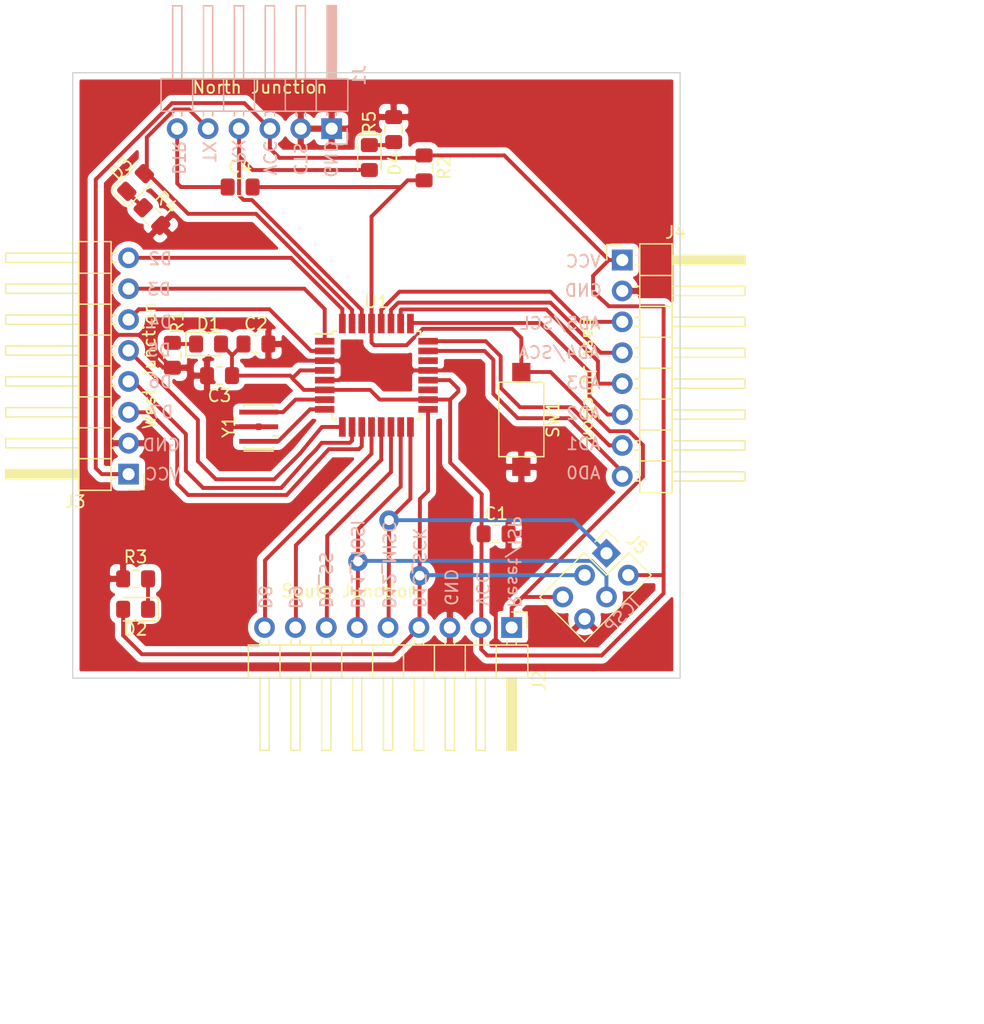
<source format=kicad_pcb>
(kicad_pcb (version 20171130) (host pcbnew "(5.1.6)-1")

  (general
    (thickness 1.6)
    (drawings 42)
    (tracks 271)
    (zones 0)
    (modules 22)
    (nets 31)
  )

  (page A4)
  (layers
    (0 F.Cu signal)
    (31 B.Cu signal)
    (32 B.Adhes user)
    (33 F.Adhes user)
    (34 B.Paste user)
    (35 F.Paste user)
    (36 B.SilkS user)
    (37 F.SilkS user)
    (38 B.Mask user)
    (39 F.Mask user)
    (40 Dwgs.User user)
    (41 Cmts.User user)
    (42 Eco1.User user)
    (43 Eco2.User user)
    (44 Edge.Cuts user)
    (45 Margin user)
    (46 B.CrtYd user)
    (47 F.CrtYd user)
    (48 B.Fab user)
    (49 F.Fab user)
  )

  (setup
    (last_trace_width 0.35)
    (trace_clearance 0.2)
    (zone_clearance 0.508)
    (zone_45_only no)
    (trace_min 0.2)
    (via_size 0.8)
    (via_drill 0.4)
    (via_min_size 0.4)
    (via_min_drill 0.3)
    (uvia_size 0.3)
    (uvia_drill 0.1)
    (uvias_allowed no)
    (uvia_min_size 0.2)
    (uvia_min_drill 0.1)
    (edge_width 0.05)
    (segment_width 0.2)
    (pcb_text_width 0.3)
    (pcb_text_size 1.5 1.5)
    (mod_edge_width 0.12)
    (mod_text_size 1 1)
    (mod_text_width 0.15)
    (pad_size 1.7 1.7)
    (pad_drill 0)
    (pad_to_mask_clearance 0.05)
    (aux_axis_origin 0 0)
    (visible_elements 7FFFFFFF)
    (pcbplotparams
      (layerselection 0x010fc_ffffffff)
      (usegerberextensions false)
      (usegerberattributes true)
      (usegerberadvancedattributes true)
      (creategerberjobfile true)
      (excludeedgelayer true)
      (linewidth 0.100000)
      (plotframeref false)
      (viasonmask false)
      (mode 1)
      (useauxorigin false)
      (hpglpennumber 1)
      (hpglpenspeed 20)
      (hpglpendiameter 15.000000)
      (psnegative false)
      (psa4output false)
      (plotreference true)
      (plotvalue true)
      (plotinvisibletext false)
      (padsonsilk false)
      (subtractmaskfromsilk false)
      (outputformat 1)
      (mirror false)
      (drillshape 1)
      (scaleselection 1)
      (outputdirectory ""))
  )

  (net 0 "")
  (net 1 GND)
  (net 2 /VCC)
  (net 3 /DTR)
  (net 4 "Net-(D1-Pad1)")
  (net 5 /D13_SCK)
  (net 6 "Net-(D2-Pad1)")
  (net 7 /D1_TX)
  (net 8 /D0_RX)
  (net 9 /D8)
  (net 10 /D9)
  (net 11 /D10_SS)
  (net 12 /D11_MOSI)
  (net 13 /D12_MISO)
  (net 14 /D2)
  (net 15 /D3)
  (net 16 /D4)
  (net 17 /D5)
  (net 18 /D6)
  (net 19 /D7)
  (net 20 /A0)
  (net 21 /A1)
  (net 22 /A2)
  (net 23 /A3)
  (net 24 /A4_SCA)
  (net 25 /A5_SCL)
  (net 26 "Net-(U1-Pad8)")
  (net 27 "Net-(U1-Pad7)")
  (net 28 "Net-(D3-Pad1)")
  (net 29 "Net-(D4-Pad1)")
  (net 30 /RST)

  (net_class Default "This is the default net class."
    (clearance 0.2)
    (trace_width 0.35)
    (via_dia 0.8)
    (via_drill 0.4)
    (uvia_dia 0.3)
    (uvia_drill 0.1)
    (add_net /A0)
    (add_net /A1)
    (add_net /A2)
    (add_net /A3)
    (add_net /A4_SCA)
    (add_net /A5_SCL)
    (add_net /D0_RX)
    (add_net /D10_SS)
    (add_net /D11_MOSI)
    (add_net /D12_MISO)
    (add_net /D13_SCK)
    (add_net /D1_TX)
    (add_net /D2)
    (add_net /D3)
    (add_net /D4)
    (add_net /D5)
    (add_net /D6)
    (add_net /D7)
    (add_net /D8)
    (add_net /D9)
    (add_net /DTR)
    (add_net /RST)
    (add_net /VCC)
    (add_net GND)
    (add_net "Net-(D1-Pad1)")
    (add_net "Net-(D2-Pad1)")
    (add_net "Net-(D3-Pad1)")
    (add_net "Net-(D4-Pad1)")
    (add_net "Net-(U1-Pad7)")
    (add_net "Net-(U1-Pad8)")
  )

  (module "" (layer F.Cu) (tedit 0) (tstamp 0)
    (at 25.1 38.1)
    (fp_text reference "" (at 69.3 64.9) (layer F.SilkS)
      (effects (font (size 1.27 1.27) (thickness 0.15)))
    )
    (fp_text value "" (at 69.3 64.9) (layer F.SilkS)
      (effects (font (size 1.27 1.27) (thickness 0.15)))
    )
    (fp_text user "West Junction" (at 69.915 64.6446 -180) (layer F.Fab)
      (effects (font (size 1 1) (thickness 0.15)))
    )
  )

  (module Connector_PinHeader_2.54mm:PinHeader_2x03_P2.54mm_Vertical (layer F.Cu) (tedit 59FED5CC) (tstamp 5F0169A9)
    (at 69.3 64.9 315)
    (descr "Through hole straight pin header, 2x03, 2.54mm pitch, double rows")
    (tags "Through hole pin header THT 2x03 2.54mm double row")
    (path /5F0192B3)
    (fp_text reference J5 (at 1.27 -2.33 135) (layer F.SilkS)
      (effects (font (size 1 1) (thickness 0.15)))
    )
    (fp_text value AVR-ISP-6 (at 1.27 7.41 135) (layer F.Fab)
      (effects (font (size 1 1) (thickness 0.15)))
    )
    (fp_line (start 0 -1.27) (end 3.81 -1.27) (layer F.Fab) (width 0.1))
    (fp_line (start 3.81 -1.27) (end 3.81 6.35) (layer F.Fab) (width 0.1))
    (fp_line (start 3.81 6.35) (end -1.27 6.35) (layer F.Fab) (width 0.1))
    (fp_line (start -1.27 6.35) (end -1.27 0) (layer F.Fab) (width 0.1))
    (fp_line (start -1.27 0) (end 0 -1.27) (layer F.Fab) (width 0.1))
    (fp_line (start -1.33 6.41) (end 3.87 6.41) (layer F.SilkS) (width 0.12))
    (fp_line (start -1.33 1.27) (end -1.33 6.41) (layer F.SilkS) (width 0.12))
    (fp_line (start 3.87 -1.33) (end 3.87 6.41) (layer F.SilkS) (width 0.12))
    (fp_line (start -1.33 1.27) (end 1.27 1.27) (layer F.SilkS) (width 0.12))
    (fp_line (start 1.27 1.27) (end 1.27 -1.33) (layer F.SilkS) (width 0.12))
    (fp_line (start 1.27 -1.33) (end 3.87 -1.33) (layer F.SilkS) (width 0.12))
    (fp_line (start -1.33 0) (end -1.33 -1.33) (layer F.SilkS) (width 0.12))
    (fp_line (start -1.33 -1.33) (end 0 -1.33) (layer F.SilkS) (width 0.12))
    (fp_line (start -1.8 -1.8) (end -1.8 6.85) (layer F.CrtYd) (width 0.05))
    (fp_line (start -1.8 6.85) (end 4.35 6.85) (layer F.CrtYd) (width 0.05))
    (fp_line (start 4.35 6.85) (end 4.35 -1.8) (layer F.CrtYd) (width 0.05))
    (fp_line (start 4.35 -1.8) (end -1.8 -1.8) (layer F.CrtYd) (width 0.05))
    (fp_text user %R (at 1.27 2.54 45) (layer F.Fab)
      (effects (font (size 1 1) (thickness 0.15)))
    )
    (pad 6 thru_hole oval (at 2.54 5.08 315) (size 1.7 1.7) (drill 1) (layers *.Cu *.Mask)
      (net 1 GND))
    (pad 5 thru_hole oval (at 0 5.08 315) (size 1.7 1.7) (drill 1) (layers *.Cu *.Mask)
      (net 30 /RST))
    (pad 4 thru_hole oval (at 2.54 2.54 315) (size 1.7 1.7) (drill 1) (layers *.Cu *.Mask)
      (net 12 /D11_MOSI))
    (pad 3 thru_hole oval (at 0 2.54 315) (size 1.7 1.7) (drill 1) (layers *.Cu *.Mask)
      (net 5 /D13_SCK))
    (pad 2 thru_hole oval (at 2.54 0 315) (size 1.7 1.7) (drill 1) (layers *.Cu *.Mask)
      (net 2 /VCC))
    (pad 1 thru_hole rect (at 0 0 315) (size 1.7 1.7) (drill 1) (layers *.Cu *.Mask)
      (net 13 /D12_MISO))
    (model ${KISYS3DMOD}/Connector_PinHeader_2.54mm.3dshapes/PinHeader_2x03_P2.54mm_Vertical.wrl
      (at (xyz 0 0 0))
      (scale (xyz 1 1 1))
      (rotate (xyz 0 0 0))
    )
  )

  (module Connector_PinHeader_2.54mm:PinHeader_1x09_P2.54mm_Horizontal (layer F.Cu) (tedit 59FED5CB) (tstamp 5F00FDE6)
    (at 61.5 71 270)
    (descr "Through hole angled pin header, 1x09, 2.54mm pitch, 6mm pin length, single row")
    (tags "Through hole angled pin header THT 1x09 2.54mm single row")
    (path /5F04202B)
    (fp_text reference J2 (at 4.385 -2.27 90) (layer F.SilkS)
      (effects (font (size 1 1) (thickness 0.15)))
    )
    (fp_text value "South Junction" (at 4.385 22.59 90) (layer F.Fab)
      (effects (font (size 1 1) (thickness 0.15)))
    )
    (fp_line (start 10.55 -1.8) (end -1.8 -1.8) (layer F.CrtYd) (width 0.05))
    (fp_line (start 10.55 22.1) (end 10.55 -1.8) (layer F.CrtYd) (width 0.05))
    (fp_line (start -1.8 22.1) (end 10.55 22.1) (layer F.CrtYd) (width 0.05))
    (fp_line (start -1.8 -1.8) (end -1.8 22.1) (layer F.CrtYd) (width 0.05))
    (fp_line (start -1.27 -1.27) (end 0 -1.27) (layer F.SilkS) (width 0.12))
    (fp_line (start -1.27 0) (end -1.27 -1.27) (layer F.SilkS) (width 0.12))
    (fp_line (start 1.042929 20.7) (end 1.44 20.7) (layer F.SilkS) (width 0.12))
    (fp_line (start 1.042929 19.94) (end 1.44 19.94) (layer F.SilkS) (width 0.12))
    (fp_line (start 10.1 20.7) (end 4.1 20.7) (layer F.SilkS) (width 0.12))
    (fp_line (start 10.1 19.94) (end 10.1 20.7) (layer F.SilkS) (width 0.12))
    (fp_line (start 4.1 19.94) (end 10.1 19.94) (layer F.SilkS) (width 0.12))
    (fp_line (start 1.44 19.05) (end 4.1 19.05) (layer F.SilkS) (width 0.12))
    (fp_line (start 1.042929 18.16) (end 1.44 18.16) (layer F.SilkS) (width 0.12))
    (fp_line (start 1.042929 17.4) (end 1.44 17.4) (layer F.SilkS) (width 0.12))
    (fp_line (start 10.1 18.16) (end 4.1 18.16) (layer F.SilkS) (width 0.12))
    (fp_line (start 10.1 17.4) (end 10.1 18.16) (layer F.SilkS) (width 0.12))
    (fp_line (start 4.1 17.4) (end 10.1 17.4) (layer F.SilkS) (width 0.12))
    (fp_line (start 1.44 16.51) (end 4.1 16.51) (layer F.SilkS) (width 0.12))
    (fp_line (start 1.042929 15.62) (end 1.44 15.62) (layer F.SilkS) (width 0.12))
    (fp_line (start 1.042929 14.86) (end 1.44 14.86) (layer F.SilkS) (width 0.12))
    (fp_line (start 10.1 15.62) (end 4.1 15.62) (layer F.SilkS) (width 0.12))
    (fp_line (start 10.1 14.86) (end 10.1 15.62) (layer F.SilkS) (width 0.12))
    (fp_line (start 4.1 14.86) (end 10.1 14.86) (layer F.SilkS) (width 0.12))
    (fp_line (start 1.44 13.97) (end 4.1 13.97) (layer F.SilkS) (width 0.12))
    (fp_line (start 1.042929 13.08) (end 1.44 13.08) (layer F.SilkS) (width 0.12))
    (fp_line (start 1.042929 12.32) (end 1.44 12.32) (layer F.SilkS) (width 0.12))
    (fp_line (start 10.1 13.08) (end 4.1 13.08) (layer F.SilkS) (width 0.12))
    (fp_line (start 10.1 12.32) (end 10.1 13.08) (layer F.SilkS) (width 0.12))
    (fp_line (start 4.1 12.32) (end 10.1 12.32) (layer F.SilkS) (width 0.12))
    (fp_line (start 1.44 11.43) (end 4.1 11.43) (layer F.SilkS) (width 0.12))
    (fp_line (start 1.042929 10.54) (end 1.44 10.54) (layer F.SilkS) (width 0.12))
    (fp_line (start 1.042929 9.78) (end 1.44 9.78) (layer F.SilkS) (width 0.12))
    (fp_line (start 10.1 10.54) (end 4.1 10.54) (layer F.SilkS) (width 0.12))
    (fp_line (start 10.1 9.78) (end 10.1 10.54) (layer F.SilkS) (width 0.12))
    (fp_line (start 4.1 9.78) (end 10.1 9.78) (layer F.SilkS) (width 0.12))
    (fp_line (start 1.44 8.89) (end 4.1 8.89) (layer F.SilkS) (width 0.12))
    (fp_line (start 1.042929 8) (end 1.44 8) (layer F.SilkS) (width 0.12))
    (fp_line (start 1.042929 7.24) (end 1.44 7.24) (layer F.SilkS) (width 0.12))
    (fp_line (start 10.1 8) (end 4.1 8) (layer F.SilkS) (width 0.12))
    (fp_line (start 10.1 7.24) (end 10.1 8) (layer F.SilkS) (width 0.12))
    (fp_line (start 4.1 7.24) (end 10.1 7.24) (layer F.SilkS) (width 0.12))
    (fp_line (start 1.44 6.35) (end 4.1 6.35) (layer F.SilkS) (width 0.12))
    (fp_line (start 1.042929 5.46) (end 1.44 5.46) (layer F.SilkS) (width 0.12))
    (fp_line (start 1.042929 4.7) (end 1.44 4.7) (layer F.SilkS) (width 0.12))
    (fp_line (start 10.1 5.46) (end 4.1 5.46) (layer F.SilkS) (width 0.12))
    (fp_line (start 10.1 4.7) (end 10.1 5.46) (layer F.SilkS) (width 0.12))
    (fp_line (start 4.1 4.7) (end 10.1 4.7) (layer F.SilkS) (width 0.12))
    (fp_line (start 1.44 3.81) (end 4.1 3.81) (layer F.SilkS) (width 0.12))
    (fp_line (start 1.042929 2.92) (end 1.44 2.92) (layer F.SilkS) (width 0.12))
    (fp_line (start 1.042929 2.16) (end 1.44 2.16) (layer F.SilkS) (width 0.12))
    (fp_line (start 10.1 2.92) (end 4.1 2.92) (layer F.SilkS) (width 0.12))
    (fp_line (start 10.1 2.16) (end 10.1 2.92) (layer F.SilkS) (width 0.12))
    (fp_line (start 4.1 2.16) (end 10.1 2.16) (layer F.SilkS) (width 0.12))
    (fp_line (start 1.44 1.27) (end 4.1 1.27) (layer F.SilkS) (width 0.12))
    (fp_line (start 1.11 0.38) (end 1.44 0.38) (layer F.SilkS) (width 0.12))
    (fp_line (start 1.11 -0.38) (end 1.44 -0.38) (layer F.SilkS) (width 0.12))
    (fp_line (start 4.1 0.28) (end 10.1 0.28) (layer F.SilkS) (width 0.12))
    (fp_line (start 4.1 0.16) (end 10.1 0.16) (layer F.SilkS) (width 0.12))
    (fp_line (start 4.1 0.04) (end 10.1 0.04) (layer F.SilkS) (width 0.12))
    (fp_line (start 4.1 -0.08) (end 10.1 -0.08) (layer F.SilkS) (width 0.12))
    (fp_line (start 4.1 -0.2) (end 10.1 -0.2) (layer F.SilkS) (width 0.12))
    (fp_line (start 4.1 -0.32) (end 10.1 -0.32) (layer F.SilkS) (width 0.12))
    (fp_line (start 10.1 0.38) (end 4.1 0.38) (layer F.SilkS) (width 0.12))
    (fp_line (start 10.1 -0.38) (end 10.1 0.38) (layer F.SilkS) (width 0.12))
    (fp_line (start 4.1 -0.38) (end 10.1 -0.38) (layer F.SilkS) (width 0.12))
    (fp_line (start 4.1 -1.33) (end 1.44 -1.33) (layer F.SilkS) (width 0.12))
    (fp_line (start 4.1 21.65) (end 4.1 -1.33) (layer F.SilkS) (width 0.12))
    (fp_line (start 1.44 21.65) (end 4.1 21.65) (layer F.SilkS) (width 0.12))
    (fp_line (start 1.44 -1.33) (end 1.44 21.65) (layer F.SilkS) (width 0.12))
    (fp_line (start 4.04 20.64) (end 10.04 20.64) (layer F.Fab) (width 0.1))
    (fp_line (start 10.04 20) (end 10.04 20.64) (layer F.Fab) (width 0.1))
    (fp_line (start 4.04 20) (end 10.04 20) (layer F.Fab) (width 0.1))
    (fp_line (start -0.32 20.64) (end 1.5 20.64) (layer F.Fab) (width 0.1))
    (fp_line (start -0.32 20) (end -0.32 20.64) (layer F.Fab) (width 0.1))
    (fp_line (start -0.32 20) (end 1.5 20) (layer F.Fab) (width 0.1))
    (fp_line (start 4.04 18.1) (end 10.04 18.1) (layer F.Fab) (width 0.1))
    (fp_line (start 10.04 17.46) (end 10.04 18.1) (layer F.Fab) (width 0.1))
    (fp_line (start 4.04 17.46) (end 10.04 17.46) (layer F.Fab) (width 0.1))
    (fp_line (start -0.32 18.1) (end 1.5 18.1) (layer F.Fab) (width 0.1))
    (fp_line (start -0.32 17.46) (end -0.32 18.1) (layer F.Fab) (width 0.1))
    (fp_line (start -0.32 17.46) (end 1.5 17.46) (layer F.Fab) (width 0.1))
    (fp_line (start 4.04 15.56) (end 10.04 15.56) (layer F.Fab) (width 0.1))
    (fp_line (start 10.04 14.92) (end 10.04 15.56) (layer F.Fab) (width 0.1))
    (fp_line (start 4.04 14.92) (end 10.04 14.92) (layer F.Fab) (width 0.1))
    (fp_line (start -0.32 15.56) (end 1.5 15.56) (layer F.Fab) (width 0.1))
    (fp_line (start -0.32 14.92) (end -0.32 15.56) (layer F.Fab) (width 0.1))
    (fp_line (start -0.32 14.92) (end 1.5 14.92) (layer F.Fab) (width 0.1))
    (fp_line (start 4.04 13.02) (end 10.04 13.02) (layer F.Fab) (width 0.1))
    (fp_line (start 10.04 12.38) (end 10.04 13.02) (layer F.Fab) (width 0.1))
    (fp_line (start 4.04 12.38) (end 10.04 12.38) (layer F.Fab) (width 0.1))
    (fp_line (start -0.32 13.02) (end 1.5 13.02) (layer F.Fab) (width 0.1))
    (fp_line (start -0.32 12.38) (end -0.32 13.02) (layer F.Fab) (width 0.1))
    (fp_line (start -0.32 12.38) (end 1.5 12.38) (layer F.Fab) (width 0.1))
    (fp_line (start 4.04 10.48) (end 10.04 10.48) (layer F.Fab) (width 0.1))
    (fp_line (start 10.04 9.84) (end 10.04 10.48) (layer F.Fab) (width 0.1))
    (fp_line (start 4.04 9.84) (end 10.04 9.84) (layer F.Fab) (width 0.1))
    (fp_line (start -0.32 10.48) (end 1.5 10.48) (layer F.Fab) (width 0.1))
    (fp_line (start -0.32 9.84) (end -0.32 10.48) (layer F.Fab) (width 0.1))
    (fp_line (start -0.32 9.84) (end 1.5 9.84) (layer F.Fab) (width 0.1))
    (fp_line (start 4.04 7.94) (end 10.04 7.94) (layer F.Fab) (width 0.1))
    (fp_line (start 10.04 7.3) (end 10.04 7.94) (layer F.Fab) (width 0.1))
    (fp_line (start 4.04 7.3) (end 10.04 7.3) (layer F.Fab) (width 0.1))
    (fp_line (start -0.32 7.94) (end 1.5 7.94) (layer F.Fab) (width 0.1))
    (fp_line (start -0.32 7.3) (end -0.32 7.94) (layer F.Fab) (width 0.1))
    (fp_line (start -0.32 7.3) (end 1.5 7.3) (layer F.Fab) (width 0.1))
    (fp_line (start 4.04 5.4) (end 10.04 5.4) (layer F.Fab) (width 0.1))
    (fp_line (start 10.04 4.76) (end 10.04 5.4) (layer F.Fab) (width 0.1))
    (fp_line (start 4.04 4.76) (end 10.04 4.76) (layer F.Fab) (width 0.1))
    (fp_line (start -0.32 5.4) (end 1.5 5.4) (layer F.Fab) (width 0.1))
    (fp_line (start -0.32 4.76) (end -0.32 5.4) (layer F.Fab) (width 0.1))
    (fp_line (start -0.32 4.76) (end 1.5 4.76) (layer F.Fab) (width 0.1))
    (fp_line (start 4.04 2.86) (end 10.04 2.86) (layer F.Fab) (width 0.1))
    (fp_line (start 10.04 2.22) (end 10.04 2.86) (layer F.Fab) (width 0.1))
    (fp_line (start 4.04 2.22) (end 10.04 2.22) (layer F.Fab) (width 0.1))
    (fp_line (start -0.32 2.86) (end 1.5 2.86) (layer F.Fab) (width 0.1))
    (fp_line (start -0.32 2.22) (end -0.32 2.86) (layer F.Fab) (width 0.1))
    (fp_line (start -0.32 2.22) (end 1.5 2.22) (layer F.Fab) (width 0.1))
    (fp_line (start 4.04 0.32) (end 10.04 0.32) (layer F.Fab) (width 0.1))
    (fp_line (start 10.04 -0.32) (end 10.04 0.32) (layer F.Fab) (width 0.1))
    (fp_line (start 4.04 -0.32) (end 10.04 -0.32) (layer F.Fab) (width 0.1))
    (fp_line (start -0.32 0.32) (end 1.5 0.32) (layer F.Fab) (width 0.1))
    (fp_line (start -0.32 -0.32) (end -0.32 0.32) (layer F.Fab) (width 0.1))
    (fp_line (start -0.32 -0.32) (end 1.5 -0.32) (layer F.Fab) (width 0.1))
    (fp_line (start 1.5 -0.635) (end 2.135 -1.27) (layer F.Fab) (width 0.1))
    (fp_line (start 1.5 21.59) (end 1.5 -0.635) (layer F.Fab) (width 0.1))
    (fp_line (start 4.04 21.59) (end 1.5 21.59) (layer F.Fab) (width 0.1))
    (fp_line (start 4.04 -1.27) (end 4.04 21.59) (layer F.Fab) (width 0.1))
    (fp_line (start 2.135 -1.27) (end 4.04 -1.27) (layer F.Fab) (width 0.1))
    (fp_text user %R (at 2.77 10.16) (layer F.Fab)
      (effects (font (size 1 1) (thickness 0.15)))
    )
    (pad 9 thru_hole oval (at 0 20.32 270) (size 1.7 1.7) (drill 1) (layers *.Cu *.Mask)
      (net 9 /D8))
    (pad 8 thru_hole oval (at 0 17.78 270) (size 1.7 1.7) (drill 1) (layers *.Cu *.Mask)
      (net 10 /D9))
    (pad 7 thru_hole oval (at 0 15.24 270) (size 1.7 1.7) (drill 1) (layers *.Cu *.Mask)
      (net 11 /D10_SS))
    (pad 6 thru_hole oval (at 0 12.7 270) (size 1.7 1.7) (drill 1) (layers *.Cu *.Mask)
      (net 12 /D11_MOSI))
    (pad 5 thru_hole oval (at 0 10.16 270) (size 1.7 1.7) (drill 1) (layers *.Cu *.Mask)
      (net 13 /D12_MISO))
    (pad 4 thru_hole oval (at 0 7.62 270) (size 1.7 1.7) (drill 1) (layers *.Cu *.Mask)
      (net 5 /D13_SCK))
    (pad 3 thru_hole oval (at 0 5.08 270) (size 1.7 1.7) (drill 1) (layers *.Cu *.Mask)
      (net 1 GND))
    (pad 2 thru_hole oval (at 0 2.54 270) (size 1.7 1.7) (drill 1) (layers *.Cu *.Mask)
      (net 2 /VCC))
    (pad 1 thru_hole rect (at 0 0 270) (size 1.7 1.7) (drill 1) (layers *.Cu *.Mask)
      (net 30 /RST))
    (model ${KISYS3DMOD}/Connector_PinHeader_2.54mm.3dshapes/PinHeader_1x09_P2.54mm_Horizontal.wrl
      (at (xyz 0 0 0))
      (scale (xyz 1 1 1))
      (rotate (xyz 0 0 0))
    )
  )

  (module Resistor_SMD:R_0805_2012Metric_Pad1.15x1.40mm_HandSolder (layer F.Cu) (tedit 5B36C52B) (tstamp 5F019431)
    (at 51.8 30.075 90)
    (descr "Resistor SMD 0805 (2012 Metric), square (rectangular) end terminal, IPC_7351 nominal with elongated pad for handsoldering. (Body size source: https://docs.google.com/spreadsheets/d/1BsfQQcO9C6DZCsRaXUlFlo91Tg2WpOkGARC1WS5S8t0/edit?usp=sharing), generated with kicad-footprint-generator")
    (tags "resistor handsolder")
    (path /5F08C303)
    (attr smd)
    (fp_text reference R5 (at 0.575 -2 90) (layer F.SilkS)
      (effects (font (size 1 1) (thickness 0.15)))
    )
    (fp_text value 1k (at 0 1.65 90) (layer F.Fab)
      (effects (font (size 1 1) (thickness 0.15)))
    )
    (fp_line (start 1.85 0.95) (end -1.85 0.95) (layer F.CrtYd) (width 0.05))
    (fp_line (start 1.85 -0.95) (end 1.85 0.95) (layer F.CrtYd) (width 0.05))
    (fp_line (start -1.85 -0.95) (end 1.85 -0.95) (layer F.CrtYd) (width 0.05))
    (fp_line (start -1.85 0.95) (end -1.85 -0.95) (layer F.CrtYd) (width 0.05))
    (fp_line (start -0.261252 0.71) (end 0.261252 0.71) (layer F.SilkS) (width 0.12))
    (fp_line (start -0.261252 -0.71) (end 0.261252 -0.71) (layer F.SilkS) (width 0.12))
    (fp_line (start 1 0.6) (end -1 0.6) (layer F.Fab) (width 0.1))
    (fp_line (start 1 -0.6) (end 1 0.6) (layer F.Fab) (width 0.1))
    (fp_line (start -1 -0.6) (end 1 -0.6) (layer F.Fab) (width 0.1))
    (fp_line (start -1 0.6) (end -1 -0.6) (layer F.Fab) (width 0.1))
    (fp_text user %R (at 0 0 90) (layer F.Fab)
      (effects (font (size 0.5 0.5) (thickness 0.08)))
    )
    (pad 2 smd roundrect (at 1.025 0 90) (size 1.15 1.4) (layers F.Cu F.Paste F.Mask) (roundrect_rratio 0.217391)
      (net 1 GND))
    (pad 1 smd roundrect (at -1.025 0 90) (size 1.15 1.4) (layers F.Cu F.Paste F.Mask) (roundrect_rratio 0.217391)
      (net 29 "Net-(D4-Pad1)"))
    (model ${KISYS3DMOD}/Resistor_SMD.3dshapes/R_0805_2012Metric.wrl
      (at (xyz 0 0 0))
      (scale (xyz 1 1 1))
      (rotate (xyz 0 0 0))
    )
  )

  (module Resistor_SMD:R_0805_2012Metric_Pad1.15x1.40mm_HandSolder (layer F.Cu) (tedit 5B36C52B) (tstamp 5F019420)
    (at 31.924784 37.224784 315)
    (descr "Resistor SMD 0805 (2012 Metric), square (rectangular) end terminal, IPC_7351 nominal with elongated pad for handsoldering. (Body size source: https://docs.google.com/spreadsheets/d/1BsfQQcO9C6DZCsRaXUlFlo91Tg2WpOkGARC1WS5S8t0/edit?usp=sharing), generated with kicad-footprint-generator")
    (tags "resistor handsolder")
    (path /5F089A39)
    (attr smd)
    (fp_text reference R4 (at 0 -1.65 135) (layer F.SilkS)
      (effects (font (size 1 1) (thickness 0.15)))
    )
    (fp_text value 1k (at 0 1.65 135) (layer F.Fab)
      (effects (font (size 1 1) (thickness 0.15)))
    )
    (fp_line (start 1.85 0.95) (end -1.85 0.95) (layer F.CrtYd) (width 0.05))
    (fp_line (start 1.85 -0.95) (end 1.85 0.95) (layer F.CrtYd) (width 0.05))
    (fp_line (start -1.85 -0.95) (end 1.85 -0.95) (layer F.CrtYd) (width 0.05))
    (fp_line (start -1.85 0.95) (end -1.85 -0.95) (layer F.CrtYd) (width 0.05))
    (fp_line (start -0.261252 0.71) (end 0.261252 0.71) (layer F.SilkS) (width 0.12))
    (fp_line (start -0.261252 -0.71) (end 0.261252 -0.71) (layer F.SilkS) (width 0.12))
    (fp_line (start 1 0.6) (end -1 0.6) (layer F.Fab) (width 0.1))
    (fp_line (start 1 -0.6) (end 1 0.6) (layer F.Fab) (width 0.1))
    (fp_line (start -1 -0.6) (end 1 -0.6) (layer F.Fab) (width 0.1))
    (fp_line (start -1 0.6) (end -1 -0.6) (layer F.Fab) (width 0.1))
    (fp_text user %R (at 0 0 135) (layer F.Fab)
      (effects (font (size 0.5 0.5) (thickness 0.08)))
    )
    (pad 2 smd roundrect (at 1.025 0 315) (size 1.15 1.4) (layers F.Cu F.Paste F.Mask) (roundrect_rratio 0.217391)
      (net 1 GND))
    (pad 1 smd roundrect (at -1.025 0 315) (size 1.15 1.4) (layers F.Cu F.Paste F.Mask) (roundrect_rratio 0.217391)
      (net 28 "Net-(D3-Pad1)"))
    (model ${KISYS3DMOD}/Resistor_SMD.3dshapes/R_0805_2012Metric.wrl
      (at (xyz 0 0 0))
      (scale (xyz 1 1 1))
      (rotate (xyz 0 0 0))
    )
  )

  (module LED_SMD:LED_0805_2012Metric_Pad1.15x1.40mm_HandSolder (layer F.Cu) (tedit 5B4B45C9) (tstamp 5F018FE3)
    (at 49.8 32.375001 270)
    (descr "LED SMD 0805 (2012 Metric), square (rectangular) end terminal, IPC_7351 nominal, (Body size source: https://docs.google.com/spreadsheets/d/1BsfQQcO9C6DZCsRaXUlFlo91Tg2WpOkGARC1WS5S8t0/edit?usp=sharing), generated with kicad-footprint-generator")
    (tags "LED handsolder")
    (path /5F08C2FD)
    (attr smd)
    (fp_text reference D4 (at 0.524999 -2.1 90) (layer F.SilkS)
      (effects (font (size 1 1) (thickness 0.15)))
    )
    (fp_text value Rx_led (at 0 1.65 90) (layer F.Fab)
      (effects (font (size 1 1) (thickness 0.15)))
    )
    (fp_line (start 1.85 0.95) (end -1.85 0.95) (layer F.CrtYd) (width 0.05))
    (fp_line (start 1.85 -0.95) (end 1.85 0.95) (layer F.CrtYd) (width 0.05))
    (fp_line (start -1.85 -0.95) (end 1.85 -0.95) (layer F.CrtYd) (width 0.05))
    (fp_line (start -1.85 0.95) (end -1.85 -0.95) (layer F.CrtYd) (width 0.05))
    (fp_line (start -1.86 0.96) (end 1 0.96) (layer F.SilkS) (width 0.12))
    (fp_line (start -1.86 -0.96) (end -1.86 0.96) (layer F.SilkS) (width 0.12))
    (fp_line (start 1 -0.96) (end -1.86 -0.96) (layer F.SilkS) (width 0.12))
    (fp_line (start 1 0.6) (end 1 -0.6) (layer F.Fab) (width 0.1))
    (fp_line (start -1 0.6) (end 1 0.6) (layer F.Fab) (width 0.1))
    (fp_line (start -1 -0.3) (end -1 0.6) (layer F.Fab) (width 0.1))
    (fp_line (start -0.7 -0.6) (end -1 -0.3) (layer F.Fab) (width 0.1))
    (fp_line (start 1 -0.6) (end -0.7 -0.6) (layer F.Fab) (width 0.1))
    (fp_text user %R (at 0 0 90) (layer F.Fab)
      (effects (font (size 0.5 0.5) (thickness 0.08)))
    )
    (pad 2 smd roundrect (at 1.025 0 270) (size 1.15 1.4) (layers F.Cu F.Paste F.Mask) (roundrect_rratio 0.217391)
      (net 8 /D0_RX))
    (pad 1 smd roundrect (at -1.025 0 270) (size 1.15 1.4) (layers F.Cu F.Paste F.Mask) (roundrect_rratio 0.217391)
      (net 29 "Net-(D4-Pad1)"))
    (model ${KISYS3DMOD}/LED_SMD.3dshapes/LED_0805_2012Metric.wrl
      (at (xyz 0 0 0))
      (scale (xyz 1 1 1))
      (rotate (xyz 0 0 0))
    )
  )

  (module LED_SMD:LED_0805_2012Metric_Pad1.15x1.40mm_HandSolder (layer F.Cu) (tedit 5B4B45C9) (tstamp 5F018FD0)
    (at 30.575216 34.424784 45)
    (descr "LED SMD 0805 (2012 Metric), square (rectangular) end terminal, IPC_7351 nominal, (Body size source: https://docs.google.com/spreadsheets/d/1BsfQQcO9C6DZCsRaXUlFlo91Tg2WpOkGARC1WS5S8t0/edit?usp=sharing), generated with kicad-footprint-generator")
    (tags "LED handsolder")
    (path /5F089A33)
    (attr smd)
    (fp_text reference D3 (at 0 -1.65 45) (layer F.SilkS)
      (effects (font (size 1 1) (thickness 0.15)))
    )
    (fp_text value Tx_led (at 0 1.65 45) (layer F.Fab)
      (effects (font (size 1 1) (thickness 0.15)))
    )
    (fp_line (start 1.85 0.95) (end -1.85 0.95) (layer F.CrtYd) (width 0.05))
    (fp_line (start 1.85 -0.95) (end 1.85 0.95) (layer F.CrtYd) (width 0.05))
    (fp_line (start -1.85 -0.95) (end 1.85 -0.95) (layer F.CrtYd) (width 0.05))
    (fp_line (start -1.85 0.95) (end -1.85 -0.95) (layer F.CrtYd) (width 0.05))
    (fp_line (start -1.86 0.96) (end 1 0.96) (layer F.SilkS) (width 0.12))
    (fp_line (start -1.86 -0.96) (end -1.86 0.96) (layer F.SilkS) (width 0.12))
    (fp_line (start 1 -0.96) (end -1.86 -0.96) (layer F.SilkS) (width 0.12))
    (fp_line (start 1 0.6) (end 1 -0.6) (layer F.Fab) (width 0.1))
    (fp_line (start -1 0.6) (end 1 0.6) (layer F.Fab) (width 0.1))
    (fp_line (start -1 -0.3) (end -1 0.6) (layer F.Fab) (width 0.1))
    (fp_line (start -0.7 -0.6) (end -1 -0.3) (layer F.Fab) (width 0.1))
    (fp_line (start 1 -0.6) (end -0.7 -0.6) (layer F.Fab) (width 0.1))
    (fp_text user %R (at 0 0 45) (layer F.Fab)
      (effects (font (size 0.5 0.5) (thickness 0.08)))
    )
    (pad 2 smd roundrect (at 1.025 0 45) (size 1.15 1.4) (layers F.Cu F.Paste F.Mask) (roundrect_rratio 0.217391)
      (net 7 /D1_TX))
    (pad 1 smd roundrect (at -1.025 0 45) (size 1.15 1.4) (layers F.Cu F.Paste F.Mask) (roundrect_rratio 0.217391)
      (net 28 "Net-(D3-Pad1)"))
    (model ${KISYS3DMOD}/LED_SMD.3dshapes/LED_0805_2012Metric.wrl
      (at (xyz 0 0 0))
      (scale (xyz 1 1 1))
      (rotate (xyz 0 0 0))
    )
  )

  (module Crystal:Resonator_SMD_muRata_CSTxExxV-3Pin_3.0x1.1mm_HandSoldering (layer F.Cu) (tedit 5AD3593B) (tstamp 5F00FF8A)
    (at 40.7 54.5 90)
    (descr "SMD Resomator/Filter Murata CSTCE, https://www.murata.com/en-eu/products/productdata/8801162264606/SPEC-CSTNE16M0VH3C000R0.pdf")
    (tags "SMD SMT ceramic resonator filter")
    (path /5F00BA41)
    (attr smd)
    (fp_text reference Y1 (at 0 -2.45 90) (layer F.SilkS)
      (effects (font (size 1 1) (thickness 0.15)))
    )
    (fp_text value 16mhz (at 0 1.8 90) (layer F.Fab)
      (effects (font (size 0.2 0.2) (thickness 0.03)))
    )
    (fp_line (start 1.8 -1.2) (end 1.65 -1.2) (layer F.SilkS) (width 0.12))
    (fp_line (start 1.8 1.2) (end 1.65 1.2) (layer F.SilkS) (width 0.12))
    (fp_line (start -0.75 1.2) (end -0.8 1.2) (layer F.SilkS) (width 0.12))
    (fp_line (start -1.8 1.2) (end -1.65 1.2) (layer F.SilkS) (width 0.12))
    (fp_line (start -1.8 -1.2) (end -1.65 -1.2) (layer F.SilkS) (width 0.12))
    (fp_line (start -1.75 1.85) (end -1.75 -1.85) (layer F.CrtYd) (width 0.05))
    (fp_line (start 1.75 -1.85) (end 1.75 1.85) (layer F.CrtYd) (width 0.05))
    (fp_line (start -1.75 -1.85) (end 1.75 -1.85) (layer F.CrtYd) (width 0.05))
    (fp_line (start 1.75 1.85) (end -1.75 1.85) (layer F.CrtYd) (width 0.05))
    (fp_line (start -1.5 0.3) (end -1.5 -0.8) (layer F.Fab) (width 0.1))
    (fp_line (start -1 0.8) (end 1.5 0.8) (layer F.Fab) (width 0.1))
    (fp_line (start -1 0.8) (end -1.5 0.3) (layer F.Fab) (width 0.1))
    (fp_line (start 1.5 -0.8) (end -1.5 -0.8) (layer F.Fab) (width 0.1))
    (fp_line (start 1.5 0.8) (end 1.5 -0.8) (layer F.Fab) (width 0.1))
    (fp_line (start -2 0.8) (end -2 1.2) (layer F.SilkS) (width 0.12))
    (fp_line (start -1.8 0.8) (end -1.8 1.2) (layer F.SilkS) (width 0.12))
    (fp_line (start 1.8 0.8) (end 1.8 1.2) (layer F.SilkS) (width 0.12))
    (fp_line (start -2 -1.2) (end -2 0.8) (layer F.SilkS) (width 0.12))
    (fp_line (start -0.75 1.2) (end -0.75 1.6) (layer F.SilkS) (width 0.12))
    (fp_line (start -1.8 0.8) (end -1.8 -1.2) (layer F.SilkS) (width 0.12))
    (fp_line (start 1.8 -1.2) (end 1.8 0.8) (layer F.SilkS) (width 0.12))
    (fp_text user %R (at 0.1 -0.05 135) (layer F.Fab)
      (effects (font (size 0.6 0.6) (thickness 0.08)))
    )
    (pad 3 smd rect (at 1.2 0 90) (size 0.4 3.2) (layers F.Cu F.Paste F.Mask)
      (net 27 "Net-(U1-Pad7)"))
    (pad 2 smd rect (at 0 0 90) (size 0.4 3.2) (layers F.Cu F.Paste F.Mask)
      (net 1 GND))
    (pad 1 smd rect (at -1.2 0 90) (size 0.4 3.2) (layers F.Cu F.Paste F.Mask)
      (net 26 "Net-(U1-Pad8)"))
    (model ${KISYS3DMOD}/Crystal.3dshapes/Resonator_SMD_muRata_CSTxExxV-3Pin_3.0x1.1mm.wrl
      (at (xyz 0 0 0))
      (scale (xyz 1 1 1))
      (rotate (xyz 0 0 0))
    )
  )

  (module Package_QFP:TQFP-32_7x7mm_P0.8mm (layer F.Cu) (tedit 5A02F146) (tstamp 5F0104F4)
    (at 50.37836 50.26914)
    (descr "32-Lead Plastic Thin Quad Flatpack (PT) - 7x7x1.0 mm Body, 2.00 mm [TQFP] (see Microchip Packaging Specification 00000049BS.pdf)")
    (tags "QFP 0.8")
    (path /5F00A4F1)
    (attr smd)
    (fp_text reference U1 (at 0 -6.05) (layer F.SilkS)
      (effects (font (size 1 1) (thickness 0.15)))
    )
    (fp_text value ATmega328P-AU (at 0 6.05) (layer F.Fab)
      (effects (font (size 1 1) (thickness 0.15)))
    )
    (fp_line (start -3.625 -3.4) (end -5.05 -3.4) (layer F.SilkS) (width 0.15))
    (fp_line (start 3.625 -3.625) (end 3.3 -3.625) (layer F.SilkS) (width 0.15))
    (fp_line (start 3.625 3.625) (end 3.3 3.625) (layer F.SilkS) (width 0.15))
    (fp_line (start -3.625 3.625) (end -3.3 3.625) (layer F.SilkS) (width 0.15))
    (fp_line (start -3.625 -3.625) (end -3.3 -3.625) (layer F.SilkS) (width 0.15))
    (fp_line (start -3.625 3.625) (end -3.625 3.3) (layer F.SilkS) (width 0.15))
    (fp_line (start 3.625 3.625) (end 3.625 3.3) (layer F.SilkS) (width 0.15))
    (fp_line (start 3.625 -3.625) (end 3.625 -3.3) (layer F.SilkS) (width 0.15))
    (fp_line (start -3.625 -3.625) (end -3.625 -3.4) (layer F.SilkS) (width 0.15))
    (fp_line (start -5.3 5.3) (end 5.3 5.3) (layer F.CrtYd) (width 0.05))
    (fp_line (start -5.3 -5.3) (end 5.3 -5.3) (layer F.CrtYd) (width 0.05))
    (fp_line (start 5.3 -5.3) (end 5.3 5.3) (layer F.CrtYd) (width 0.05))
    (fp_line (start -5.3 -5.3) (end -5.3 5.3) (layer F.CrtYd) (width 0.05))
    (fp_line (start -3.5 -2.5) (end -2.5 -3.5) (layer F.Fab) (width 0.15))
    (fp_line (start -3.5 3.5) (end -3.5 -2.5) (layer F.Fab) (width 0.15))
    (fp_line (start 3.5 3.5) (end -3.5 3.5) (layer F.Fab) (width 0.15))
    (fp_line (start 3.5 -3.5) (end 3.5 3.5) (layer F.Fab) (width 0.15))
    (fp_line (start -2.5 -3.5) (end 3.5 -3.5) (layer F.Fab) (width 0.15))
    (fp_text user %R (at 0 0) (layer F.Fab)
      (effects (font (size 1 1) (thickness 0.15)))
    )
    (pad 32 smd rect (at -2.8 -4.25 90) (size 1.6 0.55) (layers F.Cu F.Paste F.Mask)
      (net 14 /D2))
    (pad 31 smd rect (at -2 -4.25 90) (size 1.6 0.55) (layers F.Cu F.Paste F.Mask)
      (net 7 /D1_TX))
    (pad 30 smd rect (at -1.2 -4.25 90) (size 1.6 0.55) (layers F.Cu F.Paste F.Mask)
      (net 8 /D0_RX))
    (pad 29 smd rect (at -0.4 -4.25 90) (size 1.6 0.55) (layers F.Cu F.Paste F.Mask)
      (net 30 /RST))
    (pad 28 smd rect (at 0.4 -4.25 90) (size 1.6 0.55) (layers F.Cu F.Paste F.Mask)
      (net 25 /A5_SCL))
    (pad 27 smd rect (at 1.2 -4.25 90) (size 1.6 0.55) (layers F.Cu F.Paste F.Mask)
      (net 24 /A4_SCA))
    (pad 26 smd rect (at 2 -4.25 90) (size 1.6 0.55) (layers F.Cu F.Paste F.Mask)
      (net 23 /A3))
    (pad 25 smd rect (at 2.8 -4.25 90) (size 1.6 0.55) (layers F.Cu F.Paste F.Mask)
      (net 22 /A2))
    (pad 24 smd rect (at 4.25 -2.8) (size 1.6 0.55) (layers F.Cu F.Paste F.Mask)
      (net 21 /A1))
    (pad 23 smd rect (at 4.25 -2) (size 1.6 0.55) (layers F.Cu F.Paste F.Mask)
      (net 20 /A0))
    (pad 22 smd rect (at 4.25 -1.2) (size 1.6 0.55) (layers F.Cu F.Paste F.Mask))
    (pad 21 smd rect (at 4.25 -0.4) (size 1.6 0.55) (layers F.Cu F.Paste F.Mask)
      (net 1 GND))
    (pad 20 smd rect (at 4.25 0.4) (size 1.6 0.55) (layers F.Cu F.Paste F.Mask)
      (net 2 /VCC))
    (pad 19 smd rect (at 4.25 1.2) (size 1.6 0.55) (layers F.Cu F.Paste F.Mask))
    (pad 18 smd rect (at 4.25 2) (size 1.6 0.55) (layers F.Cu F.Paste F.Mask)
      (net 2 /VCC))
    (pad 17 smd rect (at 4.25 2.8) (size 1.6 0.55) (layers F.Cu F.Paste F.Mask)
      (net 5 /D13_SCK))
    (pad 16 smd rect (at 2.8 4.25 90) (size 1.6 0.55) (layers F.Cu F.Paste F.Mask)
      (net 13 /D12_MISO))
    (pad 15 smd rect (at 2 4.25 90) (size 1.6 0.55) (layers F.Cu F.Paste F.Mask)
      (net 12 /D11_MOSI))
    (pad 14 smd rect (at 1.2 4.25 90) (size 1.6 0.55) (layers F.Cu F.Paste F.Mask)
      (net 11 /D10_SS))
    (pad 13 smd rect (at 0.4 4.25 90) (size 1.6 0.55) (layers F.Cu F.Paste F.Mask)
      (net 10 /D9))
    (pad 12 smd rect (at -0.4 4.25 90) (size 1.6 0.55) (layers F.Cu F.Paste F.Mask)
      (net 9 /D8))
    (pad 11 smd rect (at -1.2 4.25 90) (size 1.6 0.55) (layers F.Cu F.Paste F.Mask)
      (net 19 /D7))
    (pad 10 smd rect (at -2 4.25 90) (size 1.6 0.55) (layers F.Cu F.Paste F.Mask)
      (net 18 /D6))
    (pad 9 smd rect (at -2.8 4.25 90) (size 1.6 0.55) (layers F.Cu F.Paste F.Mask)
      (net 17 /D5))
    (pad 8 smd rect (at -4.25 2.8) (size 1.6 0.55) (layers F.Cu F.Paste F.Mask)
      (net 26 "Net-(U1-Pad8)"))
    (pad 7 smd rect (at -4.25 2) (size 1.6 0.55) (layers F.Cu F.Paste F.Mask)
      (net 27 "Net-(U1-Pad7)"))
    (pad 6 smd rect (at -4.25 1.2) (size 1.6 0.55) (layers F.Cu F.Paste F.Mask)
      (net 2 /VCC))
    (pad 5 smd rect (at -4.25 0.4) (size 1.6 0.55) (layers F.Cu F.Paste F.Mask)
      (net 1 GND))
    (pad 4 smd rect (at -4.25 -0.4) (size 1.6 0.55) (layers F.Cu F.Paste F.Mask)
      (net 2 /VCC))
    (pad 3 smd rect (at -4.25 -1.2) (size 1.6 0.55) (layers F.Cu F.Paste F.Mask)
      (net 1 GND))
    (pad 2 smd rect (at -4.25 -2) (size 1.6 0.55) (layers F.Cu F.Paste F.Mask)
      (net 16 /D4))
    (pad 1 smd rect (at -4.25 -2.8) (size 1.6 0.55) (layers F.Cu F.Paste F.Mask)
      (net 15 /D3))
    (model ${KISYS3DMOD}/Package_QFP.3dshapes/TQFP-32_7x7mm_P0.8mm.wrl
      (at (xyz 0 0 0))
      (scale (xyz 1 1 1))
      (rotate (xyz 0 0 0))
    )
  )

  (module Button_Switch_SMD:SW_SPST_CK_RS282G05A3 (layer F.Cu) (tedit 5A7A67D2) (tstamp 5F00FF36)
    (at 62.3 53.9 270)
    (descr https://www.mouser.com/ds/2/60/RS-282G05A-SM_RT-1159762.pdf)
    (tags "SPST button tactile switch")
    (path /5F00E809)
    (attr smd)
    (fp_text reference SW1 (at 0 -2.6 90) (layer F.SilkS)
      (effects (font (size 1 1) (thickness 0.15)))
    )
    (fp_text value SW_Push (at 0 3 90) (layer F.Fab)
      (effects (font (size 1 1) (thickness 0.15)))
    )
    (fp_line (start 3 -1.8) (end 3 1.8) (layer F.Fab) (width 0.1))
    (fp_line (start -3 -1.8) (end -3 1.8) (layer F.Fab) (width 0.1))
    (fp_line (start -3 -1.8) (end 3 -1.8) (layer F.Fab) (width 0.1))
    (fp_line (start -3 1.8) (end 3 1.8) (layer F.Fab) (width 0.1))
    (fp_line (start -1.5 -0.8) (end -1.5 0.8) (layer F.Fab) (width 0.1))
    (fp_line (start 1.5 -0.8) (end 1.5 0.8) (layer F.Fab) (width 0.1))
    (fp_line (start -1.5 -0.8) (end 1.5 -0.8) (layer F.Fab) (width 0.1))
    (fp_line (start -1.5 0.8) (end 1.5 0.8) (layer F.Fab) (width 0.1))
    (fp_line (start -3.06 1.85) (end -3.06 -1.85) (layer F.SilkS) (width 0.12))
    (fp_line (start 3.06 1.85) (end -3.06 1.85) (layer F.SilkS) (width 0.12))
    (fp_line (start 3.06 -1.85) (end 3.06 1.85) (layer F.SilkS) (width 0.12))
    (fp_line (start -3.06 -1.85) (end 3.06 -1.85) (layer F.SilkS) (width 0.12))
    (fp_line (start -1.75 1) (end -1.75 -1) (layer F.Fab) (width 0.1))
    (fp_line (start 1.75 1) (end -1.75 1) (layer F.Fab) (width 0.1))
    (fp_line (start 1.75 -1) (end 1.75 1) (layer F.Fab) (width 0.1))
    (fp_line (start -1.75 -1) (end 1.75 -1) (layer F.Fab) (width 0.1))
    (fp_line (start -4.9 -2.05) (end 4.9 -2.05) (layer F.CrtYd) (width 0.05))
    (fp_line (start 4.9 -2.05) (end 4.9 2.05) (layer F.CrtYd) (width 0.05))
    (fp_line (start 4.9 2.05) (end -4.9 2.05) (layer F.CrtYd) (width 0.05))
    (fp_line (start -4.9 2.05) (end -4.9 -2.05) (layer F.CrtYd) (width 0.05))
    (fp_text user %R (at 0 -2.6 90) (layer F.Fab)
      (effects (font (size 1 1) (thickness 0.15)))
    )
    (pad 2 smd rect (at 3.9 0 270) (size 1.5 1.5) (layers F.Cu F.Paste F.Mask)
      (net 1 GND))
    (pad 1 smd rect (at -3.9 0 270) (size 1.5 1.5) (layers F.Cu F.Paste F.Mask)
      (net 30 /RST))
    (model ${KISYS3DMOD}/Button_Switch_SMD.3dshapes/SW_SPST_CK_RS282G05A3.wrl
      (at (xyz 0 0 0))
      (scale (xyz 1 1 1))
      (rotate (xyz 0 0 0))
    )
  )

  (module Resistor_SMD:R_0805_2012Metric_Pad1.15x1.40mm_HandSolder (layer F.Cu) (tedit 5B36C52B) (tstamp 5F01EB2A)
    (at 30.575001 67 180)
    (descr "Resistor SMD 0805 (2012 Metric), square (rectangular) end terminal, IPC_7351 nominal with elongated pad for handsoldering. (Body size source: https://docs.google.com/spreadsheets/d/1BsfQQcO9C6DZCsRaXUlFlo91Tg2WpOkGARC1WS5S8t0/edit?usp=sharing), generated with kicad-footprint-generator")
    (tags "resistor handsolder")
    (path /5F057BA0)
    (attr smd)
    (fp_text reference R3 (at 0 1.8) (layer F.SilkS)
      (effects (font (size 1 1) (thickness 0.15)))
    )
    (fp_text value 1k (at 0 1.65) (layer F.Fab)
      (effects (font (size 1 1) (thickness 0.15)))
    )
    (fp_line (start 1.85 0.95) (end -1.85 0.95) (layer F.CrtYd) (width 0.05))
    (fp_line (start 1.85 -0.95) (end 1.85 0.95) (layer F.CrtYd) (width 0.05))
    (fp_line (start -1.85 -0.95) (end 1.85 -0.95) (layer F.CrtYd) (width 0.05))
    (fp_line (start -1.85 0.95) (end -1.85 -0.95) (layer F.CrtYd) (width 0.05))
    (fp_line (start -0.261252 0.71) (end 0.261252 0.71) (layer F.SilkS) (width 0.12))
    (fp_line (start -0.261252 -0.71) (end 0.261252 -0.71) (layer F.SilkS) (width 0.12))
    (fp_line (start 1 0.6) (end -1 0.6) (layer F.Fab) (width 0.1))
    (fp_line (start 1 -0.6) (end 1 0.6) (layer F.Fab) (width 0.1))
    (fp_line (start -1 -0.6) (end 1 -0.6) (layer F.Fab) (width 0.1))
    (fp_line (start -1 0.6) (end -1 -0.6) (layer F.Fab) (width 0.1))
    (fp_text user %R (at 0 0) (layer F.Fab)
      (effects (font (size 0.5 0.5) (thickness 0.08)))
    )
    (pad 2 smd roundrect (at 1.025 0 180) (size 1.15 1.4) (layers F.Cu F.Paste F.Mask) (roundrect_rratio 0.217391)
      (net 1 GND))
    (pad 1 smd roundrect (at -1.025 0 180) (size 1.15 1.4) (layers F.Cu F.Paste F.Mask) (roundrect_rratio 0.217391)
      (net 6 "Net-(D2-Pad1)"))
    (model ${KISYS3DMOD}/Resistor_SMD.3dshapes/R_0805_2012Metric.wrl
      (at (xyz 0 0 0))
      (scale (xyz 1 1 1))
      (rotate (xyz 0 0 0))
    )
  )

  (module Resistor_SMD:R_0805_2012Metric_Pad1.15x1.40mm_HandSolder (layer F.Cu) (tedit 5B36C52B) (tstamp 5F00FF0A)
    (at 54.3 33.225 270)
    (descr "Resistor SMD 0805 (2012 Metric), square (rectangular) end terminal, IPC_7351 nominal with elongated pad for handsoldering. (Body size source: https://docs.google.com/spreadsheets/d/1BsfQQcO9C6DZCsRaXUlFlo91Tg2WpOkGARC1WS5S8t0/edit?usp=sharing), generated with kicad-footprint-generator")
    (tags "resistor handsolder")
    (path /5F01177F)
    (attr smd)
    (fp_text reference R2 (at 0 -1.65 90) (layer F.SilkS)
      (effects (font (size 1 1) (thickness 0.15)))
    )
    (fp_text value R_Small_US (at 0 1.65 90) (layer F.Fab)
      (effects (font (size 1 1) (thickness 0.15)))
    )
    (fp_line (start 1.85 0.95) (end -1.85 0.95) (layer F.CrtYd) (width 0.05))
    (fp_line (start 1.85 -0.95) (end 1.85 0.95) (layer F.CrtYd) (width 0.05))
    (fp_line (start -1.85 -0.95) (end 1.85 -0.95) (layer F.CrtYd) (width 0.05))
    (fp_line (start -1.85 0.95) (end -1.85 -0.95) (layer F.CrtYd) (width 0.05))
    (fp_line (start -0.261252 0.71) (end 0.261252 0.71) (layer F.SilkS) (width 0.12))
    (fp_line (start -0.261252 -0.71) (end 0.261252 -0.71) (layer F.SilkS) (width 0.12))
    (fp_line (start 1 0.6) (end -1 0.6) (layer F.Fab) (width 0.1))
    (fp_line (start 1 -0.6) (end 1 0.6) (layer F.Fab) (width 0.1))
    (fp_line (start -1 -0.6) (end 1 -0.6) (layer F.Fab) (width 0.1))
    (fp_line (start -1 0.6) (end -1 -0.6) (layer F.Fab) (width 0.1))
    (fp_text user %R (at 0 0 90) (layer F.Fab)
      (effects (font (size 0.5 0.5) (thickness 0.08)))
    )
    (pad 2 smd roundrect (at 1.025 0 270) (size 1.15 1.4) (layers F.Cu F.Paste F.Mask) (roundrect_rratio 0.217391)
      (net 30 /RST))
    (pad 1 smd roundrect (at -1.025 0 270) (size 1.15 1.4) (layers F.Cu F.Paste F.Mask) (roundrect_rratio 0.217391)
      (net 2 /VCC))
    (model ${KISYS3DMOD}/Resistor_SMD.3dshapes/R_0805_2012Metric.wrl
      (at (xyz 0 0 0))
      (scale (xyz 1 1 1))
      (rotate (xyz 0 0 0))
    )
  )

  (module Resistor_SMD:R_0805_2012Metric_Pad1.15x1.40mm_HandSolder (layer F.Cu) (tedit 5B36C52B) (tstamp 5F00FEF9)
    (at 33.6 48.624999 270)
    (descr "Resistor SMD 0805 (2012 Metric), square (rectangular) end terminal, IPC_7351 nominal with elongated pad for handsoldering. (Body size source: https://docs.google.com/spreadsheets/d/1BsfQQcO9C6DZCsRaXUlFlo91Tg2WpOkGARC1WS5S8t0/edit?usp=sharing), generated with kicad-footprint-generator")
    (tags "resistor handsolder")
    (path /5F02685A)
    (attr smd)
    (fp_text reference R1 (at -2.724999 -0.4 90) (layer F.SilkS)
      (effects (font (size 1 1) (thickness 0.15)))
    )
    (fp_text value 1k (at 0 1.65 90) (layer F.Fab)
      (effects (font (size 1 1) (thickness 0.15)))
    )
    (fp_line (start 1.85 0.95) (end -1.85 0.95) (layer F.CrtYd) (width 0.05))
    (fp_line (start 1.85 -0.95) (end 1.85 0.95) (layer F.CrtYd) (width 0.05))
    (fp_line (start -1.85 -0.95) (end 1.85 -0.95) (layer F.CrtYd) (width 0.05))
    (fp_line (start -1.85 0.95) (end -1.85 -0.95) (layer F.CrtYd) (width 0.05))
    (fp_line (start -0.261252 0.71) (end 0.261252 0.71) (layer F.SilkS) (width 0.12))
    (fp_line (start -0.261252 -0.71) (end 0.261252 -0.71) (layer F.SilkS) (width 0.12))
    (fp_line (start 1 0.6) (end -1 0.6) (layer F.Fab) (width 0.1))
    (fp_line (start 1 -0.6) (end 1 0.6) (layer F.Fab) (width 0.1))
    (fp_line (start -1 -0.6) (end 1 -0.6) (layer F.Fab) (width 0.1))
    (fp_line (start -1 0.6) (end -1 -0.6) (layer F.Fab) (width 0.1))
    (fp_text user %R (at 0 0 90) (layer F.Fab)
      (effects (font (size 0.5 0.5) (thickness 0.08)))
    )
    (pad 2 smd roundrect (at 1.025 0 270) (size 1.15 1.4) (layers F.Cu F.Paste F.Mask) (roundrect_rratio 0.217391)
      (net 1 GND))
    (pad 1 smd roundrect (at -1.025 0 270) (size 1.15 1.4) (layers F.Cu F.Paste F.Mask) (roundrect_rratio 0.217391)
      (net 4 "Net-(D1-Pad1)"))
    (model ${KISYS3DMOD}/Resistor_SMD.3dshapes/R_0805_2012Metric.wrl
      (at (xyz 0 0 0))
      (scale (xyz 1 1 1))
      (rotate (xyz 0 0 0))
    )
  )

  (module Connector_PinHeader_2.54mm:PinHeader_1x08_P2.54mm_Horizontal (layer F.Cu) (tedit 59FED5CB) (tstamp 5F00FEE8)
    (at 70.6 40.79748)
    (descr "Through hole angled pin header, 1x08, 2.54mm pitch, 6mm pin length, single row")
    (tags "Through hole angled pin header THT 1x08 2.54mm single row")
    (path /5F02D1DA)
    (fp_text reference J4 (at 4.385 -2.27) (layer F.SilkS)
      (effects (font (size 1 1) (thickness 0.15)))
    )
    (fp_text value "East Junction" (at 4.385 20.05) (layer F.Fab)
      (effects (font (size 1 1) (thickness 0.15)))
    )
    (fp_line (start 10.55 -1.8) (end -1.8 -1.8) (layer F.CrtYd) (width 0.05))
    (fp_line (start 10.55 19.55) (end 10.55 -1.8) (layer F.CrtYd) (width 0.05))
    (fp_line (start -1.8 19.55) (end 10.55 19.55) (layer F.CrtYd) (width 0.05))
    (fp_line (start -1.8 -1.8) (end -1.8 19.55) (layer F.CrtYd) (width 0.05))
    (fp_line (start -1.27 -1.27) (end 0 -1.27) (layer F.SilkS) (width 0.12))
    (fp_line (start -1.27 0) (end -1.27 -1.27) (layer F.SilkS) (width 0.12))
    (fp_line (start 1.042929 18.16) (end 1.44 18.16) (layer F.SilkS) (width 0.12))
    (fp_line (start 1.042929 17.4) (end 1.44 17.4) (layer F.SilkS) (width 0.12))
    (fp_line (start 10.1 18.16) (end 4.1 18.16) (layer F.SilkS) (width 0.12))
    (fp_line (start 10.1 17.4) (end 10.1 18.16) (layer F.SilkS) (width 0.12))
    (fp_line (start 4.1 17.4) (end 10.1 17.4) (layer F.SilkS) (width 0.12))
    (fp_line (start 1.44 16.51) (end 4.1 16.51) (layer F.SilkS) (width 0.12))
    (fp_line (start 1.042929 15.62) (end 1.44 15.62) (layer F.SilkS) (width 0.12))
    (fp_line (start 1.042929 14.86) (end 1.44 14.86) (layer F.SilkS) (width 0.12))
    (fp_line (start 10.1 15.62) (end 4.1 15.62) (layer F.SilkS) (width 0.12))
    (fp_line (start 10.1 14.86) (end 10.1 15.62) (layer F.SilkS) (width 0.12))
    (fp_line (start 4.1 14.86) (end 10.1 14.86) (layer F.SilkS) (width 0.12))
    (fp_line (start 1.44 13.97) (end 4.1 13.97) (layer F.SilkS) (width 0.12))
    (fp_line (start 1.042929 13.08) (end 1.44 13.08) (layer F.SilkS) (width 0.12))
    (fp_line (start 1.042929 12.32) (end 1.44 12.32) (layer F.SilkS) (width 0.12))
    (fp_line (start 10.1 13.08) (end 4.1 13.08) (layer F.SilkS) (width 0.12))
    (fp_line (start 10.1 12.32) (end 10.1 13.08) (layer F.SilkS) (width 0.12))
    (fp_line (start 4.1 12.32) (end 10.1 12.32) (layer F.SilkS) (width 0.12))
    (fp_line (start 1.44 11.43) (end 4.1 11.43) (layer F.SilkS) (width 0.12))
    (fp_line (start 1.042929 10.54) (end 1.44 10.54) (layer F.SilkS) (width 0.12))
    (fp_line (start 1.042929 9.78) (end 1.44 9.78) (layer F.SilkS) (width 0.12))
    (fp_line (start 10.1 10.54) (end 4.1 10.54) (layer F.SilkS) (width 0.12))
    (fp_line (start 10.1 9.78) (end 10.1 10.54) (layer F.SilkS) (width 0.12))
    (fp_line (start 4.1 9.78) (end 10.1 9.78) (layer F.SilkS) (width 0.12))
    (fp_line (start 1.44 8.89) (end 4.1 8.89) (layer F.SilkS) (width 0.12))
    (fp_line (start 1.042929 8) (end 1.44 8) (layer F.SilkS) (width 0.12))
    (fp_line (start 1.042929 7.24) (end 1.44 7.24) (layer F.SilkS) (width 0.12))
    (fp_line (start 10.1 8) (end 4.1 8) (layer F.SilkS) (width 0.12))
    (fp_line (start 10.1 7.24) (end 10.1 8) (layer F.SilkS) (width 0.12))
    (fp_line (start 4.1 7.24) (end 10.1 7.24) (layer F.SilkS) (width 0.12))
    (fp_line (start 1.44 6.35) (end 4.1 6.35) (layer F.SilkS) (width 0.12))
    (fp_line (start 1.042929 5.46) (end 1.44 5.46) (layer F.SilkS) (width 0.12))
    (fp_line (start 1.042929 4.7) (end 1.44 4.7) (layer F.SilkS) (width 0.12))
    (fp_line (start 10.1 5.46) (end 4.1 5.46) (layer F.SilkS) (width 0.12))
    (fp_line (start 10.1 4.7) (end 10.1 5.46) (layer F.SilkS) (width 0.12))
    (fp_line (start 4.1 4.7) (end 10.1 4.7) (layer F.SilkS) (width 0.12))
    (fp_line (start 1.44 3.81) (end 4.1 3.81) (layer F.SilkS) (width 0.12))
    (fp_line (start 1.042929 2.92) (end 1.44 2.92) (layer F.SilkS) (width 0.12))
    (fp_line (start 1.042929 2.16) (end 1.44 2.16) (layer F.SilkS) (width 0.12))
    (fp_line (start 10.1 2.92) (end 4.1 2.92) (layer F.SilkS) (width 0.12))
    (fp_line (start 10.1 2.16) (end 10.1 2.92) (layer F.SilkS) (width 0.12))
    (fp_line (start 4.1 2.16) (end 10.1 2.16) (layer F.SilkS) (width 0.12))
    (fp_line (start 1.44 1.27) (end 4.1 1.27) (layer F.SilkS) (width 0.12))
    (fp_line (start 1.11 0.38) (end 1.44 0.38) (layer F.SilkS) (width 0.12))
    (fp_line (start 1.11 -0.38) (end 1.44 -0.38) (layer F.SilkS) (width 0.12))
    (fp_line (start 4.1 0.28) (end 10.1 0.28) (layer F.SilkS) (width 0.12))
    (fp_line (start 4.1 0.16) (end 10.1 0.16) (layer F.SilkS) (width 0.12))
    (fp_line (start 4.1 0.04) (end 10.1 0.04) (layer F.SilkS) (width 0.12))
    (fp_line (start 4.1 -0.08) (end 10.1 -0.08) (layer F.SilkS) (width 0.12))
    (fp_line (start 4.1 -0.2) (end 10.1 -0.2) (layer F.SilkS) (width 0.12))
    (fp_line (start 4.1 -0.32) (end 10.1 -0.32) (layer F.SilkS) (width 0.12))
    (fp_line (start 10.1 0.38) (end 4.1 0.38) (layer F.SilkS) (width 0.12))
    (fp_line (start 10.1 -0.38) (end 10.1 0.38) (layer F.SilkS) (width 0.12))
    (fp_line (start 4.1 -0.38) (end 10.1 -0.38) (layer F.SilkS) (width 0.12))
    (fp_line (start 4.1 -1.33) (end 1.44 -1.33) (layer F.SilkS) (width 0.12))
    (fp_line (start 4.1 19.11) (end 4.1 -1.33) (layer F.SilkS) (width 0.12))
    (fp_line (start 1.44 19.11) (end 4.1 19.11) (layer F.SilkS) (width 0.12))
    (fp_line (start 1.44 -1.33) (end 1.44 19.11) (layer F.SilkS) (width 0.12))
    (fp_line (start 4.04 18.1) (end 10.04 18.1) (layer F.Fab) (width 0.1))
    (fp_line (start 10.04 17.46) (end 10.04 18.1) (layer F.Fab) (width 0.1))
    (fp_line (start 4.04 17.46) (end 10.04 17.46) (layer F.Fab) (width 0.1))
    (fp_line (start -0.32 18.1) (end 1.5 18.1) (layer F.Fab) (width 0.1))
    (fp_line (start -0.32 17.46) (end -0.32 18.1) (layer F.Fab) (width 0.1))
    (fp_line (start -0.32 17.46) (end 1.5 17.46) (layer F.Fab) (width 0.1))
    (fp_line (start 4.04 15.56) (end 10.04 15.56) (layer F.Fab) (width 0.1))
    (fp_line (start 10.04 14.92) (end 10.04 15.56) (layer F.Fab) (width 0.1))
    (fp_line (start 4.04 14.92) (end 10.04 14.92) (layer F.Fab) (width 0.1))
    (fp_line (start -0.32 15.56) (end 1.5 15.56) (layer F.Fab) (width 0.1))
    (fp_line (start -0.32 14.92) (end -0.32 15.56) (layer F.Fab) (width 0.1))
    (fp_line (start -0.32 14.92) (end 1.5 14.92) (layer F.Fab) (width 0.1))
    (fp_line (start 4.04 13.02) (end 10.04 13.02) (layer F.Fab) (width 0.1))
    (fp_line (start 10.04 12.38) (end 10.04 13.02) (layer F.Fab) (width 0.1))
    (fp_line (start 4.04 12.38) (end 10.04 12.38) (layer F.Fab) (width 0.1))
    (fp_line (start -0.32 13.02) (end 1.5 13.02) (layer F.Fab) (width 0.1))
    (fp_line (start -0.32 12.38) (end -0.32 13.02) (layer F.Fab) (width 0.1))
    (fp_line (start -0.32 12.38) (end 1.5 12.38) (layer F.Fab) (width 0.1))
    (fp_line (start 4.04 10.48) (end 10.04 10.48) (layer F.Fab) (width 0.1))
    (fp_line (start 10.04 9.84) (end 10.04 10.48) (layer F.Fab) (width 0.1))
    (fp_line (start 4.04 9.84) (end 10.04 9.84) (layer F.Fab) (width 0.1))
    (fp_line (start -0.32 10.48) (end 1.5 10.48) (layer F.Fab) (width 0.1))
    (fp_line (start -0.32 9.84) (end -0.32 10.48) (layer F.Fab) (width 0.1))
    (fp_line (start -0.32 9.84) (end 1.5 9.84) (layer F.Fab) (width 0.1))
    (fp_line (start 4.04 7.94) (end 10.04 7.94) (layer F.Fab) (width 0.1))
    (fp_line (start 10.04 7.3) (end 10.04 7.94) (layer F.Fab) (width 0.1))
    (fp_line (start 4.04 7.3) (end 10.04 7.3) (layer F.Fab) (width 0.1))
    (fp_line (start -0.32 7.94) (end 1.5 7.94) (layer F.Fab) (width 0.1))
    (fp_line (start -0.32 7.3) (end -0.32 7.94) (layer F.Fab) (width 0.1))
    (fp_line (start -0.32 7.3) (end 1.5 7.3) (layer F.Fab) (width 0.1))
    (fp_line (start 4.04 5.4) (end 10.04 5.4) (layer F.Fab) (width 0.1))
    (fp_line (start 10.04 4.76) (end 10.04 5.4) (layer F.Fab) (width 0.1))
    (fp_line (start 4.04 4.76) (end 10.04 4.76) (layer F.Fab) (width 0.1))
    (fp_line (start -0.32 5.4) (end 1.5 5.4) (layer F.Fab) (width 0.1))
    (fp_line (start -0.32 4.76) (end -0.32 5.4) (layer F.Fab) (width 0.1))
    (fp_line (start -0.32 4.76) (end 1.5 4.76) (layer F.Fab) (width 0.1))
    (fp_line (start 4.04 2.86) (end 10.04 2.86) (layer F.Fab) (width 0.1))
    (fp_line (start 10.04 2.22) (end 10.04 2.86) (layer F.Fab) (width 0.1))
    (fp_line (start 4.04 2.22) (end 10.04 2.22) (layer F.Fab) (width 0.1))
    (fp_line (start -0.32 2.86) (end 1.5 2.86) (layer F.Fab) (width 0.1))
    (fp_line (start -0.32 2.22) (end -0.32 2.86) (layer F.Fab) (width 0.1))
    (fp_line (start -0.32 2.22) (end 1.5 2.22) (layer F.Fab) (width 0.1))
    (fp_line (start 4.04 0.32) (end 10.04 0.32) (layer F.Fab) (width 0.1))
    (fp_line (start 10.04 -0.32) (end 10.04 0.32) (layer F.Fab) (width 0.1))
    (fp_line (start 4.04 -0.32) (end 10.04 -0.32) (layer F.Fab) (width 0.1))
    (fp_line (start -0.32 0.32) (end 1.5 0.32) (layer F.Fab) (width 0.1))
    (fp_line (start -0.32 -0.32) (end -0.32 0.32) (layer F.Fab) (width 0.1))
    (fp_line (start -0.32 -0.32) (end 1.5 -0.32) (layer F.Fab) (width 0.1))
    (fp_line (start 1.5 -0.635) (end 2.135 -1.27) (layer F.Fab) (width 0.1))
    (fp_line (start 1.5 19.05) (end 1.5 -0.635) (layer F.Fab) (width 0.1))
    (fp_line (start 4.04 19.05) (end 1.5 19.05) (layer F.Fab) (width 0.1))
    (fp_line (start 4.04 -1.27) (end 4.04 19.05) (layer F.Fab) (width 0.1))
    (fp_line (start 2.135 -1.27) (end 4.04 -1.27) (layer F.Fab) (width 0.1))
    (fp_text user %R (at 2.77 8.89 90) (layer F.Fab)
      (effects (font (size 1 1) (thickness 0.15)))
    )
    (pad 8 thru_hole oval (at 0 17.78) (size 1.7 1.7) (drill 1) (layers *.Cu *.Mask)
      (net 20 /A0))
    (pad 7 thru_hole oval (at 0 15.24) (size 1.7 1.7) (drill 1) (layers *.Cu *.Mask)
      (net 21 /A1))
    (pad 6 thru_hole oval (at 0 12.7) (size 1.7 1.7) (drill 1) (layers *.Cu *.Mask)
      (net 22 /A2))
    (pad 5 thru_hole oval (at 0 10.16) (size 1.7 1.7) (drill 1) (layers *.Cu *.Mask)
      (net 23 /A3))
    (pad 4 thru_hole oval (at 0 7.62) (size 1.7 1.7) (drill 1) (layers *.Cu *.Mask)
      (net 24 /A4_SCA))
    (pad 3 thru_hole oval (at 0 5.08) (size 1.7 1.7) (drill 1) (layers *.Cu *.Mask)
      (net 25 /A5_SCL))
    (pad 2 thru_hole oval (at 0 2.54) (size 1.7 1.7) (drill 1) (layers *.Cu *.Mask)
      (net 1 GND))
    (pad 1 thru_hole rect (at 0 0) (size 1.7 1.7) (drill 1) (layers *.Cu *.Mask)
      (net 2 /VCC))
    (model ${KISYS3DMOD}/Connector_PinHeader_2.54mm.3dshapes/PinHeader_1x08_P2.54mm_Horizontal.wrl
      (at (xyz 0 0 0))
      (scale (xyz 1 1 1))
      (rotate (xyz 0 0 0))
    )
  )

  (module Connector_PinHeader_2.54mm:PinHeader_1x08_P2.54mm_Horizontal (layer F.Cu) (tedit 59FED5CB) (tstamp 5F00FE67)
    (at 30 58.3946 180)
    (descr "Through hole angled pin header, 1x08, 2.54mm pitch, 6mm pin length, single row")
    (tags "Through hole angled pin header THT 1x08 2.54mm single row")
    (path /5F03FFF4)
    (fp_text reference J3 (at 4.385 -2.27) (layer F.SilkS)
      (effects (font (size 1 1) (thickness 0.15)))
    )
    (fp_text value "West Junction" (at 4.385 20.05) (layer F.Fab)
      (effects (font (size 1 1) (thickness 0.15)))
    )
    (fp_line (start 10.55 -1.8) (end -1.8 -1.8) (layer F.CrtYd) (width 0.05))
    (fp_line (start 10.55 19.55) (end 10.55 -1.8) (layer F.CrtYd) (width 0.05))
    (fp_line (start -1.8 19.55) (end 10.55 19.55) (layer F.CrtYd) (width 0.05))
    (fp_line (start -1.8 -1.8) (end -1.8 19.55) (layer F.CrtYd) (width 0.05))
    (fp_line (start -1.27 -1.27) (end 0 -1.27) (layer F.SilkS) (width 0.12))
    (fp_line (start -1.27 0) (end -1.27 -1.27) (layer F.SilkS) (width 0.12))
    (fp_line (start 1.042929 18.16) (end 1.44 18.16) (layer F.SilkS) (width 0.12))
    (fp_line (start 1.042929 17.4) (end 1.44 17.4) (layer F.SilkS) (width 0.12))
    (fp_line (start 10.1 18.16) (end 4.1 18.16) (layer F.SilkS) (width 0.12))
    (fp_line (start 10.1 17.4) (end 10.1 18.16) (layer F.SilkS) (width 0.12))
    (fp_line (start 4.1 17.4) (end 10.1 17.4) (layer F.SilkS) (width 0.12))
    (fp_line (start 1.44 16.51) (end 4.1 16.51) (layer F.SilkS) (width 0.12))
    (fp_line (start 1.042929 15.62) (end 1.44 15.62) (layer F.SilkS) (width 0.12))
    (fp_line (start 1.042929 14.86) (end 1.44 14.86) (layer F.SilkS) (width 0.12))
    (fp_line (start 10.1 15.62) (end 4.1 15.62) (layer F.SilkS) (width 0.12))
    (fp_line (start 10.1 14.86) (end 10.1 15.62) (layer F.SilkS) (width 0.12))
    (fp_line (start 4.1 14.86) (end 10.1 14.86) (layer F.SilkS) (width 0.12))
    (fp_line (start 1.44 13.97) (end 4.1 13.97) (layer F.SilkS) (width 0.12))
    (fp_line (start 1.042929 13.08) (end 1.44 13.08) (layer F.SilkS) (width 0.12))
    (fp_line (start 1.042929 12.32) (end 1.44 12.32) (layer F.SilkS) (width 0.12))
    (fp_line (start 10.1 13.08) (end 4.1 13.08) (layer F.SilkS) (width 0.12))
    (fp_line (start 10.1 12.32) (end 10.1 13.08) (layer F.SilkS) (width 0.12))
    (fp_line (start 4.1 12.32) (end 10.1 12.32) (layer F.SilkS) (width 0.12))
    (fp_line (start 1.44 11.43) (end 4.1 11.43) (layer F.SilkS) (width 0.12))
    (fp_line (start 1.042929 10.54) (end 1.44 10.54) (layer F.SilkS) (width 0.12))
    (fp_line (start 1.042929 9.78) (end 1.44 9.78) (layer F.SilkS) (width 0.12))
    (fp_line (start 10.1 10.54) (end 4.1 10.54) (layer F.SilkS) (width 0.12))
    (fp_line (start 10.1 9.78) (end 10.1 10.54) (layer F.SilkS) (width 0.12))
    (fp_line (start 4.1 9.78) (end 10.1 9.78) (layer F.SilkS) (width 0.12))
    (fp_line (start 1.44 8.89) (end 4.1 8.89) (layer F.SilkS) (width 0.12))
    (fp_line (start 1.042929 8) (end 1.44 8) (layer F.SilkS) (width 0.12))
    (fp_line (start 1.042929 7.24) (end 1.44 7.24) (layer F.SilkS) (width 0.12))
    (fp_line (start 10.1 8) (end 4.1 8) (layer F.SilkS) (width 0.12))
    (fp_line (start 10.1 7.24) (end 10.1 8) (layer F.SilkS) (width 0.12))
    (fp_line (start 4.1 7.24) (end 10.1 7.24) (layer F.SilkS) (width 0.12))
    (fp_line (start 1.44 6.35) (end 4.1 6.35) (layer F.SilkS) (width 0.12))
    (fp_line (start 1.042929 5.46) (end 1.44 5.46) (layer F.SilkS) (width 0.12))
    (fp_line (start 1.042929 4.7) (end 1.44 4.7) (layer F.SilkS) (width 0.12))
    (fp_line (start 10.1 5.46) (end 4.1 5.46) (layer F.SilkS) (width 0.12))
    (fp_line (start 10.1 4.7) (end 10.1 5.46) (layer F.SilkS) (width 0.12))
    (fp_line (start 4.1 4.7) (end 10.1 4.7) (layer F.SilkS) (width 0.12))
    (fp_line (start 1.44 3.81) (end 4.1 3.81) (layer F.SilkS) (width 0.12))
    (fp_line (start 1.042929 2.92) (end 1.44 2.92) (layer F.SilkS) (width 0.12))
    (fp_line (start 1.042929 2.16) (end 1.44 2.16) (layer F.SilkS) (width 0.12))
    (fp_line (start 10.1 2.92) (end 4.1 2.92) (layer F.SilkS) (width 0.12))
    (fp_line (start 10.1 2.16) (end 10.1 2.92) (layer F.SilkS) (width 0.12))
    (fp_line (start 4.1 2.16) (end 10.1 2.16) (layer F.SilkS) (width 0.12))
    (fp_line (start 1.44 1.27) (end 4.1 1.27) (layer F.SilkS) (width 0.12))
    (fp_line (start 1.11 0.38) (end 1.44 0.38) (layer F.SilkS) (width 0.12))
    (fp_line (start 1.11 -0.38) (end 1.44 -0.38) (layer F.SilkS) (width 0.12))
    (fp_line (start 4.1 0.28) (end 10.1 0.28) (layer F.SilkS) (width 0.12))
    (fp_line (start 4.1 0.16) (end 10.1 0.16) (layer F.SilkS) (width 0.12))
    (fp_line (start 4.1 0.04) (end 10.1 0.04) (layer F.SilkS) (width 0.12))
    (fp_line (start 4.1 -0.08) (end 10.1 -0.08) (layer F.SilkS) (width 0.12))
    (fp_line (start 4.1 -0.2) (end 10.1 -0.2) (layer F.SilkS) (width 0.12))
    (fp_line (start 4.1 -0.32) (end 10.1 -0.32) (layer F.SilkS) (width 0.12))
    (fp_line (start 10.1 0.38) (end 4.1 0.38) (layer F.SilkS) (width 0.12))
    (fp_line (start 10.1 -0.38) (end 10.1 0.38) (layer F.SilkS) (width 0.12))
    (fp_line (start 4.1 -0.38) (end 10.1 -0.38) (layer F.SilkS) (width 0.12))
    (fp_line (start 4.1 -1.33) (end 1.44 -1.33) (layer F.SilkS) (width 0.12))
    (fp_line (start 4.1 19.11) (end 4.1 -1.33) (layer F.SilkS) (width 0.12))
    (fp_line (start 1.44 19.11) (end 4.1 19.11) (layer F.SilkS) (width 0.12))
    (fp_line (start 1.44 -1.33) (end 1.44 19.11) (layer F.SilkS) (width 0.12))
    (fp_line (start 4.04 18.1) (end 10.04 18.1) (layer F.Fab) (width 0.1))
    (fp_line (start 10.04 17.46) (end 10.04 18.1) (layer F.Fab) (width 0.1))
    (fp_line (start 4.04 17.46) (end 10.04 17.46) (layer F.Fab) (width 0.1))
    (fp_line (start -0.32 18.1) (end 1.5 18.1) (layer F.Fab) (width 0.1))
    (fp_line (start -0.32 17.46) (end -0.32 18.1) (layer F.Fab) (width 0.1))
    (fp_line (start -0.32 17.46) (end 1.5 17.46) (layer F.Fab) (width 0.1))
    (fp_line (start 4.04 15.56) (end 10.04 15.56) (layer F.Fab) (width 0.1))
    (fp_line (start 10.04 14.92) (end 10.04 15.56) (layer F.Fab) (width 0.1))
    (fp_line (start 4.04 14.92) (end 10.04 14.92) (layer F.Fab) (width 0.1))
    (fp_line (start -0.32 15.56) (end 1.5 15.56) (layer F.Fab) (width 0.1))
    (fp_line (start -0.32 14.92) (end -0.32 15.56) (layer F.Fab) (width 0.1))
    (fp_line (start -0.32 14.92) (end 1.5 14.92) (layer F.Fab) (width 0.1))
    (fp_line (start 4.04 13.02) (end 10.04 13.02) (layer F.Fab) (width 0.1))
    (fp_line (start 10.04 12.38) (end 10.04 13.02) (layer F.Fab) (width 0.1))
    (fp_line (start 4.04 12.38) (end 10.04 12.38) (layer F.Fab) (width 0.1))
    (fp_line (start -0.32 13.02) (end 1.5 13.02) (layer F.Fab) (width 0.1))
    (fp_line (start -0.32 12.38) (end -0.32 13.02) (layer F.Fab) (width 0.1))
    (fp_line (start -0.32 12.38) (end 1.5 12.38) (layer F.Fab) (width 0.1))
    (fp_line (start 4.04 10.48) (end 10.04 10.48) (layer F.Fab) (width 0.1))
    (fp_line (start 10.04 9.84) (end 10.04 10.48) (layer F.Fab) (width 0.1))
    (fp_line (start 4.04 9.84) (end 10.04 9.84) (layer F.Fab) (width 0.1))
    (fp_line (start -0.32 10.48) (end 1.5 10.48) (layer F.Fab) (width 0.1))
    (fp_line (start -0.32 9.84) (end -0.32 10.48) (layer F.Fab) (width 0.1))
    (fp_line (start -0.32 9.84) (end 1.5 9.84) (layer F.Fab) (width 0.1))
    (fp_line (start 4.04 7.94) (end 10.04 7.94) (layer F.Fab) (width 0.1))
    (fp_line (start 10.04 7.3) (end 10.04 7.94) (layer F.Fab) (width 0.1))
    (fp_line (start 4.04 7.3) (end 10.04 7.3) (layer F.Fab) (width 0.1))
    (fp_line (start -0.32 7.94) (end 1.5 7.94) (layer F.Fab) (width 0.1))
    (fp_line (start -0.32 7.3) (end -0.32 7.94) (layer F.Fab) (width 0.1))
    (fp_line (start -0.32 7.3) (end 1.5 7.3) (layer F.Fab) (width 0.1))
    (fp_line (start 4.04 5.4) (end 10.04 5.4) (layer F.Fab) (width 0.1))
    (fp_line (start 10.04 4.76) (end 10.04 5.4) (layer F.Fab) (width 0.1))
    (fp_line (start 4.04 4.76) (end 10.04 4.76) (layer F.Fab) (width 0.1))
    (fp_line (start -0.32 5.4) (end 1.5 5.4) (layer F.Fab) (width 0.1))
    (fp_line (start -0.32 4.76) (end -0.32 5.4) (layer F.Fab) (width 0.1))
    (fp_line (start -0.32 4.76) (end 1.5 4.76) (layer F.Fab) (width 0.1))
    (fp_line (start 4.04 2.86) (end 10.04 2.86) (layer F.Fab) (width 0.1))
    (fp_line (start 10.04 2.22) (end 10.04 2.86) (layer F.Fab) (width 0.1))
    (fp_line (start 4.04 2.22) (end 10.04 2.22) (layer F.Fab) (width 0.1))
    (fp_line (start -0.32 2.86) (end 1.5 2.86) (layer F.Fab) (width 0.1))
    (fp_line (start -0.32 2.22) (end -0.32 2.86) (layer F.Fab) (width 0.1))
    (fp_line (start -0.32 2.22) (end 1.5 2.22) (layer F.Fab) (width 0.1))
    (fp_line (start 4.04 0.32) (end 10.04 0.32) (layer F.Fab) (width 0.1))
    (fp_line (start 10.04 -0.32) (end 10.04 0.32) (layer F.Fab) (width 0.1))
    (fp_line (start 4.04 -0.32) (end 10.04 -0.32) (layer F.Fab) (width 0.1))
    (fp_line (start -0.32 0.32) (end 1.5 0.32) (layer F.Fab) (width 0.1))
    (fp_line (start -0.32 -0.32) (end -0.32 0.32) (layer F.Fab) (width 0.1))
    (fp_line (start -0.32 -0.32) (end 1.5 -0.32) (layer F.Fab) (width 0.1))
    (fp_line (start 1.5 -0.635) (end 2.135 -1.27) (layer F.Fab) (width 0.1))
    (fp_line (start 1.5 19.05) (end 1.5 -0.635) (layer F.Fab) (width 0.1))
    (fp_line (start 4.04 19.05) (end 1.5 19.05) (layer F.Fab) (width 0.1))
    (fp_line (start 4.04 -1.27) (end 4.04 19.05) (layer F.Fab) (width 0.1))
    (fp_line (start 2.135 -1.27) (end 4.04 -1.27) (layer F.Fab) (width 0.1))
    (fp_text user %R (at 2.77 8.89 90) (layer F.Fab)
      (effects (font (size 1 1) (thickness 0.15)))
    )
    (pad 8 thru_hole oval (at 0 17.78 180) (size 1.7 1.7) (drill 1) (layers *.Cu *.Mask)
      (net 14 /D2))
    (pad 7 thru_hole oval (at 0 15.24 180) (size 1.7 1.7) (drill 1) (layers *.Cu *.Mask)
      (net 15 /D3))
    (pad 6 thru_hole oval (at 0 12.7 180) (size 1.7 1.7) (drill 1) (layers *.Cu *.Mask)
      (net 16 /D4))
    (pad 5 thru_hole oval (at 0 10.16 180) (size 1.7 1.7) (drill 1) (layers *.Cu *.Mask)
      (net 17 /D5))
    (pad 4 thru_hole oval (at 0 7.62 180) (size 1.7 1.7) (drill 1) (layers *.Cu *.Mask)
      (net 18 /D6))
    (pad 3 thru_hole oval (at 0 5.08 180) (size 1.7 1.7) (drill 1) (layers *.Cu *.Mask)
      (net 19 /D7))
    (pad 2 thru_hole oval (at 0 2.54 180) (size 1.7 1.7) (drill 1) (layers *.Cu *.Mask)
      (net 1 GND))
    (pad 1 thru_hole rect (at 0 0 180) (size 1.7 1.7) (drill 1) (layers *.Cu *.Mask)
      (net 2 /VCC))
    (model ${KISYS3DMOD}/Connector_PinHeader_2.54mm.3dshapes/PinHeader_1x08_P2.54mm_Horizontal.wrl
      (at (xyz 0 0 0))
      (scale (xyz 1 1 1))
      (rotate (xyz 0 0 0))
    )
  )

  (module Connector_PinHeader_2.54mm:PinHeader_1x06_P2.54mm_Horizontal (layer B.Cu) (tedit 59FED5CB) (tstamp 5F00FD65)
    (at 46.7 30 90)
    (descr "Through hole angled pin header, 1x06, 2.54mm pitch, 6mm pin length, single row")
    (tags "Through hole angled pin header THT 1x06 2.54mm single row")
    (path /5F0445F5)
    (fp_text reference J1 (at 4.385 2.27 270) (layer B.SilkS)
      (effects (font (size 1 1) (thickness 0.15)) (justify mirror))
    )
    (fp_text value "North Junction" (at 4.385 -14.97 270) (layer B.Fab)
      (effects (font (size 1 1) (thickness 0.15)) (justify mirror))
    )
    (fp_line (start 10.55 1.8) (end -1.8 1.8) (layer B.CrtYd) (width 0.05))
    (fp_line (start 10.55 -14.5) (end 10.55 1.8) (layer B.CrtYd) (width 0.05))
    (fp_line (start -1.8 -14.5) (end 10.55 -14.5) (layer B.CrtYd) (width 0.05))
    (fp_line (start -1.8 1.8) (end -1.8 -14.5) (layer B.CrtYd) (width 0.05))
    (fp_line (start -1.27 1.27) (end 0 1.27) (layer B.SilkS) (width 0.12))
    (fp_line (start -1.27 0) (end -1.27 1.27) (layer B.SilkS) (width 0.12))
    (fp_line (start 1.042929 -13.08) (end 1.44 -13.08) (layer B.SilkS) (width 0.12))
    (fp_line (start 1.042929 -12.32) (end 1.44 -12.32) (layer B.SilkS) (width 0.12))
    (fp_line (start 10.1 -13.08) (end 4.1 -13.08) (layer B.SilkS) (width 0.12))
    (fp_line (start 10.1 -12.32) (end 10.1 -13.08) (layer B.SilkS) (width 0.12))
    (fp_line (start 4.1 -12.32) (end 10.1 -12.32) (layer B.SilkS) (width 0.12))
    (fp_line (start 1.44 -11.43) (end 4.1 -11.43) (layer B.SilkS) (width 0.12))
    (fp_line (start 1.042929 -10.54) (end 1.44 -10.54) (layer B.SilkS) (width 0.12))
    (fp_line (start 1.042929 -9.78) (end 1.44 -9.78) (layer B.SilkS) (width 0.12))
    (fp_line (start 10.1 -10.54) (end 4.1 -10.54) (layer B.SilkS) (width 0.12))
    (fp_line (start 10.1 -9.78) (end 10.1 -10.54) (layer B.SilkS) (width 0.12))
    (fp_line (start 4.1 -9.78) (end 10.1 -9.78) (layer B.SilkS) (width 0.12))
    (fp_line (start 1.44 -8.89) (end 4.1 -8.89) (layer B.SilkS) (width 0.12))
    (fp_line (start 1.042929 -8) (end 1.44 -8) (layer B.SilkS) (width 0.12))
    (fp_line (start 1.042929 -7.24) (end 1.44 -7.24) (layer B.SilkS) (width 0.12))
    (fp_line (start 10.1 -8) (end 4.1 -8) (layer B.SilkS) (width 0.12))
    (fp_line (start 10.1 -7.24) (end 10.1 -8) (layer B.SilkS) (width 0.12))
    (fp_line (start 4.1 -7.24) (end 10.1 -7.24) (layer B.SilkS) (width 0.12))
    (fp_line (start 1.44 -6.35) (end 4.1 -6.35) (layer B.SilkS) (width 0.12))
    (fp_line (start 1.042929 -5.46) (end 1.44 -5.46) (layer B.SilkS) (width 0.12))
    (fp_line (start 1.042929 -4.7) (end 1.44 -4.7) (layer B.SilkS) (width 0.12))
    (fp_line (start 10.1 -5.46) (end 4.1 -5.46) (layer B.SilkS) (width 0.12))
    (fp_line (start 10.1 -4.7) (end 10.1 -5.46) (layer B.SilkS) (width 0.12))
    (fp_line (start 4.1 -4.7) (end 10.1 -4.7) (layer B.SilkS) (width 0.12))
    (fp_line (start 1.44 -3.81) (end 4.1 -3.81) (layer B.SilkS) (width 0.12))
    (fp_line (start 1.042929 -2.92) (end 1.44 -2.92) (layer B.SilkS) (width 0.12))
    (fp_line (start 1.042929 -2.16) (end 1.44 -2.16) (layer B.SilkS) (width 0.12))
    (fp_line (start 10.1 -2.92) (end 4.1 -2.92) (layer B.SilkS) (width 0.12))
    (fp_line (start 10.1 -2.16) (end 10.1 -2.92) (layer B.SilkS) (width 0.12))
    (fp_line (start 4.1 -2.16) (end 10.1 -2.16) (layer B.SilkS) (width 0.12))
    (fp_line (start 1.44 -1.27) (end 4.1 -1.27) (layer B.SilkS) (width 0.12))
    (fp_line (start 1.11 -0.38) (end 1.44 -0.38) (layer B.SilkS) (width 0.12))
    (fp_line (start 1.11 0.38) (end 1.44 0.38) (layer B.SilkS) (width 0.12))
    (fp_line (start 4.1 -0.28) (end 10.1 -0.28) (layer B.SilkS) (width 0.12))
    (fp_line (start 4.1 -0.16) (end 10.1 -0.16) (layer B.SilkS) (width 0.12))
    (fp_line (start 4.1 -0.04) (end 10.1 -0.04) (layer B.SilkS) (width 0.12))
    (fp_line (start 4.1 0.08) (end 10.1 0.08) (layer B.SilkS) (width 0.12))
    (fp_line (start 4.1 0.2) (end 10.1 0.2) (layer B.SilkS) (width 0.12))
    (fp_line (start 4.1 0.32) (end 10.1 0.32) (layer B.SilkS) (width 0.12))
    (fp_line (start 10.1 -0.38) (end 4.1 -0.38) (layer B.SilkS) (width 0.12))
    (fp_line (start 10.1 0.38) (end 10.1 -0.38) (layer B.SilkS) (width 0.12))
    (fp_line (start 4.1 0.38) (end 10.1 0.38) (layer B.SilkS) (width 0.12))
    (fp_line (start 4.1 1.33) (end 1.44 1.33) (layer B.SilkS) (width 0.12))
    (fp_line (start 4.1 -14.03) (end 4.1 1.33) (layer B.SilkS) (width 0.12))
    (fp_line (start 1.44 -14.03) (end 4.1 -14.03) (layer B.SilkS) (width 0.12))
    (fp_line (start 1.44 1.33) (end 1.44 -14.03) (layer B.SilkS) (width 0.12))
    (fp_line (start 4.04 -13.02) (end 10.04 -13.02) (layer B.Fab) (width 0.1))
    (fp_line (start 10.04 -12.38) (end 10.04 -13.02) (layer B.Fab) (width 0.1))
    (fp_line (start 4.04 -12.38) (end 10.04 -12.38) (layer B.Fab) (width 0.1))
    (fp_line (start -0.32 -13.02) (end 1.5 -13.02) (layer B.Fab) (width 0.1))
    (fp_line (start -0.32 -12.38) (end -0.32 -13.02) (layer B.Fab) (width 0.1))
    (fp_line (start -0.32 -12.38) (end 1.5 -12.38) (layer B.Fab) (width 0.1))
    (fp_line (start 4.04 -10.48) (end 10.04 -10.48) (layer B.Fab) (width 0.1))
    (fp_line (start 10.04 -9.84) (end 10.04 -10.48) (layer B.Fab) (width 0.1))
    (fp_line (start 4.04 -9.84) (end 10.04 -9.84) (layer B.Fab) (width 0.1))
    (fp_line (start -0.32 -10.48) (end 1.5 -10.48) (layer B.Fab) (width 0.1))
    (fp_line (start -0.32 -9.84) (end -0.32 -10.48) (layer B.Fab) (width 0.1))
    (fp_line (start -0.32 -9.84) (end 1.5 -9.84) (layer B.Fab) (width 0.1))
    (fp_line (start 4.04 -7.94) (end 10.04 -7.94) (layer B.Fab) (width 0.1))
    (fp_line (start 10.04 -7.3) (end 10.04 -7.94) (layer B.Fab) (width 0.1))
    (fp_line (start 4.04 -7.3) (end 10.04 -7.3) (layer B.Fab) (width 0.1))
    (fp_line (start -0.32 -7.94) (end 1.5 -7.94) (layer B.Fab) (width 0.1))
    (fp_line (start -0.32 -7.3) (end -0.32 -7.94) (layer B.Fab) (width 0.1))
    (fp_line (start -0.32 -7.3) (end 1.5 -7.3) (layer B.Fab) (width 0.1))
    (fp_line (start 4.04 -5.4) (end 10.04 -5.4) (layer B.Fab) (width 0.1))
    (fp_line (start 10.04 -4.76) (end 10.04 -5.4) (layer B.Fab) (width 0.1))
    (fp_line (start 4.04 -4.76) (end 10.04 -4.76) (layer B.Fab) (width 0.1))
    (fp_line (start -0.32 -5.4) (end 1.5 -5.4) (layer B.Fab) (width 0.1))
    (fp_line (start -0.32 -4.76) (end -0.32 -5.4) (layer B.Fab) (width 0.1))
    (fp_line (start -0.32 -4.76) (end 1.5 -4.76) (layer B.Fab) (width 0.1))
    (fp_line (start 4.04 -2.86) (end 10.04 -2.86) (layer B.Fab) (width 0.1))
    (fp_line (start 10.04 -2.22) (end 10.04 -2.86) (layer B.Fab) (width 0.1))
    (fp_line (start 4.04 -2.22) (end 10.04 -2.22) (layer B.Fab) (width 0.1))
    (fp_line (start -0.32 -2.86) (end 1.5 -2.86) (layer B.Fab) (width 0.1))
    (fp_line (start -0.32 -2.22) (end -0.32 -2.86) (layer B.Fab) (width 0.1))
    (fp_line (start -0.32 -2.22) (end 1.5 -2.22) (layer B.Fab) (width 0.1))
    (fp_line (start 4.04 -0.32) (end 10.04 -0.32) (layer B.Fab) (width 0.1))
    (fp_line (start 10.04 0.32) (end 10.04 -0.32) (layer B.Fab) (width 0.1))
    (fp_line (start 4.04 0.32) (end 10.04 0.32) (layer B.Fab) (width 0.1))
    (fp_line (start -0.32 -0.32) (end 1.5 -0.32) (layer B.Fab) (width 0.1))
    (fp_line (start -0.32 0.32) (end -0.32 -0.32) (layer B.Fab) (width 0.1))
    (fp_line (start -0.32 0.32) (end 1.5 0.32) (layer B.Fab) (width 0.1))
    (fp_line (start 1.5 0.635) (end 2.135 1.27) (layer B.Fab) (width 0.1))
    (fp_line (start 1.5 -13.97) (end 1.5 0.635) (layer B.Fab) (width 0.1))
    (fp_line (start 4.04 -13.97) (end 1.5 -13.97) (layer B.Fab) (width 0.1))
    (fp_line (start 4.04 1.27) (end 4.04 -13.97) (layer B.Fab) (width 0.1))
    (fp_line (start 2.135 1.27) (end 4.04 1.27) (layer B.Fab) (width 0.1))
    (fp_text user %R (at 2.77 -6.35) (layer B.Fab)
      (effects (font (size 1 1) (thickness 0.15)) (justify mirror))
    )
    (pad 6 thru_hole oval (at 0 -12.7 90) (size 1.7 1.7) (drill 1) (layers *.Cu *.Mask)
      (net 3 /DTR))
    (pad 5 thru_hole oval (at 0 -10.16 90) (size 1.7 1.7) (drill 1) (layers *.Cu *.Mask)
      (net 7 /D1_TX))
    (pad 4 thru_hole oval (at 0 -7.62 90) (size 1.7 1.7) (drill 1) (layers *.Cu *.Mask)
      (net 8 /D0_RX))
    (pad 3 thru_hole oval (at 0 -5.08 90) (size 1.7 1.7) (drill 1) (layers *.Cu *.Mask)
      (net 2 /VCC))
    (pad 2 thru_hole oval (at 0 -2.54 90) (size 1.7 1.7) (drill 1) (layers *.Cu *.Mask)
      (net 1 GND))
    (pad 1 thru_hole rect (at 0 0 90) (size 1.7 1.7) (drill 1) (layers *.Cu *.Mask)
      (net 1 GND))
    (model ${KISYS3DMOD}/Connector_PinHeader_2.54mm.3dshapes/PinHeader_1x06_P2.54mm_Horizontal.wrl
      (at (xyz 0 0 0))
      (scale (xyz 1 1 1))
      (rotate (xyz 0 0 0))
    )
  )

  (module LED_SMD:LED_0805_2012Metric_Pad1.15x1.40mm_HandSolder (layer F.Cu) (tedit 5B4B45C9) (tstamp 5F01EB5C)
    (at 30.575 69.5 180)
    (descr "LED SMD 0805 (2012 Metric), square (rectangular) end terminal, IPC_7351 nominal, (Body size source: https://docs.google.com/spreadsheets/d/1BsfQQcO9C6DZCsRaXUlFlo91Tg2WpOkGARC1WS5S8t0/edit?usp=sharing), generated with kicad-footprint-generator")
    (tags "LED handsolder")
    (path /5F057B9A)
    (attr smd)
    (fp_text reference D2 (at 0 -1.65) (layer F.SilkS)
      (effects (font (size 1 1) (thickness 0.15)))
    )
    (fp_text value power_stat_led (at 0 1.65) (layer F.Fab)
      (effects (font (size 1 1) (thickness 0.15)))
    )
    (fp_line (start 1.85 0.95) (end -1.85 0.95) (layer F.CrtYd) (width 0.05))
    (fp_line (start 1.85 -0.95) (end 1.85 0.95) (layer F.CrtYd) (width 0.05))
    (fp_line (start -1.85 -0.95) (end 1.85 -0.95) (layer F.CrtYd) (width 0.05))
    (fp_line (start -1.85 0.95) (end -1.85 -0.95) (layer F.CrtYd) (width 0.05))
    (fp_line (start -1.86 0.96) (end 1 0.96) (layer F.SilkS) (width 0.12))
    (fp_line (start -1.86 -0.96) (end -1.86 0.96) (layer F.SilkS) (width 0.12))
    (fp_line (start 1 -0.96) (end -1.86 -0.96) (layer F.SilkS) (width 0.12))
    (fp_line (start 1 0.6) (end 1 -0.6) (layer F.Fab) (width 0.1))
    (fp_line (start -1 0.6) (end 1 0.6) (layer F.Fab) (width 0.1))
    (fp_line (start -1 -0.3) (end -1 0.6) (layer F.Fab) (width 0.1))
    (fp_line (start -0.7 -0.6) (end -1 -0.3) (layer F.Fab) (width 0.1))
    (fp_line (start 1 -0.6) (end -0.7 -0.6) (layer F.Fab) (width 0.1))
    (fp_text user %R (at 0 0) (layer F.Fab)
      (effects (font (size 0.5 0.5) (thickness 0.08)))
    )
    (pad 2 smd roundrect (at 1.025 0 180) (size 1.15 1.4) (layers F.Cu F.Paste F.Mask) (roundrect_rratio 0.217391)
      (net 5 /D13_SCK))
    (pad 1 smd roundrect (at -1.025 0 180) (size 1.15 1.4) (layers F.Cu F.Paste F.Mask) (roundrect_rratio 0.217391)
      (net 6 "Net-(D2-Pad1)"))
    (model ${KISYS3DMOD}/LED_SMD.3dshapes/LED_0805_2012Metric.wrl
      (at (xyz 0 0 0))
      (scale (xyz 1 1 1))
      (rotate (xyz 0 0 0))
    )
  )

  (module LED_SMD:LED_0805_2012Metric_Pad1.15x1.40mm_HandSolder (layer F.Cu) (tedit 5B4B45C9) (tstamp 5F00FCEB)
    (at 36.575 47.7)
    (descr "LED SMD 0805 (2012 Metric), square (rectangular) end terminal, IPC_7351 nominal, (Body size source: https://docs.google.com/spreadsheets/d/1BsfQQcO9C6DZCsRaXUlFlo91Tg2WpOkGARC1WS5S8t0/edit?usp=sharing), generated with kicad-footprint-generator")
    (tags "LED handsolder")
    (path /5F025B81)
    (attr smd)
    (fp_text reference D1 (at 0 -1.65) (layer F.SilkS)
      (effects (font (size 1 1) (thickness 0.15)))
    )
    (fp_text value power_stat_led (at 0 1.65) (layer F.Fab)
      (effects (font (size 1 1) (thickness 0.15)))
    )
    (fp_line (start 1.85 0.95) (end -1.85 0.95) (layer F.CrtYd) (width 0.05))
    (fp_line (start 1.85 -0.95) (end 1.85 0.95) (layer F.CrtYd) (width 0.05))
    (fp_line (start -1.85 -0.95) (end 1.85 -0.95) (layer F.CrtYd) (width 0.05))
    (fp_line (start -1.85 0.95) (end -1.85 -0.95) (layer F.CrtYd) (width 0.05))
    (fp_line (start -1.86 0.96) (end 1 0.96) (layer F.SilkS) (width 0.12))
    (fp_line (start -1.86 -0.96) (end -1.86 0.96) (layer F.SilkS) (width 0.12))
    (fp_line (start 1 -0.96) (end -1.86 -0.96) (layer F.SilkS) (width 0.12))
    (fp_line (start 1 0.6) (end 1 -0.6) (layer F.Fab) (width 0.1))
    (fp_line (start -1 0.6) (end 1 0.6) (layer F.Fab) (width 0.1))
    (fp_line (start -1 -0.3) (end -1 0.6) (layer F.Fab) (width 0.1))
    (fp_line (start -0.7 -0.6) (end -1 -0.3) (layer F.Fab) (width 0.1))
    (fp_line (start 1 -0.6) (end -0.7 -0.6) (layer F.Fab) (width 0.1))
    (fp_text user %R (at 0 0) (layer F.Fab)
      (effects (font (size 0.5 0.5) (thickness 0.08)))
    )
    (pad 2 smd roundrect (at 1.025 0) (size 1.15 1.4) (layers F.Cu F.Paste F.Mask) (roundrect_rratio 0.217391)
      (net 2 /VCC))
    (pad 1 smd roundrect (at -1.025 0) (size 1.15 1.4) (layers F.Cu F.Paste F.Mask) (roundrect_rratio 0.217391)
      (net 4 "Net-(D1-Pad1)"))
    (model ${KISYS3DMOD}/LED_SMD.3dshapes/LED_0805_2012Metric.wrl
      (at (xyz 0 0 0))
      (scale (xyz 1 1 1))
      (rotate (xyz 0 0 0))
    )
  )

  (module Capacitor_SMD:C_0805_2012Metric_Pad1.15x1.40mm_HandSolder (layer F.Cu) (tedit 5B36C52B) (tstamp 5F00FCD8)
    (at 39.175 34.8)
    (descr "Capacitor SMD 0805 (2012 Metric), square (rectangular) end terminal, IPC_7351 nominal with elongated pad for handsoldering. (Body size source: https://docs.google.com/spreadsheets/d/1BsfQQcO9C6DZCsRaXUlFlo91Tg2WpOkGARC1WS5S8t0/edit?usp=sharing), generated with kicad-footprint-generator")
    (tags "capacitor handsolder")
    (path /5F010A1B)
    (attr smd)
    (fp_text reference C4 (at 0 -1.65) (layer F.SilkS)
      (effects (font (size 1 1) (thickness 0.15)))
    )
    (fp_text value 0.1uf (at 0 1.65) (layer F.Fab)
      (effects (font (size 1 1) (thickness 0.15)))
    )
    (fp_line (start 1.85 0.95) (end -1.85 0.95) (layer F.CrtYd) (width 0.05))
    (fp_line (start 1.85 -0.95) (end 1.85 0.95) (layer F.CrtYd) (width 0.05))
    (fp_line (start -1.85 -0.95) (end 1.85 -0.95) (layer F.CrtYd) (width 0.05))
    (fp_line (start -1.85 0.95) (end -1.85 -0.95) (layer F.CrtYd) (width 0.05))
    (fp_line (start -0.261252 0.71) (end 0.261252 0.71) (layer F.SilkS) (width 0.12))
    (fp_line (start -0.261252 -0.71) (end 0.261252 -0.71) (layer F.SilkS) (width 0.12))
    (fp_line (start 1 0.6) (end -1 0.6) (layer F.Fab) (width 0.1))
    (fp_line (start 1 -0.6) (end 1 0.6) (layer F.Fab) (width 0.1))
    (fp_line (start -1 -0.6) (end 1 -0.6) (layer F.Fab) (width 0.1))
    (fp_line (start -1 0.6) (end -1 -0.6) (layer F.Fab) (width 0.1))
    (fp_text user %R (at 0 0) (layer F.Fab)
      (effects (font (size 0.5 0.5) (thickness 0.08)))
    )
    (pad 2 smd roundrect (at 1.025 0) (size 1.15 1.4) (layers F.Cu F.Paste F.Mask) (roundrect_rratio 0.217391)
      (net 30 /RST))
    (pad 1 smd roundrect (at -1.025 0) (size 1.15 1.4) (layers F.Cu F.Paste F.Mask) (roundrect_rratio 0.217391)
      (net 3 /DTR))
    (model ${KISYS3DMOD}/Capacitor_SMD.3dshapes/C_0805_2012Metric.wrl
      (at (xyz 0 0 0))
      (scale (xyz 1 1 1))
      (rotate (xyz 0 0 0))
    )
  )

  (module Capacitor_SMD:C_0805_2012Metric_Pad1.15x1.40mm_HandSolder (layer F.Cu) (tedit 5B36C52B) (tstamp 5F00FCC7)
    (at 37.475001 50.3 180)
    (descr "Capacitor SMD 0805 (2012 Metric), square (rectangular) end terminal, IPC_7351 nominal with elongated pad for handsoldering. (Body size source: https://docs.google.com/spreadsheets/d/1BsfQQcO9C6DZCsRaXUlFlo91Tg2WpOkGARC1WS5S8t0/edit?usp=sharing), generated with kicad-footprint-generator")
    (tags "capacitor handsolder")
    (path /5F021A9C)
    (attr smd)
    (fp_text reference C3 (at 0 -1.65) (layer F.SilkS)
      (effects (font (size 1 1) (thickness 0.15)))
    )
    (fp_text value 0.1uf (at 0 1.65) (layer F.Fab)
      (effects (font (size 1 1) (thickness 0.15)))
    )
    (fp_line (start 1.85 0.95) (end -1.85 0.95) (layer F.CrtYd) (width 0.05))
    (fp_line (start 1.85 -0.95) (end 1.85 0.95) (layer F.CrtYd) (width 0.05))
    (fp_line (start -1.85 -0.95) (end 1.85 -0.95) (layer F.CrtYd) (width 0.05))
    (fp_line (start -1.85 0.95) (end -1.85 -0.95) (layer F.CrtYd) (width 0.05))
    (fp_line (start -0.261252 0.71) (end 0.261252 0.71) (layer F.SilkS) (width 0.12))
    (fp_line (start -0.261252 -0.71) (end 0.261252 -0.71) (layer F.SilkS) (width 0.12))
    (fp_line (start 1 0.6) (end -1 0.6) (layer F.Fab) (width 0.1))
    (fp_line (start 1 -0.6) (end 1 0.6) (layer F.Fab) (width 0.1))
    (fp_line (start -1 -0.6) (end 1 -0.6) (layer F.Fab) (width 0.1))
    (fp_line (start -1 0.6) (end -1 -0.6) (layer F.Fab) (width 0.1))
    (fp_text user %R (at 0 0) (layer F.Fab)
      (effects (font (size 0.5 0.5) (thickness 0.08)))
    )
    (pad 2 smd roundrect (at 1.025 0 180) (size 1.15 1.4) (layers F.Cu F.Paste F.Mask) (roundrect_rratio 0.217391)
      (net 1 GND))
    (pad 1 smd roundrect (at -1.025 0 180) (size 1.15 1.4) (layers F.Cu F.Paste F.Mask) (roundrect_rratio 0.217391)
      (net 2 /VCC))
    (model ${KISYS3DMOD}/Capacitor_SMD.3dshapes/C_0805_2012Metric.wrl
      (at (xyz 0 0 0))
      (scale (xyz 1 1 1))
      (rotate (xyz 0 0 0))
    )
  )

  (module Capacitor_SMD:C_0805_2012Metric_Pad1.15x1.40mm_HandSolder (layer F.Cu) (tedit 5B36C52B) (tstamp 5F00FCB6)
    (at 40.475 47.7)
    (descr "Capacitor SMD 0805 (2012 Metric), square (rectangular) end terminal, IPC_7351 nominal with elongated pad for handsoldering. (Body size source: https://docs.google.com/spreadsheets/d/1BsfQQcO9C6DZCsRaXUlFlo91Tg2WpOkGARC1WS5S8t0/edit?usp=sharing), generated with kicad-footprint-generator")
    (tags "capacitor handsolder")
    (path /5F021725)
    (attr smd)
    (fp_text reference C2 (at 0 -1.65) (layer F.SilkS)
      (effects (font (size 1 1) (thickness 0.15)))
    )
    (fp_text value 1uf (at 0 1.65) (layer F.Fab)
      (effects (font (size 1 1) (thickness 0.15)))
    )
    (fp_line (start 1.85 0.95) (end -1.85 0.95) (layer F.CrtYd) (width 0.05))
    (fp_line (start 1.85 -0.95) (end 1.85 0.95) (layer F.CrtYd) (width 0.05))
    (fp_line (start -1.85 -0.95) (end 1.85 -0.95) (layer F.CrtYd) (width 0.05))
    (fp_line (start -1.85 0.95) (end -1.85 -0.95) (layer F.CrtYd) (width 0.05))
    (fp_line (start -0.261252 0.71) (end 0.261252 0.71) (layer F.SilkS) (width 0.12))
    (fp_line (start -0.261252 -0.71) (end 0.261252 -0.71) (layer F.SilkS) (width 0.12))
    (fp_line (start 1 0.6) (end -1 0.6) (layer F.Fab) (width 0.1))
    (fp_line (start 1 -0.6) (end 1 0.6) (layer F.Fab) (width 0.1))
    (fp_line (start -1 -0.6) (end 1 -0.6) (layer F.Fab) (width 0.1))
    (fp_line (start -1 0.6) (end -1 -0.6) (layer F.Fab) (width 0.1))
    (fp_text user %R (at 0 0) (layer F.Fab)
      (effects (font (size 0.5 0.5) (thickness 0.08)))
    )
    (pad 2 smd roundrect (at 1.025 0) (size 1.15 1.4) (layers F.Cu F.Paste F.Mask) (roundrect_rratio 0.217391)
      (net 1 GND))
    (pad 1 smd roundrect (at -1.025 0) (size 1.15 1.4) (layers F.Cu F.Paste F.Mask) (roundrect_rratio 0.217391)
      (net 2 /VCC))
    (model ${KISYS3DMOD}/Capacitor_SMD.3dshapes/C_0805_2012Metric.wrl
      (at (xyz 0 0 0))
      (scale (xyz 1 1 1))
      (rotate (xyz 0 0 0))
    )
  )

  (module Capacitor_SMD:C_0805_2012Metric_Pad1.15x1.40mm_HandSolder (layer F.Cu) (tedit 5B36C52B) (tstamp 5F00FCA5)
    (at 60.224999 63.3)
    (descr "Capacitor SMD 0805 (2012 Metric), square (rectangular) end terminal, IPC_7351 nominal with elongated pad for handsoldering. (Body size source: https://docs.google.com/spreadsheets/d/1BsfQQcO9C6DZCsRaXUlFlo91Tg2WpOkGARC1WS5S8t0/edit?usp=sharing), generated with kicad-footprint-generator")
    (tags "capacitor handsolder")
    (path /5F021056)
    (attr smd)
    (fp_text reference C1 (at 0 -1.65) (layer F.SilkS)
      (effects (font (size 1 1) (thickness 0.15)))
    )
    (fp_text value 10uf (at 0 1.65) (layer F.Fab)
      (effects (font (size 1 1) (thickness 0.15)))
    )
    (fp_line (start 1.85 0.95) (end -1.85 0.95) (layer F.CrtYd) (width 0.05))
    (fp_line (start 1.85 -0.95) (end 1.85 0.95) (layer F.CrtYd) (width 0.05))
    (fp_line (start -1.85 -0.95) (end 1.85 -0.95) (layer F.CrtYd) (width 0.05))
    (fp_line (start -1.85 0.95) (end -1.85 -0.95) (layer F.CrtYd) (width 0.05))
    (fp_line (start -0.261252 0.71) (end 0.261252 0.71) (layer F.SilkS) (width 0.12))
    (fp_line (start -0.261252 -0.71) (end 0.261252 -0.71) (layer F.SilkS) (width 0.12))
    (fp_line (start 1 0.6) (end -1 0.6) (layer F.Fab) (width 0.1))
    (fp_line (start 1 -0.6) (end 1 0.6) (layer F.Fab) (width 0.1))
    (fp_line (start -1 -0.6) (end 1 -0.6) (layer F.Fab) (width 0.1))
    (fp_line (start -1 0.6) (end -1 -0.6) (layer F.Fab) (width 0.1))
    (fp_text user %R (at 0 0) (layer F.Fab)
      (effects (font (size 0.5 0.5) (thickness 0.08)))
    )
    (pad 2 smd roundrect (at 1.025 0) (size 1.15 1.4) (layers F.Cu F.Paste F.Mask) (roundrect_rratio 0.217391)
      (net 1 GND))
    (pad 1 smd roundrect (at -1.025 0) (size 1.15 1.4) (layers F.Cu F.Paste F.Mask) (roundrect_rratio 0.217391)
      (net 2 /VCC))
    (model ${KISYS3DMOD}/Capacitor_SMD.3dshapes/C_0805_2012Metric.wrl
      (at (xyz 0 0 0))
      (scale (xyz 1 1 1))
      (rotate (xyz 0 0 0))
    )
  )

  (gr_text "South Junction" (at 48.2 68) (layer F.SilkS) (tstamp 5F01C67B)
    (effects (font (size 1 1) (thickness 0.15)))
  )
  (gr_text "West Junction" (at 31.7 49.5 90) (layer F.SilkS) (tstamp 5F01C5A5)
    (effects (font (size 1 1) (thickness 0.15)))
  )
  (gr_text "East Junction" (at 67.9 50.6 270) (layer F.SilkS) (tstamp 5F01C37E)
    (effects (font (size 1 1) (thickness 0.15)))
  )
  (gr_text "North Junction" (at 40.8 26.6) (layer F.SilkS)
    (effects (font (size 1 1) (thickness 0.15)))
  )
  (gr_text ICSP (at 70.6 70 45) (layer B.SilkS)
    (effects (font (size 1 1) (thickness 0.15)) (justify mirror))
  )
  (gr_text GND (at 46.6 32.5 270) (layer B.SilkS) (tstamp 5F01A12C)
    (effects (font (size 1 1) (thickness 0.15)) (justify mirror))
  )
  (gr_text CTS (at 44.1 32.5 270) (layer B.SilkS) (tstamp 5F01A119)
    (effects (font (size 1 1) (thickness 0.15)) (justify mirror))
  )
  (gr_text VCC (at 41.6 32.4 270) (layer B.SilkS) (tstamp 5F01A049)
    (effects (font (size 1 1) (thickness 0.15)) (justify mirror))
  )
  (gr_text RX (at 39 31.9 270) (layer B.SilkS) (tstamp 5F019F78)
    (effects (font (size 1 1) (thickness 0.15)) (justify mirror))
  )
  (gr_text TX (at 36.6 31.9 270) (layer B.SilkS) (tstamp 5F019F76)
    (effects (font (size 1 1) (thickness 0.15)) (justify mirror))
  )
  (gr_text DTR (at 34.1 32.4 270) (layer B.SilkS) (tstamp 5F019E9F)
    (effects (font (size 1 1) (thickness 0.15)) (justify mirror))
  )
  (gr_text VCC (at 32.8 58.4) (layer B.SilkS) (tstamp 5F019BD5)
    (effects (font (size 1 1) (thickness 0.15)) (justify mirror))
  )
  (gr_text GND (at 32.7 56) (layer B.SilkS) (tstamp 5F019BD3)
    (effects (font (size 1 1) (thickness 0.15)) (justify mirror))
  )
  (gr_text D7 (at 32.7 53.3) (layer B.SilkS) (tstamp 5F019BD1)
    (effects (font (size 1 1) (thickness 0.15)) (justify mirror))
  )
  (gr_text D6 (at 32.6 50.8) (layer B.SilkS) (tstamp 5F019BCF)
    (effects (font (size 1 1) (thickness 0.15)) (justify mirror))
  )
  (gr_text D5 (at 32.5 48.2) (layer B.SilkS) (tstamp 5F019BCD)
    (effects (font (size 1 1) (thickness 0.15)) (justify mirror))
  )
  (gr_text D4 (at 32.6 45.9) (layer B.SilkS) (tstamp 5F019BCB)
    (effects (font (size 1 1) (thickness 0.15)) (justify mirror))
  )
  (gr_text D3 (at 32.5 43.2) (layer B.SilkS) (tstamp 5F019BC9)
    (effects (font (size 1 1) (thickness 0.15)) (justify mirror))
  )
  (gr_text D2 (at 32.6 40.7) (layer B.SilkS) (tstamp 5F019BC7)
    (effects (font (size 1 1) (thickness 0.15)) (justify mirror))
  )
  (gr_text AD0 (at 67.4 58.3) (layer B.SilkS) (tstamp 5F01BF45)
    (effects (font (size 1 1) (thickness 0.15)) (justify mirror))
  )
  (gr_text AD1 (at 67.4 55.9) (layer B.SilkS) (tstamp 5F01BF43)
    (effects (font (size 1 1) (thickness 0.15)) (justify mirror))
  )
  (gr_text AD2 (at 67.4 53.4) (layer B.SilkS) (tstamp 5F01BF41)
    (effects (font (size 1 1) (thickness 0.15)) (justify mirror))
  )
  (gr_text AD3 (at 67.4 50.9) (layer B.SilkS) (tstamp 5F01BF3F)
    (effects (font (size 1 1) (thickness 0.15)) (justify mirror))
  )
  (gr_text AD4/SCA (at 65.4 48.4) (layer B.SilkS) (tstamp 5F01BF3D)
    (effects (font (size 1 1) (thickness 0.15)) (justify mirror))
  )
  (gr_text AD5/SCL (at 65.5 46) (layer B.SilkS) (tstamp 5F01BF3B)
    (effects (font (size 1 1) (thickness 0.15)) (justify mirror))
  )
  (gr_text GND (at 67.4 43.3) (layer B.SilkS) (tstamp 5F01BF35)
    (effects (font (size 1 1) (thickness 0.15)) (justify mirror))
  )
  (gr_text VCC (at 67.4 40.9) (layer B.SilkS) (tstamp 5F01BF31)
    (effects (font (size 1 1) (thickness 0.15)) (justify mirror))
  )
  (gr_text Reset/ISP (at 61.7 65.6 270) (layer B.SilkS) (tstamp 5F01BD00)
    (effects (font (size 1 1) (thickness 0.15)) (justify mirror))
  )
  (gr_text D8 (at 41.2 68.5 270) (layer B.SilkS) (tstamp 5F01EB12)
    (effects (font (size 1 1) (thickness 0.15)) (justify mirror))
  )
  (gr_text D9 (at 43.7 68.5 270) (layer B.SilkS) (tstamp 5F01EB18)
    (effects (font (size 1 1) (thickness 0.15)) (justify mirror))
  )
  (gr_text D0_SS (at 46.2 67.1 270) (layer B.SilkS) (tstamp 5F01EB15)
    (effects (font (size 1 1) (thickness 0.15)) (justify mirror))
  )
  (gr_text D11_MOSI (at 48.8 65.8 270) (layer B.SilkS) (tstamp 5F019E0D)
    (effects (font (size 1 1) (thickness 0.15)) (justify mirror))
  )
  (gr_text D12_MISO (at 51.4 65.8 270) (layer B.SilkS) (tstamp 5F019E0B)
    (effects (font (size 1 1) (thickness 0.15)) (justify mirror))
  )
  (gr_text D13_SCK (at 53.9 66.1 270) (layer B.SilkS) (tstamp 5F019E09)
    (effects (font (size 1 1) (thickness 0.15)) (justify mirror))
  )
  (gr_text GND (at 56.5 67.7 270) (layer B.SilkS) (tstamp 5F01EAF7)
    (effects (font (size 1 1) (thickness 0.15)) (justify mirror))
  )
  (gr_text VCC (at 59.1 67.8 270) (layer B.SilkS) (tstamp 5F01EB00)
    (effects (font (size 1 1) (thickness 0.15)) (justify mirror))
  )
  (gr_line (start 75.35672 25.40254) (end 75.35672 75.16114) (layer Edge.Cuts) (width 0.1))
  (gr_line (start 25.40508 25.40254) (end 75.35672 25.40254) (layer Edge.Cuts) (width 0.1))
  (gr_line (start 25.40508 75.16114) (end 25.40508 25.40254) (layer Edge.Cuts) (width 0.1))
  (gr_line (start 75.35672 75.16114) (end 25.40508 75.16114) (layer Edge.Cuts) (width 0.1))
  (dimension 49.747343 (width 0.15) (layer Dwgs.User)
    (gr_text "49.747 mm" (at 92.74 50.273671 270) (layer Dwgs.User)
      (effects (font (size 1 1) (thickness 0.15)))
    )
    (feature1 (pts (xy 75.365175 75.147343) (xy 92.026421 75.147343)))
    (feature2 (pts (xy 75.365175 25.4) (xy 92.026421 25.4)))
    (crossbar (pts (xy 91.44 25.4) (xy 91.44 75.147343)))
    (arrow1a (pts (xy 91.44 75.147343) (xy 90.853579 74.020839)))
    (arrow1b (pts (xy 91.44 75.147343) (xy 92.026421 74.020839)))
    (arrow2a (pts (xy 91.44 25.4) (xy 90.853579 26.526504)))
    (arrow2b (pts (xy 91.44 25.4) (xy 92.026421 26.526504)))
  )
  (dimension 49.965175 (width 0.15) (layer Dwgs.User)
    (gr_text "49.965 mm" (at 50.382587 20.29) (layer Dwgs.User)
      (effects (font (size 1 1) (thickness 0.15)))
    )
    (feature1 (pts (xy 75.365175 25.4) (xy 75.365175 21.003579)))
    (feature2 (pts (xy 25.4 25.4) (xy 25.4 21.003579)))
    (crossbar (pts (xy 25.4 21.59) (xy 75.365175 21.59)))
    (arrow1a (pts (xy 75.365175 21.59) (xy 74.238671 22.176421)))
    (arrow1b (pts (xy 75.365175 21.59) (xy 74.238671 21.003579)))
    (arrow2a (pts (xy 25.4 21.59) (xy 26.526504 22.176421)))
    (arrow2b (pts (xy 25.4 21.59) (xy 26.526504 21.003579)))
  )

  (segment (start 46.12836 49.06914) (end 47.29876 49.06914) (width 0.32) (layer F.Cu) (net 1))
  (segment (start 47.29876 49.06914) (end 47.95012 49.7205) (width 0.32) (layer F.Cu) (net 1))
  (segment (start 47.95012 49.7205) (end 47.95012 50.01006) (width 0.32) (layer F.Cu) (net 1))
  (segment (start 47.29104 50.66914) (end 46.12836 50.66914) (width 0.32) (layer F.Cu) (net 1))
  (segment (start 47.95012 50.01006) (end 47.29104 50.66914) (width 0.32) (layer F.Cu) (net 1))
  (segment (start 47.95012 50.01006) (end 52.2859 50.01006) (width 0.32) (layer F.Cu) (net 1))
  (segment (start 52.42682 49.86914) (end 54.62836 49.86914) (width 0.32) (layer F.Cu) (net 1))
  (segment (start 52.2859 50.01006) (end 52.42682 49.86914) (width 0.32) (layer F.Cu) (net 1))
  (segment (start 41.5 47.7) (end 42.7 47.7) (width 0.32) (layer F.Cu) (net 1))
  (segment (start 44.06914 49.06914) (end 46.12836 49.06914) (width 0.32) (layer F.Cu) (net 1))
  (segment (start 42.7 47.7) (end 44.06914 49.06914) (width 0.32) (layer F.Cu) (net 1))
  (segment (start 37 50.849999) (end 36.450001 50.3) (width 0.32) (layer F.Cu) (net 1))
  (segment (start 33.6 49.649999) (end 32.849999 49.649999) (width 0.32) (layer F.Cu) (net 1))
  (segment (start 32.849999 49.649999) (end 31.7 48.5) (width 0.32) (layer F.Cu) (net 1))
  (segment (start 31.7 48.5) (end 31.7 46.9) (width 0.32) (layer F.Cu) (net 1))
  (segment (start 31.7 46.9) (end 32.6 46) (width 0.32) (layer F.Cu) (net 1))
  (segment (start 32.6 46) (end 41 46) (width 0.32) (layer F.Cu) (net 1))
  (segment (start 41.5 46.5) (end 41.5 47.7) (width 0.32) (layer F.Cu) (net 1))
  (segment (start 41 46) (end 41.5 46.5) (width 0.32) (layer F.Cu) (net 1))
  (segment (start 62.3 57.8) (end 62.3 55.8) (width 0.32) (layer F.Cu) (net 1))
  (segment (start 62.3 55.8) (end 58.5 52) (width 0.32) (layer F.Cu) (net 1))
  (segment (start 58.5 52) (end 58.5 50.5) (width 0.32) (layer F.Cu) (net 1))
  (segment (start 57.86914 49.86914) (end 54.62836 49.86914) (width 0.32) (layer F.Cu) (net 1))
  (segment (start 58.5 50.5) (end 57.86914 49.86914) (width 0.32) (layer F.Cu) (net 1))
  (segment (start 28.3 55.8) (end 29.9454 55.8) (width 0.32) (layer F.Cu) (net 1))
  (segment (start 33.549999 49.649999) (end 30.85 46.95) (width 0.32) (layer F.Cu) (net 1))
  (segment (start 29.9454 55.8) (end 30 55.8546) (width 0.32) (layer F.Cu) (net 1))
  (segment (start 33.6 49.649999) (end 33.549999 49.649999) (width 0.32) (layer F.Cu) (net 1))
  (segment (start 30.85 46.95) (end 28.85 46.95) (width 0.32) (layer F.Cu) (net 1))
  (segment (start 28.85 46.95) (end 28.3 47.5) (width 0.32) (layer F.Cu) (net 1))
  (segment (start 28.3 47.5) (end 28.3 55.8) (width 0.32) (layer F.Cu) (net 1))
  (segment (start 70.6 43.33748) (end 70.73748 43.33748) (width 0.32) (layer F.Cu) (net 1))
  (segment (start 67.503949 70.288154) (end 65.392103 72.4) (width 0.32) (layer F.Cu) (net 1))
  (segment (start 60.623998 72.4) (end 60.2 71.976002) (width 0.32) (layer F.Cu) (net 1))
  (segment (start 65.392103 72.4) (end 60.623998 72.4) (width 0.32) (layer F.Cu) (net 1))
  (segment (start 60.2 71.976002) (end 60.2 65.9) (width 0.32) (layer F.Cu) (net 1))
  (segment (start 61.249999 64.850001) (end 61.249999 63.3) (width 0.32) (layer F.Cu) (net 1))
  (segment (start 60.2 65.9) (end 61.249999 64.850001) (width 0.32) (layer F.Cu) (net 1))
  (segment (start 46.12836 51.46914) (end 49.85878 51.46914) (width 0.32) (layer F.Cu) (net 2))
  (segment (start 50.65878 52.26914) (end 54.62836 52.26914) (width 0.32) (layer F.Cu) (net 2))
  (segment (start 49.85878 51.46914) (end 50.65878 52.26914) (width 0.32) (layer F.Cu) (net 2))
  (segment (start 46.12836 49.86914) (end 44.11594 49.86914) (width 0.32) (layer F.Cu) (net 2))
  (segment (start 44.11594 49.86914) (end 43.48734 50.49774) (width 0.32) (layer F.Cu) (net 2))
  (segment (start 43.48734 50.49774) (end 43.48734 50.54092) (width 0.32) (layer F.Cu) (net 2))
  (segment (start 44.41556 51.46914) (end 46.12836 51.46914) (width 0.32) (layer F.Cu) (net 2))
  (segment (start 43.48734 50.54092) (end 44.41556 51.46914) (width 0.32) (layer F.Cu) (net 2))
  (segment (start 54.62836 50.66914) (end 56.40192 50.66914) (width 0.32) (layer F.Cu) (net 2))
  (segment (start 56.40192 50.66914) (end 57.12206 51.38928) (width 0.32) (layer F.Cu) (net 2))
  (segment (start 57.12206 51.38928) (end 57.12206 51.59502) (width 0.32) (layer F.Cu) (net 2))
  (segment (start 56.44794 52.26914) (end 54.62836 52.26914) (width 0.32) (layer F.Cu) (net 2))
  (segment (start 57.12206 51.59502) (end 56.44794 52.26914) (width 0.32) (layer F.Cu) (net 2))
  (segment (start 38.500001 48.649999) (end 39.45 47.7) (width 0.32) (layer F.Cu) (net 2))
  (segment (start 38.500001 50.3) (end 38.500001 48.649999) (width 0.32) (layer F.Cu) (net 2))
  (segment (start 43.2896 50.3) (end 43.48734 50.49774) (width 0.32) (layer F.Cu) (net 2))
  (segment (start 38.500001 50.3) (end 43.2896 50.3) (width 0.32) (layer F.Cu) (net 2))
  (segment (start 38.500001 48.600001) (end 37.6 47.7) (width 0.32) (layer F.Cu) (net 2))
  (segment (start 38.500001 48.649999) (end 38.500001 48.600001) (width 0.32) (layer F.Cu) (net 2))
  (segment (start 56.44794 52.26914) (end 56.44794 57.44794) (width 0.32) (layer F.Cu) (net 2))
  (segment (start 56.44794 57.44794) (end 59.03976 60.03976) (width 0.32) (layer F.Cu) (net 2))
  (segment (start 41.62 30) (end 39.52 27.9) (width 0.32) (layer F.Cu) (net 2))
  (segment (start 33.573792 27.9) (end 27.3 34.173792) (width 0.32) (layer F.Cu) (net 2))
  (segment (start 39.52 27.9) (end 33.573792 27.9) (width 0.32) (layer F.Cu) (net 2))
  (segment (start 27.3 34.173792) (end 27.3 57.9) (width 0.32) (layer F.Cu) (net 2))
  (segment (start 27.7946 58.3946) (end 30 58.3946) (width 0.32) (layer F.Cu) (net 2))
  (segment (start 27.3 57.9) (end 27.7946 58.3946) (width 0.32) (layer F.Cu) (net 2))
  (segment (start 41.62 30) (end 41.62 31.62) (width 0.32) (layer F.Cu) (net 2))
  (segment (start 41.62 31.62) (end 42.4 32.4) (width 0.32) (layer F.Cu) (net 2))
  (segment (start 54.1 32.4) (end 54.3 32.2) (width 0.32) (layer F.Cu) (net 2))
  (segment (start 69.49748 40.79748) (end 70.6 40.79748) (width 0.32) (layer F.Cu) (net 2))
  (segment (start 60.9 32.2) (end 67.9 39.2) (width 0.32) (layer F.Cu) (net 2))
  (segment (start 67.9 39.2) (end 69.49748 40.79748) (width 0.32) (layer F.Cu) (net 2))
  (segment (start 30 58.3946) (end 28.7054 58.3946) (width 0.32) (layer F.Cu) (net 2))
  (segment (start 59 71) (end 59 72.8) (width 0.32) (layer F.Cu) (net 2))
  (segment (start 59 72.8) (end 59.5 73.3) (width 0.32) (layer F.Cu) (net 2))
  (segment (start 68.9 73.3) (end 71.4 70.8) (width 0.32) (layer F.Cu) (net 2))
  (segment (start 59.5 73.3) (end 68.9 73.3) (width 0.32) (layer F.Cu) (net 2))
  (segment (start 71.4 70.8) (end 71.000001 71.199999) (width 0.32) (layer F.Cu) (net 2))
  (segment (start 59.199999 63.141747) (end 59.029126 62.970874) (width 0.32) (layer F.Cu) (net 2))
  (segment (start 59.199999 63.3) (end 59.199999 63.141747) (width 0.32) (layer F.Cu) (net 2))
  (segment (start 59.03976 60.03976) (end 59.029126 62.970874) (width 0.32) (layer F.Cu) (net 2))
  (segment (start 59.029126 62.970874) (end 59 71) (width 0.32) (layer F.Cu) (net 2))
  (segment (start 70.6 40.79748) (end 70.6 41.4) (width 0.32) (layer F.Cu) (net 2))
  (segment (start 42.4 32.4) (end 54.1 32.4) (width 0.32) (layer F.Cu) (net 2))
  (segment (start 70.6 40.79748) (end 69.80252 40.79748) (width 0.32) (layer F.Cu) (net 2))
  (segment (start 69.4 44.5) (end 68.2 43.4) (width 0.32) (layer F.Cu) (net 2))
  (segment (start 69.5 44.6) (end 69.4 44.5) (width 0.32) (layer F.Cu) (net 2))
  (segment (start 58.3 32.2) (end 60.9 32.2) (width 0.32) (layer F.Cu) (net 2))
  (segment (start 71.4 70.8) (end 74 68.2) (width 0.32) (layer F.Cu) (net 2))
  (segment (start 74 44.6) (end 69.5 44.6) (width 0.32) (layer F.Cu) (net 2))
  (segment (start 54.3 32.2) (end 58.3 32.2) (width 0.32) (layer F.Cu) (net 2))
  (segment (start 68.2 42.09496) (end 69.49748 40.79748) (width 0.32) (layer F.Cu) (net 2))
  (segment (start 68.2 43.4) (end 68.2 42.09496) (width 0.32) (layer F.Cu) (net 2))
  (segment (start 73.903949 66.696051) (end 74 66.6) (width 0.32) (layer F.Cu) (net 2))
  (segment (start 71.096051 66.696051) (end 73.903949 66.696051) (width 0.32) (layer F.Cu) (net 2))
  (segment (start 74 68.2) (end 74 66.6) (width 0.32) (layer F.Cu) (net 2))
  (segment (start 74 66.6) (end 74 44.6) (width 0.32) (layer F.Cu) (net 2))
  (segment (start 37.75 34.8) (end 34.3 34.8) (width 0.32) (layer F.Cu) (net 3))
  (segment (start 34 34.5) (end 34 30) (width 0.32) (layer F.Cu) (net 3))
  (segment (start 34.3 34.8) (end 34 34.5) (width 0.32) (layer F.Cu) (net 3))
  (segment (start 33.700001 47.7) (end 33.6 47.599999) (width 0.32) (layer F.Cu) (net 4))
  (segment (start 35.55 47.7) (end 33.700001 47.7) (width 0.32) (layer F.Cu) (net 4))
  (segment (start 29.55 69.5) (end 29.55 71.65) (width 0.32) (layer F.Cu) (net 5) (tstamp 5F01EAFD))
  (segment (start 29.55 71.65) (end 31.1 73.2) (width 0.32) (layer F.Cu) (net 5))
  (segment (start 51.72 73.2) (end 53.92 71) (width 0.32) (layer F.Cu) (net 5))
  (segment (start 31.1 73.2) (end 51.72 73.2) (width 0.32) (layer F.Cu) (net 5))
  (segment (start 67.503949 66.696051) (end 53.976057 66.696051) (width 0.32) (layer B.Cu) (net 5))
  (via (at 53.936054 66.736054) (size 1.6) (drill 0.8) (layers F.Cu B.Cu) (net 5))
  (segment (start 53.976057 66.696051) (end 53.936054 66.736054) (width 0.32) (layer B.Cu) (net 5))
  (segment (start 54.62836 59.77164) (end 54.62836 53.06914) (width 0.32) (layer F.Cu) (net 5))
  (segment (start 53.95976 60.44024) (end 54.62836 59.77164) (width 0.32) (layer F.Cu) (net 5))
  (segment (start 53.92 71) (end 53.95976 60.44024) (width 0.32) (layer F.Cu) (net 5))
  (segment (start 31.6 67.000001) (end 31.600001 67) (width 0.32) (layer F.Cu) (net 6) (tstamp 5F01EB0C))
  (segment (start 31.6 69.5) (end 31.6 67.000001) (width 0.32) (layer F.Cu) (net 6) (tstamp 5F01EB0F))
  (segment (start 48.37836 46.01914) (end 48.37836 44.89914) (width 0.32) (layer F.Cu) (net 7))
  (segment (start 48.37836 44.89914) (end 40.47922 37) (width 0.32) (layer F.Cu) (net 7))
  (segment (start 34.9 37) (end 31.5 33.6) (width 0.32) (layer F.Cu) (net 7))
  (segment (start 31.5 30.709198) (end 33.789187 28.420011) (width 0.32) (layer F.Cu) (net 7))
  (segment (start 33.789187 28.420011) (end 34.960011 28.420011) (width 0.32) (layer F.Cu) (net 7))
  (segment (start 31.5 33.6) (end 31.5 30.709198) (width 0.32) (layer F.Cu) (net 7))
  (segment (start 34.960011 28.420011) (end 36.54 30) (width 0.32) (layer F.Cu) (net 7))
  (segment (start 40.47922 37) (end 34.9 37) (width 0.32) (layer F.Cu) (net 7))
  (segment (start 40.13923 35.86001) (end 39.46001 35.86001) (width 0.32) (layer F.Cu) (net 8))
  (segment (start 49.17836 46.01914) (end 49.17836 44.89914) (width 0.32) (layer F.Cu) (net 8))
  (segment (start 49.17836 44.89914) (end 40.13923 35.86001) (width 0.32) (layer F.Cu) (net 8))
  (segment (start 39.08501 30.00501) (end 39.08 30) (width 0.32) (layer F.Cu) (net 8))
  (segment (start 39.46001 35.86001) (end 39.08501 35.48501) (width 0.32) (layer F.Cu) (net 8))
  (segment (start 39.08501 35.48501) (end 39.08501 32.28501) (width 0.32) (layer F.Cu) (net 8))
  (segment (start 40.200001 33.400001) (end 39.08501 32.28501) (width 0.32) (layer F.Cu) (net 8))
  (segment (start 49.8 33.400001) (end 40.200001 33.400001) (width 0.32) (layer F.Cu) (net 8))
  (segment (start 39.08501 32.28501) (end 39.08501 30.00501) (width 0.32) (layer F.Cu) (net 8))
  (segment (start 41.22 71) (end 41.22 65.48) (width 0.32) (layer F.Cu) (net 9) (tstamp 5F01EAFA))
  (segment (start 49.97836 56.72164) (end 49.97836 54.51914) (width 0.32) (layer F.Cu) (net 9))
  (segment (start 41.22 65.48) (end 49.97836 56.72164) (width 0.32) (layer F.Cu) (net 9))
  (segment (start 43.76 64.24) (end 43.76 71) (width 0.32) (layer F.Cu) (net 10))
  (segment (start 50.77836 54.51914) (end 50.77836 57.22164) (width 0.32) (layer F.Cu) (net 10))
  (segment (start 50.77836 57.22164) (end 43.76 64.24) (width 0.32) (layer F.Cu) (net 10))
  (segment (start 51.57836 58.22164) (end 51.57836 54.51914) (width 0.32) (layer F.Cu) (net 11))
  (segment (start 46.3 71) (end 46.33976 63.46024) (width 0.32) (layer F.Cu) (net 11))
  (segment (start 46.33976 63.46024) (end 51.57836 58.22164) (width 0.32) (layer F.Cu) (net 11))
  (segment (start 52.37836 59.42164) (end 52.37836 54.51914) (width 0.32) (layer F.Cu) (net 12))
  (segment (start 48.87976 62.92024) (end 52.37836 59.42164) (width 0.32) (layer F.Cu) (net 12))
  (segment (start 48.907424 65.52605) (end 48.866737 65.566737) (width 0.32) (layer B.Cu) (net 12))
  (segment (start 48.866737 65.566737) (end 48.87976 62.92024) (width 0.32) (layer F.Cu) (net 12))
  (segment (start 48.84 71) (end 48.866737 65.566737) (width 0.32) (layer F.Cu) (net 12))
  (via (at 48.866737 65.566737) (size 1.6) (drill 0.8) (layers F.Cu B.Cu) (net 12))
  (segment (start 68.06555 65.52605) (end 48.907424 65.52605) (width 0.32) (layer B.Cu) (net 12))
  (segment (start 69.3 68.492102) (end 69.3 66.7605) (width 0.32) (layer B.Cu) (net 12))
  (segment (start 69.3 66.7605) (end 68.06555 65.52605) (width 0.32) (layer B.Cu) (net 12))
  (segment (start 51.41976 62.18024) (end 51.38 71) (width 0.32) (layer F.Cu) (net 13))
  (segment (start 53.17836 54.51914) (end 53.17836 60.42164) (width 0.32) (layer F.Cu) (net 13))
  (segment (start 53.17836 60.42164) (end 51.41976 62.18024) (width 0.32) (layer F.Cu) (net 13))
  (via (at 51.41976 62.18024) (size 1.6) (drill 0.8) (layers F.Cu B.Cu) (net 13))
  (segment (start 66.58024 62.18024) (end 69.3 64.9) (width 0.32) (layer B.Cu) (net 13))
  (segment (start 51.41976 62.18024) (end 66.58024 62.18024) (width 0.32) (layer B.Cu) (net 13))
  (segment (start 47.57836 45.75464) (end 47.57836 46.01914) (width 0.32) (layer F.Cu) (net 14))
  (segment (start 47.57836 44.834546) (end 43.358414 40.6146) (width 0.32) (layer F.Cu) (net 14))
  (segment (start 43.358414 40.6146) (end 30 40.6146) (width 0.32) (layer F.Cu) (net 14))
  (segment (start 47.57836 46.01914) (end 47.57836 44.834546) (width 0.32) (layer F.Cu) (net 14))
  (segment (start 30 43.1546) (end 44.4546 43.1546) (width 0.32) (layer F.Cu) (net 15))
  (segment (start 46.12836 44.82836) (end 46.12836 47.46914) (width 0.32) (layer F.Cu) (net 15))
  (segment (start 44.4546 43.1546) (end 46.12836 44.82836) (width 0.32) (layer F.Cu) (net 15))
  (segment (start 30 45.6946) (end 30.849999 44.844601) (width 0.32) (layer F.Cu) (net 16))
  (segment (start 30.849999 44.844601) (end 41.583821 44.844601) (width 0.32) (layer F.Cu) (net 16))
  (segment (start 45.00836 48.26914) (end 46.12836 48.26914) (width 0.32) (layer F.Cu) (net 16))
  (segment (start 41.583821 44.844601) (end 45.00836 48.26914) (width 0.32) (layer F.Cu) (net 16))
  (segment (start 45.9 54.51914) (end 47.57836 54.51914) (width 0.32) (layer F.Cu) (net 17))
  (segment (start 45 55.6) (end 45.9 54.51914) (width 0.32) (layer F.Cu) (net 17))
  (segment (start 44.1 56.7) (end 45 55.6) (width 0.32) (layer F.Cu) (net 17))
  (segment (start 35.7 53.9346) (end 35.7 57.335406) (width 0.32) (layer F.Cu) (net 17))
  (segment (start 30 48.2346) (end 35.7 53.9346) (width 0.32) (layer F.Cu) (net 17))
  (segment (start 41.979989 58.820011) (end 44.1 56.7) (width 0.32) (layer F.Cu) (net 17))
  (segment (start 35.7 57.335406) (end 37.184605 58.820011) (width 0.32) (layer F.Cu) (net 17))
  (segment (start 37.184605 58.820011) (end 41.979989 58.820011) (width 0.32) (layer F.Cu) (net 17))
  (segment (start 48.37836 55.63914) (end 48.37836 54.51914) (width 0.32) (layer F.Cu) (net 18))
  (segment (start 45.87842 55.82158) (end 48.19592 55.82158) (width 0.32) (layer F.Cu) (net 18))
  (segment (start 44.7 57.1) (end 45.4 56.4) (width 0.32) (layer F.Cu) (net 18))
  (segment (start 48.19592 55.82158) (end 48.37836 55.63914) (width 0.32) (layer F.Cu) (net 18))
  (segment (start 42.54754 59.52998) (end 44.7 57.1) (width 0.32) (layer F.Cu) (net 18))
  (segment (start 30.388072 50.7746) (end 34.71164 55.098168) (width 0.32) (layer F.Cu) (net 18))
  (segment (start 45.4 56.4) (end 45.87842 55.82158) (width 0.32) (layer F.Cu) (net 18))
  (segment (start 36.125226 59.52998) (end 42.54754 59.52998) (width 0.32) (layer F.Cu) (net 18))
  (segment (start 30 50.7746) (end 30.388072 50.7746) (width 0.32) (layer F.Cu) (net 18))
  (segment (start 34.71164 58.116394) (end 36.125226 59.52998) (width 0.32) (layer F.Cu) (net 18))
  (segment (start 34.71164 55.098168) (end 34.71164 58.116394) (width 0.32) (layer F.Cu) (net 18))
  (segment (start 49.17836 56.10718) (end 49.17836 54.51914) (width 0.32) (layer F.Cu) (net 19))
  (segment (start 48.93818 56.34736) (end 49.17836 56.10718) (width 0.32) (layer F.Cu) (net 19))
  (segment (start 46.4693 56.34736) (end 48.93818 56.34736) (width 0.32) (layer F.Cu) (net 19))
  (segment (start 31.7146 53.3146) (end 34 55.6) (width 0.32) (layer F.Cu) (net 19))
  (segment (start 43 60.1091) (end 46.4693 56.34736) (width 0.32) (layer F.Cu) (net 19))
  (segment (start 30 53.3146) (end 31.7146 53.3146) (width 0.32) (layer F.Cu) (net 19))
  (segment (start 34 59.2) (end 34.9091 60.1091) (width 0.32) (layer F.Cu) (net 19))
  (segment (start 34 55.6) (end 34 59.2) (width 0.32) (layer F.Cu) (net 19))
  (segment (start 34.9091 60.1091) (end 43 60.1091) (width 0.32) (layer F.Cu) (net 19))
  (segment (start 70.27748 58.57748) (end 70.6 58.57748) (width 0.32) (layer F.Cu) (net 20))
  (segment (start 54.62836 48.26914) (end 59.26914 48.26914) (width 0.32) (layer F.Cu) (net 20))
  (segment (start 59.26914 48.26914) (end 60 49) (width 0.32) (layer F.Cu) (net 20))
  (segment (start 60 49) (end 60 51.8) (width 0.32) (layer F.Cu) (net 20))
  (segment (start 60 51.8) (end 62 53.8) (width 0.32) (layer F.Cu) (net 20))
  (segment (start 62 53.8) (end 66.2 53.8) (width 0.32) (layer F.Cu) (net 20))
  (segment (start 70.6 58.2) (end 70.6 58.57748) (width 0.32) (layer F.Cu) (net 20))
  (segment (start 66.2 53.8) (end 70.6 58.2) (width 0.32) (layer F.Cu) (net 20))
  (segment (start 69.53748 56.03748) (end 70.6 56.03748) (width 0.32) (layer F.Cu) (net 21))
  (segment (start 66.4 52.9) (end 69.53748 56.03748) (width 0.32) (layer F.Cu) (net 21))
  (segment (start 54.62836 47.46914) (end 59.36914 47.46914) (width 0.32) (layer F.Cu) (net 21))
  (segment (start 60.6 48.7) (end 60.6 51.3) (width 0.32) (layer F.Cu) (net 21))
  (segment (start 60.6 51.3) (end 62.2 52.9) (width 0.32) (layer F.Cu) (net 21))
  (segment (start 59.36914 47.46914) (end 60.6 48.7) (width 0.32) (layer F.Cu) (net 21))
  (segment (start 62.2 52.9) (end 66.4 52.9) (width 0.32) (layer F.Cu) (net 21))
  (segment (start 53.17836 46.01914) (end 53.225418 45.972082) (width 0.32) (layer F.Cu) (net 22))
  (segment (start 67.9 50) (end 67.9 51.999561) (width 0.32) (layer F.Cu) (net 22))
  (segment (start 69.397919 53.49748) (end 70.6 53.49748) (width 0.32) (layer F.Cu) (net 22))
  (segment (start 63.872082 45.972082) (end 67.9 50) (width 0.32) (layer F.Cu) (net 22))
  (segment (start 53.225418 45.972082) (end 63.872082 45.972082) (width 0.32) (layer F.Cu) (net 22))
  (segment (start 67.9 51.999561) (end 69.397919 53.49748) (width 0.32) (layer F.Cu) (net 22))
  (segment (start 52.418361 44.859139) (end 64.359139 44.859139) (width 0.32) (layer F.Cu) (net 23))
  (segment (start 52.37836 46.01914) (end 52.37836 44.89914) (width 0.32) (layer F.Cu) (net 23))
  (segment (start 52.37836 44.89914) (end 52.418361 44.859139) (width 0.32) (layer F.Cu) (net 23))
  (segment (start 64.359139 44.859139) (end 68.6 49.1) (width 0.32) (layer F.Cu) (net 23))
  (segment (start 68.6 49.1) (end 68.6 50.9) (width 0.32) (layer F.Cu) (net 23))
  (segment (start 68.65748 50.95748) (end 70.6 50.95748) (width 0.32) (layer F.Cu) (net 23))
  (segment (start 68.6 50.9) (end 68.65748 50.95748) (width 0.32) (layer F.Cu) (net 23))
  (segment (start 68.81748 48.41748) (end 70.6 48.41748) (width 0.32) (layer F.Cu) (net 24))
  (segment (start 64.7 44.3) (end 68.81748 48.41748) (width 0.32) (layer F.Cu) (net 24))
  (segment (start 52.1775 44.3) (end 64.7 44.3) (width 0.32) (layer F.Cu) (net 24))
  (segment (start 51.57836 46.01914) (end 51.57836 44.89914) (width 0.32) (layer F.Cu) (net 24))
  (segment (start 51.57836 44.89914) (end 52.1775 44.3) (width 0.32) (layer F.Cu) (net 24))
  (segment (start 50.77836 44.89914) (end 52.2775 43.4) (width 0.32) (layer F.Cu) (net 25))
  (segment (start 64.7 43.4) (end 67.17748 45.87748) (width 0.32) (layer F.Cu) (net 25))
  (segment (start 50.77836 46.01914) (end 50.77836 44.89914) (width 0.32) (layer F.Cu) (net 25))
  (segment (start 52.2775 43.4) (end 64.7 43.4) (width 0.32) (layer F.Cu) (net 25))
  (segment (start 67.17748 45.87748) (end 70.6 45.87748) (width 0.32) (layer F.Cu) (net 25))
  (segment (start 42.3 55.7) (end 40.7 55.7) (width 0.32) (layer F.Cu) (net 26))
  (segment (start 46.12836 53.06914) (end 44.93086 53.06914) (width 0.32) (layer F.Cu) (net 26))
  (segment (start 44.93086 53.06914) (end 42.3 55.7) (width 0.32) (layer F.Cu) (net 26))
  (segment (start 40.7 53.3) (end 42.7 53.3) (width 0.32) (layer F.Cu) (net 27))
  (segment (start 43.73086 52.26914) (end 46.12836 52.26914) (width 0.32) (layer F.Cu) (net 27))
  (segment (start 42.7 53.3) (end 43.73086 52.26914) (width 0.32) (layer F.Cu) (net 27))
  (segment (start 31.2 36.499136) (end 29.850432 35.149568) (width 0.32) (layer F.Cu) (net 28))
  (segment (start 31.2 36.5) (end 31.2 36.499136) (width 0.32) (layer F.Cu) (net 28))
  (segment (start 51.549999 31.350001) (end 51.8 31.1) (width 0.32) (layer F.Cu) (net 29))
  (segment (start 49.8 31.350001) (end 51.549999 31.350001) (width 0.32) (layer F.Cu) (net 29))
  (segment (start 40.2 34.8) (end 52.4 34.8) (width 0.32) (layer F.Cu) (net 30))
  (segment (start 52.95 34.25) (end 54.3 34.25) (width 0.32) (layer F.Cu) (net 30))
  (segment (start 52.4 34.8) (end 52.95 34.25) (width 0.32) (layer F.Cu) (net 30))
  (segment (start 49.97836 37.22164) (end 52.4 34.8) (width 0.32) (layer F.Cu) (net 30))
  (segment (start 49.97836 46.01914) (end 49.97836 37.22164) (width 0.32) (layer F.Cu) (net 30))
  (segment (start 64.7 50) (end 69.567479 54.867479) (width 0.32) (layer F.Cu) (net 30))
  (segment (start 62.3 50) (end 64.7 50) (width 0.32) (layer F.Cu) (net 30))
  (segment (start 71.161601 54.867479) (end 72.3 56.005878) (width 0.32) (layer F.Cu) (net 30))
  (segment (start 69.567479 54.867479) (end 71.161601 54.867479) (width 0.32) (layer F.Cu) (net 30))
  (segment (start 72.3 56.005878) (end 72.3 58.609082) (width 0.32) (layer F.Cu) (net 30))
  (segment (start 66.5 64.401116) (end 67.300558 63.600558) (width 0.32) (layer F.Cu) (net 30))
  (segment (start 72.3 58.609082) (end 67.300558 63.600558) (width 0.32) (layer F.Cu) (net 30))
  (segment (start 67.300558 63.600558) (end 66.6 64.3) (width 0.32) (layer F.Cu) (net 30))
  (segment (start 61.5 69.4) (end 62.25 68.65) (width 0.32) (layer F.Cu) (net 30) (tstamp 5F01EB03))
  (segment (start 62.1 68.8) (end 62.25 68.65) (width 0.32) (layer F.Cu) (net 30) (tstamp 5F01EB09))
  (segment (start 61.5 71) (end 61.5 69.4) (width 0.32) (layer F.Cu) (net 30) (tstamp 5F01EB06))
  (segment (start 62.25 68.65) (end 66.6 64.3) (width 0.32) (layer F.Cu) (net 30))
  (segment (start 62.407898 68.492102) (end 62.1 68.8) (width 0.32) (layer F.Cu) (net 30))
  (segment (start 65.707898 68.492102) (end 62.407898 68.492102) (width 0.32) (layer F.Cu) (net 30))
  (segment (start 54.184127 46.452092) (end 61.252092 46.452092) (width 0.32) (layer F.Cu) (net 30))
  (segment (start 61.252092 46.452092) (end 61.552092 46.452092) (width 0.32) (layer F.Cu) (net 30))
  (segment (start 62.3 47.2) (end 62.3 50) (width 0.32) (layer F.Cu) (net 30))
  (segment (start 61.552092 46.452092) (end 62.3 47.2) (width 0.32) (layer F.Cu) (net 30))
  (segment (start 49.97836 46.01914) (end 49.97836 47.57836) (width 0.32) (layer F.Cu) (net 30))
  (segment (start 49.97836 47.57836) (end 50.2 47.8) (width 0.32) (layer F.Cu) (net 30))
  (segment (start 52.862498 47.8) (end 52.962498 47.7) (width 0.32) (layer F.Cu) (net 30))
  (segment (start 50.2 47.8) (end 52.862498 47.8) (width 0.32) (layer F.Cu) (net 30))
  (segment (start 52.962498 47.7) (end 53.475729 47.175729) (width 0.32) (layer F.Cu) (net 30))
  (segment (start 53.822004 46.822004) (end 54.184127 46.452092) (width 0.32) (layer F.Cu) (net 30))
  (segment (start 53.475729 47.175729) (end 53.822004 46.822004) (width 0.2) (layer F.Cu) (net 30))

  (zone (net 1) (net_name GND) (layer F.Cu) (tstamp 0) (hatch edge 0.508)
    (connect_pads (clearance 0.508))
    (min_thickness 0.254)
    (fill yes (arc_segments 32) (thermal_gap 0.508) (thermal_bridge_width 0.508))
    (polygon
      (pts
        (xy 75.33894 25.4) (xy 75.3618 75.14336) (xy 25.42032 75.14336) (xy 25.38984 25.38476) (xy 25.3873 25.38222)
      )
    )
    (filled_polygon
      (pts
        (xy 74.67172 44.170225) (xy 74.664216 44.156185) (xy 74.564869 44.035131) (xy 74.443815 43.935784) (xy 74.305705 43.861963)
        (xy 74.155847 43.816504) (xy 74.039048 43.805) (xy 74 43.801154) (xy 73.960952 43.805) (xy 72.00792 43.805)
        (xy 72.041476 43.69437) (xy 71.920155 43.46448) (xy 70.727 43.46448) (xy 70.727 43.48448) (xy 70.473 43.48448)
        (xy 70.473 43.46448) (xy 70.453 43.46448) (xy 70.453 43.21048) (xy 70.473 43.21048) (xy 70.473 43.19048)
        (xy 70.727 43.19048) (xy 70.727 43.21048) (xy 71.920155 43.21048) (xy 72.041476 42.98059) (xy 71.996825 42.833381)
        (xy 71.871641 42.57056) (xy 71.697588 42.337211) (xy 71.613534 42.261446) (xy 71.69418 42.236982) (xy 71.804494 42.178017)
        (xy 71.901185 42.098665) (xy 71.980537 42.001974) (xy 72.039502 41.89166) (xy 72.075812 41.771962) (xy 72.088072 41.64748)
        (xy 72.088072 39.94748) (xy 72.075812 39.822998) (xy 72.039502 39.7033) (xy 71.980537 39.592986) (xy 71.901185 39.496295)
        (xy 71.804494 39.416943) (xy 71.69418 39.357978) (xy 71.574482 39.321668) (xy 71.45 39.309408) (xy 69.75 39.309408)
        (xy 69.625518 39.321668) (xy 69.50582 39.357978) (xy 69.395506 39.416943) (xy 69.310777 39.486478) (xy 68.48977 38.665472)
        (xy 68.489761 38.665461) (xy 61.489766 31.665468) (xy 61.464869 31.635131) (xy 61.343815 31.535784) (xy 61.205705 31.461963)
        (xy 61.055847 31.416504) (xy 60.939048 31.405) (xy 60.93904 31.405) (xy 60.9 31.401155) (xy 60.86096 31.405)
        (xy 55.500906 31.405) (xy 55.488405 31.381613) (xy 55.377962 31.247038) (xy 55.243387 31.136595) (xy 55.089851 31.054528)
        (xy 54.923255 31.003992) (xy 54.750001 30.986928) (xy 53.849999 30.986928) (xy 53.676745 31.003992) (xy 53.510149 31.054528)
        (xy 53.356613 31.136595) (xy 53.222038 31.247038) (xy 53.138072 31.349351) (xy 53.138072 30.774999) (xy 53.121008 30.601745)
        (xy 53.070472 30.435149) (xy 52.988405 30.281613) (xy 52.877962 30.147038) (xy 52.871406 30.141658) (xy 52.951185 30.076185)
        (xy 53.030537 29.979494) (xy 53.089502 29.86918) (xy 53.125812 29.749482) (xy 53.138072 29.625) (xy 53.135 29.33575)
        (xy 52.97625 29.177) (xy 51.927 29.177) (xy 51.927 29.197) (xy 51.673 29.197) (xy 51.673 29.177)
        (xy 50.62375 29.177) (xy 50.465 29.33575) (xy 50.461928 29.625) (xy 50.474188 29.749482) (xy 50.510498 29.86918)
        (xy 50.569463 29.979494) (xy 50.648815 30.076185) (xy 50.728594 30.141658) (xy 50.722038 30.147038) (xy 50.648937 30.236111)
        (xy 50.589851 30.204529) (xy 50.423255 30.153993) (xy 50.250001 30.136929) (xy 49.349999 30.136929) (xy 49.176745 30.153993)
        (xy 49.010149 30.204529) (xy 48.856613 30.286596) (xy 48.722038 30.397039) (xy 48.611595 30.531614) (xy 48.529528 30.68515)
        (xy 48.478992 30.851746) (xy 48.461928 31.025) (xy 48.461928 31.605) (xy 42.729299 31.605) (xy 42.415 31.290701)
        (xy 42.415 31.254792) (xy 42.566632 31.153475) (xy 42.773475 30.946632) (xy 42.895195 30.764466) (xy 42.964822 30.881355)
        (xy 43.159731 31.097588) (xy 43.39308 31.271641) (xy 43.655901 31.396825) (xy 43.80311 31.441476) (xy 44.033 31.320155)
        (xy 44.033 30.127) (xy 44.287 30.127) (xy 44.287 31.320155) (xy 44.51689 31.441476) (xy 44.664099 31.396825)
        (xy 44.92692 31.271641) (xy 45.160269 31.097588) (xy 45.236034 31.013534) (xy 45.260498 31.09418) (xy 45.319463 31.204494)
        (xy 45.398815 31.301185) (xy 45.495506 31.380537) (xy 45.60582 31.439502) (xy 45.725518 31.475812) (xy 45.85 31.488072)
        (xy 46.41425 31.485) (xy 46.573 31.32625) (xy 46.573 30.127) (xy 46.827 30.127) (xy 46.827 31.32625)
        (xy 46.98575 31.485) (xy 47.55 31.488072) (xy 47.674482 31.475812) (xy 47.79418 31.439502) (xy 47.904494 31.380537)
        (xy 48.001185 31.301185) (xy 48.080537 31.204494) (xy 48.139502 31.09418) (xy 48.175812 30.974482) (xy 48.188072 30.85)
        (xy 48.185 30.28575) (xy 48.02625 30.127) (xy 46.827 30.127) (xy 46.573 30.127) (xy 44.287 30.127)
        (xy 44.033 30.127) (xy 44.013 30.127) (xy 44.013 29.873) (xy 44.033 29.873) (xy 44.033 28.679845)
        (xy 44.287 28.679845) (xy 44.287 29.873) (xy 46.573 29.873) (xy 46.573 28.67375) (xy 46.827 28.67375)
        (xy 46.827 29.873) (xy 48.02625 29.873) (xy 48.185 29.71425) (xy 48.188072 29.15) (xy 48.175812 29.025518)
        (xy 48.139502 28.90582) (xy 48.080537 28.795506) (xy 48.001185 28.698815) (xy 47.904494 28.619463) (xy 47.79418 28.560498)
        (xy 47.674482 28.524188) (xy 47.55 28.511928) (xy 46.98575 28.515) (xy 46.827 28.67375) (xy 46.573 28.67375)
        (xy 46.41425 28.515) (xy 45.85 28.511928) (xy 45.725518 28.524188) (xy 45.60582 28.560498) (xy 45.495506 28.619463)
        (xy 45.398815 28.698815) (xy 45.319463 28.795506) (xy 45.260498 28.90582) (xy 45.236034 28.986466) (xy 45.160269 28.902412)
        (xy 44.92692 28.728359) (xy 44.664099 28.603175) (xy 44.51689 28.558524) (xy 44.287 28.679845) (xy 44.033 28.679845)
        (xy 43.80311 28.558524) (xy 43.655901 28.603175) (xy 43.39308 28.728359) (xy 43.159731 28.902412) (xy 42.964822 29.118645)
        (xy 42.895195 29.235534) (xy 42.773475 29.053368) (xy 42.566632 28.846525) (xy 42.323411 28.68401) (xy 42.053158 28.572068)
        (xy 41.76626 28.515) (xy 41.47374 28.515) (xy 41.294877 28.550578) (xy 41.219299 28.475) (xy 50.461928 28.475)
        (xy 50.465 28.76425) (xy 50.62375 28.923) (xy 51.673 28.923) (xy 51.673 27.99875) (xy 51.927 27.99875)
        (xy 51.927 28.923) (xy 52.97625 28.923) (xy 53.135 28.76425) (xy 53.138072 28.475) (xy 53.125812 28.350518)
        (xy 53.089502 28.23082) (xy 53.030537 28.120506) (xy 52.951185 28.023815) (xy 52.854494 27.944463) (xy 52.74418 27.885498)
        (xy 52.624482 27.849188) (xy 52.5 27.836928) (xy 52.08575 27.84) (xy 51.927 27.99875) (xy 51.673 27.99875)
        (xy 51.51425 27.84) (xy 51.1 27.836928) (xy 50.975518 27.849188) (xy 50.85582 27.885498) (xy 50.745506 27.944463)
        (xy 50.648815 28.023815) (xy 50.569463 28.120506) (xy 50.510498 28.23082) (xy 50.474188 28.350518) (xy 50.461928 28.475)
        (xy 41.219299 28.475) (xy 40.109766 27.365468) (xy 40.084869 27.335131) (xy 39.963815 27.235784) (xy 39.825705 27.161963)
        (xy 39.675847 27.116504) (xy 39.559048 27.105) (xy 39.55904 27.105) (xy 39.52 27.101155) (xy 39.48096 27.105)
        (xy 33.612832 27.105) (xy 33.573792 27.101155) (xy 33.534752 27.105) (xy 33.534744 27.105) (xy 33.417945 27.116504)
        (xy 33.268087 27.161963) (xy 33.129977 27.235784) (xy 33.075799 27.280247) (xy 33.039253 27.310239) (xy 33.039249 27.310243)
        (xy 33.008923 27.335131) (xy 32.984035 27.365457) (xy 26.765468 33.584026) (xy 26.735131 33.608923) (xy 26.635784 33.729978)
        (xy 26.5646 33.863155) (xy 26.561963 33.868088) (xy 26.521598 34.001155) (xy 26.516504 34.017946) (xy 26.505 34.134745)
        (xy 26.505 34.134752) (xy 26.501155 34.173792) (xy 26.505 34.212832) (xy 26.505001 57.860949) (xy 26.501155 57.9)
        (xy 26.516504 58.055847) (xy 26.561963 58.205704) (xy 26.591352 58.260687) (xy 26.635785 58.343815) (xy 26.735132 58.464869)
        (xy 26.765464 58.489762) (xy 27.204834 58.929132) (xy 27.229731 58.959469) (xy 27.350785 59.058816) (xy 27.457648 59.115935)
        (xy 27.488895 59.132637) (xy 27.638752 59.178096) (xy 27.654203 59.179618) (xy 27.755552 59.1896) (xy 27.755559 59.1896)
        (xy 27.794599 59.193445) (xy 27.83364 59.1896) (xy 28.511928 59.1896) (xy 28.511928 59.2446) (xy 28.524188 59.369082)
        (xy 28.560498 59.48878) (xy 28.619463 59.599094) (xy 28.698815 59.695785) (xy 28.795506 59.775137) (xy 28.90582 59.834102)
        (xy 29.025518 59.870412) (xy 29.15 59.882672) (xy 30.85 59.882672) (xy 30.974482 59.870412) (xy 31.09418 59.834102)
        (xy 31.204494 59.775137) (xy 31.301185 59.695785) (xy 31.380537 59.599094) (xy 31.439502 59.48878) (xy 31.475812 59.369082)
        (xy 31.488072 59.2446) (xy 31.488072 57.5446) (xy 31.475812 57.420118) (xy 31.439502 57.30042) (xy 31.380537 57.190106)
        (xy 31.301185 57.093415) (xy 31.204494 57.014063) (xy 31.09418 56.955098) (xy 31.013534 56.930634) (xy 31.097588 56.854869)
        (xy 31.271641 56.62152) (xy 31.396825 56.358699) (xy 31.441476 56.21149) (xy 31.320155 55.9816) (xy 30.127 55.9816)
        (xy 30.127 56.0016) (xy 29.873 56.0016) (xy 29.873 55.9816) (xy 28.679845 55.9816) (xy 28.558524 56.21149)
        (xy 28.603175 56.358699) (xy 28.728359 56.62152) (xy 28.902412 56.854869) (xy 28.986466 56.930634) (xy 28.90582 56.955098)
        (xy 28.795506 57.014063) (xy 28.698815 57.093415) (xy 28.619463 57.190106) (xy 28.560498 57.30042) (xy 28.524188 57.420118)
        (xy 28.511928 57.5446) (xy 28.511928 57.5996) (xy 28.123898 57.5996) (xy 28.095 57.570702) (xy 28.095 38.871105)
        (xy 31.907636 38.871105) (xy 31.907636 39.095611) (xy 32.109995 39.302314) (xy 32.206686 39.381667) (xy 32.317 39.440631)
        (xy 32.436698 39.476941) (xy 32.56118 39.489201) (xy 32.685661 39.476941) (xy 32.805359 39.440631) (xy 32.915673 39.381667)
        (xy 33.012365 39.302314) (xy 33.303111 39.007223) (xy 33.303111 38.782717) (xy 32.649568 38.129173) (xy 31.907636 38.871105)
        (xy 28.095 38.871105) (xy 28.095 34.50309) (xy 30.705001 31.89309) (xy 30.705 32.424441) (xy 30.583651 32.52403)
        (xy 30.12403 32.983651) (xy 30.013587 33.118226) (xy 29.93152 33.271762) (xy 29.880984 33.438358) (xy 29.86392 33.611612)
        (xy 29.87505 33.724618) (xy 29.762044 33.713488) (xy 29.58879 33.730552) (xy 29.422194 33.781088) (xy 29.268658 33.863155)
        (xy 29.134083 33.973598) (xy 28.674462 34.433219) (xy 28.564019 34.567794) (xy 28.481952 34.72133) (xy 28.431416 34.887926)
        (xy 28.414352 35.06118) (xy 28.431416 35.234434) (xy 28.481952 35.40103) (xy 28.564019 35.554566) (xy 28.674462 35.689141)
        (xy 29.310859 36.325538) (xy 29.445434 36.435981) (xy 29.59897 36.518048) (xy 29.765566 36.568584) (xy 29.765868 36.568614)
        (xy 29.76392 36.588388) (xy 29.780984 36.761642) (xy 29.83152 36.928238) (xy 29.913587 37.081774) (xy 30.02403 37.216349)
        (xy 30.483651 37.67597) (xy 30.618226 37.786413) (xy 30.771762 37.86848) (xy 30.938358 37.919016) (xy 31.111612 37.93608)
        (xy 31.120051 37.935249) (xy 31.109935 38.037956) (xy 31.122195 38.162438) (xy 31.158505 38.282136) (xy 31.217469 38.39245)
        (xy 31.296822 38.489141) (xy 31.503525 38.6915) (xy 31.728031 38.6915) (xy 32.469963 37.949568) (xy 32.829173 37.949568)
        (xy 33.482717 38.603111) (xy 33.707223 38.603111) (xy 34.002314 38.312365) (xy 34.081667 38.215673) (xy 34.140631 38.105359)
        (xy 34.176941 37.985661) (xy 34.189201 37.86118) (xy 34.176941 37.736698) (xy 34.140631 37.617) (xy 34.081667 37.506686)
        (xy 34.002314 37.409995) (xy 33.795611 37.207636) (xy 33.571105 37.207636) (xy 32.829173 37.949568) (xy 32.469963 37.949568)
        (xy 32.455821 37.935426) (xy 32.635426 37.755821) (xy 32.649568 37.769963) (xy 33.3915 37.028031) (xy 33.3915 36.803525)
        (xy 33.189141 36.596822) (xy 33.09245 36.517469) (xy 32.982136 36.458505) (xy 32.862438 36.422195) (xy 32.737956 36.409935)
        (xy 32.635249 36.420051) (xy 32.63608 36.411612) (xy 32.619016 36.238358) (xy 32.56848 36.071762) (xy 32.486413 35.918226)
        (xy 32.37597 35.783651) (xy 31.916349 35.32403) (xy 31.781774 35.213587) (xy 31.628238 35.13152) (xy 31.57433 35.115167)
        (xy 31.728238 35.06848) (xy 31.803795 35.028094) (xy 34.310238 37.534537) (xy 34.335131 37.564869) (xy 34.456185 37.664216)
        (xy 34.594295 37.738037) (xy 34.699541 37.769963) (xy 34.744152 37.783496) (xy 34.759603 37.785018) (xy 34.860952 37.795)
        (xy 34.860959 37.795) (xy 34.899999 37.798845) (xy 34.939039 37.795) (xy 40.149922 37.795) (xy 42.174521 39.8196)
        (xy 31.254792 39.8196) (xy 31.153475 39.667968) (xy 30.946632 39.461125) (xy 30.703411 39.29861) (xy 30.433158 39.186668)
        (xy 30.14626 39.1296) (xy 29.85374 39.1296) (xy 29.566842 39.186668) (xy 29.296589 39.29861) (xy 29.053368 39.461125)
        (xy 28.846525 39.667968) (xy 28.68401 39.911189) (xy 28.572068 40.181442) (xy 28.515 40.46834) (xy 28.515 40.76086)
        (xy 28.572068 41.047758) (xy 28.68401 41.318011) (xy 28.846525 41.561232) (xy 29.053368 41.768075) (xy 29.22776 41.8846)
        (xy 29.053368 42.001125) (xy 28.846525 42.207968) (xy 28.68401 42.451189) (xy 28.572068 42.721442) (xy 28.515 43.00834)
        (xy 28.515 43.30086) (xy 28.572068 43.587758) (xy 28.68401 43.858011) (xy 28.846525 44.101232) (xy 29.053368 44.308075)
        (xy 29.22776 44.4246) (xy 29.053368 44.541125) (xy 28.846525 44.747968) (xy 28.68401 44.991189) (xy 28.572068 45.261442)
        (xy 28.515 45.54834) (xy 28.515 45.84086) (xy 28.572068 46.127758) (xy 28.68401 46.398011) (xy 28.846525 46.641232)
        (xy 29.053368 46.848075) (xy 29.22776 46.9646) (xy 29.053368 47.081125) (xy 28.846525 47.287968) (xy 28.68401 47.531189)
        (xy 28.572068 47.801442) (xy 28.515 48.08834) (xy 28.515 48.38086) (xy 28.572068 48.667758) (xy 28.68401 48.938011)
        (xy 28.846525 49.181232) (xy 29.053368 49.388075) (xy 29.22776 49.5046) (xy 29.053368 49.621125) (xy 28.846525 49.827968)
        (xy 28.68401 50.071189) (xy 28.572068 50.341442) (xy 28.515 50.62834) (xy 28.515 50.92086) (xy 28.572068 51.207758)
        (xy 28.68401 51.478011) (xy 28.846525 51.721232) (xy 29.053368 51.928075) (xy 29.22776 52.0446) (xy 29.053368 52.161125)
        (xy 28.846525 52.367968) (xy 28.68401 52.611189) (xy 28.572068 52.881442) (xy 28.515 53.16834) (xy 28.515 53.46086)
        (xy 28.572068 53.747758) (xy 28.68401 54.018011) (xy 28.846525 54.261232) (xy 29.053368 54.468075) (xy 29.235534 54.589795)
        (xy 29.118645 54.659422) (xy 28.902412 54.854331) (xy 28.728359 55.08768) (xy 28.603175 55.350501) (xy 28.558524 55.49771)
        (xy 28.679845 55.7276) (xy 29.873 55.7276) (xy 29.873 55.7076) (xy 30.127 55.7076) (xy 30.127 55.7276)
        (xy 31.320155 55.7276) (xy 31.441476 55.49771) (xy 31.396825 55.350501) (xy 31.271641 55.08768) (xy 31.097588 54.854331)
        (xy 30.881355 54.659422) (xy 30.764466 54.589795) (xy 30.946632 54.468075) (xy 31.153475 54.261232) (xy 31.254792 54.1096)
        (xy 31.385302 54.1096) (xy 33.205 55.9293) (xy 33.205001 59.16095) (xy 33.201155 59.2) (xy 33.216504 59.355847)
        (xy 33.261963 59.505704) (xy 33.274939 59.52998) (xy 33.335785 59.643815) (xy 33.435132 59.764869) (xy 33.465463 59.789761)
        (xy 34.319342 60.643642) (xy 34.344231 60.673969) (xy 34.374557 60.698857) (xy 34.374561 60.698861) (xy 34.409269 60.727345)
        (xy 34.465285 60.773316) (xy 34.603395 60.847137) (xy 34.753253 60.892596) (xy 34.870052 60.9041) (xy 34.87006 60.9041)
        (xy 34.9091 60.907945) (xy 34.94814 60.9041) (xy 42.977071 60.9041) (xy 43.03228 60.907292) (xy 43.09389 60.898698)
        (xy 43.155847 60.892596) (xy 43.171346 60.887895) (xy 43.18738 60.885658) (xy 43.246137 60.865207) (xy 43.305705 60.847137)
        (xy 43.319992 60.839501) (xy 43.335278 60.83418) (xy 43.388909 60.802664) (xy 43.443815 60.773316) (xy 43.456336 60.76304)
        (xy 43.470292 60.754839) (xy 43.516748 60.713461) (xy 43.564869 60.673969) (xy 43.599977 60.63119) (xy 46.817585 57.14236)
        (xy 48.43334 57.14236) (xy 40.685464 64.890238) (xy 40.655132 64.915131) (xy 40.555785 65.036185) (xy 40.530564 65.083371)
        (xy 40.481963 65.174296) (xy 40.436504 65.324153) (xy 40.421155 65.48) (xy 40.425001 65.51905) (xy 40.425 69.71848)
        (xy 40.233368 69.846525) (xy 40.026525 70.053368) (xy 39.86401 70.296589) (xy 39.752068 70.566842) (xy 39.695 70.85374)
        (xy 39.695 71.14626) (xy 39.752068 71.433158) (xy 39.86401 71.703411) (xy 40.026525 71.946632) (xy 40.233368 72.153475)
        (xy 40.476589 72.31599) (xy 40.691479 72.405) (xy 31.429299 72.405) (xy 30.345 71.320702) (xy 30.345 70.700906)
        (xy 30.368387 70.688405) (xy 30.502962 70.577962) (xy 30.575 70.490184) (xy 30.647038 70.577962) (xy 30.781613 70.688405)
        (xy 30.935149 70.770472) (xy 31.101745 70.821008) (xy 31.274999 70.838072) (xy 31.925001 70.838072) (xy 32.098255 70.821008)
        (xy 32.264851 70.770472) (xy 32.418387 70.688405) (xy 32.552962 70.577962) (xy 32.663405 70.443387) (xy 32.745472 70.289851)
        (xy 32.796008 70.123255) (xy 32.813072 69.950001) (xy 32.813072 69.049999) (xy 32.796008 68.876745) (xy 32.745472 68.710149)
        (xy 32.663405 68.556613) (xy 32.552962 68.422038) (xy 32.418387 68.311595) (xy 32.395 68.299094) (xy 32.395 68.200906)
        (xy 32.418388 68.188405) (xy 32.552963 68.077962) (xy 32.663406 67.943387) (xy 32.745473 67.789851) (xy 32.796009 67.623255)
        (xy 32.813073 67.450001) (xy 32.813073 66.549999) (xy 32.796009 66.376745) (xy 32.745473 66.210149) (xy 32.663406 66.056613)
        (xy 32.552963 65.922038) (xy 32.418388 65.811595) (xy 32.264852 65.729528) (xy 32.098256 65.678992) (xy 31.925002 65.661928)
        (xy 31.275 65.661928) (xy 31.101746 65.678992) (xy 30.93515 65.729528) (xy 30.781614 65.811595) (xy 30.647039 65.922038)
        (xy 30.641659 65.928594) (xy 30.576186 65.848815) (xy 30.479495 65.769463) (xy 30.369181 65.710498) (xy 30.249483 65.674188)
        (xy 30.125001 65.661928) (xy 29.835751 65.665) (xy 29.677001 65.82375) (xy 29.677001 66.873) (xy 29.697001 66.873)
        (xy 29.697001 67.127) (xy 29.677001 67.127) (xy 29.677001 67.147) (xy 29.423001 67.147) (xy 29.423001 67.127)
        (xy 28.498751 67.127) (xy 28.340001 67.28575) (xy 28.336929 67.7) (xy 28.349189 67.824482) (xy 28.385499 67.94418)
        (xy 28.444464 68.054494) (xy 28.523816 68.151185) (xy 28.620507 68.230537) (xy 28.730821 68.289502) (xy 28.757695 68.297654)
        (xy 28.731613 68.311595) (xy 28.597038 68.422038) (xy 28.486595 68.556613) (xy 28.404528 68.710149) (xy 28.353992 68.876745)
        (xy 28.336928 69.049999) (xy 28.336928 69.950001) (xy 28.353992 70.123255) (xy 28.404528 70.289851) (xy 28.486595 70.443387)
        (xy 28.597038 70.577962) (xy 28.731613 70.688405) (xy 28.755001 70.700906) (xy 28.755001 71.61095) (xy 28.751155 71.65)
        (xy 28.766504 71.805847) (xy 28.811963 71.955704) (xy 28.811964 71.955705) (xy 28.885785 72.093815) (xy 28.985132 72.214869)
        (xy 29.015464 72.239762) (xy 30.510238 73.734537) (xy 30.535131 73.764869) (xy 30.656185 73.864216) (xy 30.794295 73.938037)
        (xy 30.944152 73.983496) (xy 30.959603 73.985018) (xy 31.060952 73.995) (xy 31.060959 73.995) (xy 31.099999 73.998845)
        (xy 31.13904 73.995) (xy 51.68096 73.995) (xy 51.72 73.998845) (xy 51.75904 73.995) (xy 51.759048 73.995)
        (xy 51.875847 73.983496) (xy 52.025705 73.938037) (xy 52.163815 73.864216) (xy 52.284869 73.764869) (xy 52.309766 73.734532)
        (xy 53.588241 72.456058) (xy 53.73374 72.485) (xy 54.02626 72.485) (xy 54.313158 72.427932) (xy 54.583411 72.31599)
        (xy 54.826632 72.153475) (xy 55.033475 71.946632) (xy 55.155195 71.764466) (xy 55.224822 71.881355) (xy 55.419731 72.097588)
        (xy 55.65308 72.271641) (xy 55.915901 72.396825) (xy 56.06311 72.441476) (xy 56.293 72.320155) (xy 56.293 71.127)
        (xy 56.273 71.127) (xy 56.273 70.873) (xy 56.293 70.873) (xy 56.293 69.679845) (xy 56.06311 69.558524)
        (xy 55.915901 69.603175) (xy 55.65308 69.728359) (xy 55.419731 69.902412) (xy 55.224822 70.118645) (xy 55.155195 70.235534)
        (xy 55.033475 70.053368) (xy 54.826632 69.846525) (xy 54.719618 69.77502) (xy 54.726551 67.93372) (xy 54.850813 67.850691)
        (xy 55.050691 67.650813) (xy 55.207734 67.415781) (xy 55.315907 67.154628) (xy 55.371054 66.877389) (xy 55.371054 66.594719)
        (xy 55.315907 66.31748) (xy 55.207734 66.056327) (xy 55.050691 65.821295) (xy 54.850813 65.621417) (xy 54.735547 65.544399)
        (xy 54.753521 60.770778) (xy 55.162898 60.361401) (xy 55.193229 60.336509) (xy 55.292576 60.215455) (xy 55.366397 60.077345)
        (xy 55.411856 59.927487) (xy 55.42336 59.810688) (xy 55.42336 59.810681) (xy 55.427205 59.771641) (xy 55.42336 59.732601)
        (xy 55.42336 53.982212) (xy 55.42836 53.982212) (xy 55.552842 53.969952) (xy 55.65294 53.939587) (xy 55.652941 57.40889)
        (xy 55.649095 57.44794) (xy 55.664444 57.603787) (xy 55.709903 57.753644) (xy 55.740153 57.810237) (xy 55.783725 57.891755)
        (xy 55.883072 58.012809) (xy 55.913404 58.037702) (xy 58.243565 60.367864) (xy 58.236793 62.234521) (xy 58.136594 62.356613)
        (xy 58.054527 62.510149) (xy 58.003991 62.676745) (xy 57.986927 62.849999) (xy 57.986927 63.750001) (xy 58.003991 63.923255)
        (xy 58.054527 64.089851) (xy 58.136594 64.243387) (xy 58.229096 64.356101) (xy 58.209655 69.71537) (xy 58.013368 69.846525)
        (xy 57.806525 70.053368) (xy 57.684805 70.235534) (xy 57.615178 70.118645) (xy 57.420269 69.902412) (xy 57.18692 69.728359)
        (xy 56.924099 69.603175) (xy 56.77689 69.558524) (xy 56.547 69.679845) (xy 56.547 70.873) (xy 56.567 70.873)
        (xy 56.567 71.127) (xy 56.547 71.127) (xy 56.547 72.320155) (xy 56.77689 72.441476) (xy 56.924099 72.396825)
        (xy 57.18692 72.271641) (xy 57.420269 72.097588) (xy 57.615178 71.881355) (xy 57.684805 71.764466) (xy 57.806525 71.946632)
        (xy 58.013368 72.153475) (xy 58.205001 72.28152) (xy 58.205001 72.76095) (xy 58.201155 72.8) (xy 58.216504 72.955847)
        (xy 58.261963 73.105704) (xy 58.261964 73.105705) (xy 58.335785 73.243815) (xy 58.435132 73.364869) (xy 58.465463 73.389761)
        (xy 58.910238 73.834537) (xy 58.935131 73.864869) (xy 59.056185 73.964216) (xy 59.194295 74.038037) (xy 59.344153 74.083496)
        (xy 59.460952 74.095) (xy 59.46096 74.095) (xy 59.5 74.098845) (xy 59.53904 74.095) (xy 68.86096 74.095)
        (xy 68.9 74.098845) (xy 68.93904 74.095) (xy 68.939048 74.095) (xy 69.055847 74.083496) (xy 69.205705 74.038037)
        (xy 69.343815 73.964216) (xy 69.464869 73.864869) (xy 69.489766 73.834532) (xy 71.989761 71.334539) (xy 71.98977 71.334528)
        (xy 74.534538 68.789761) (xy 74.564869 68.764869) (xy 74.664216 68.643815) (xy 74.671721 68.629774) (xy 74.671721 74.47614)
        (xy 26.09008 74.47614) (xy 26.09008 66.3) (xy 28.336929 66.3) (xy 28.340001 66.71425) (xy 28.498751 66.873)
        (xy 29.423001 66.873) (xy 29.423001 65.82375) (xy 29.264251 65.665) (xy 28.975001 65.661928) (xy 28.850519 65.674188)
        (xy 28.730821 65.710498) (xy 28.620507 65.769463) (xy 28.523816 65.848815) (xy 28.444464 65.945506) (xy 28.385499 66.05582)
        (xy 28.349189 66.175518) (xy 28.336929 66.3) (xy 26.09008 66.3) (xy 26.09008 26.08754) (xy 74.67172 26.08754)
      )
    )
    (filled_polygon
      (pts
        (xy 73.205 67.870701) (xy 70.865472 70.21023) (xy 70.865461 70.210239) (xy 68.570702 72.505) (xy 59.829299 72.505)
        (xy 59.795 72.470702) (xy 59.795 72.228065) (xy 59.906632 72.153475) (xy 60.038487 72.02162) (xy 60.060498 72.09418)
        (xy 60.119463 72.204494) (xy 60.198815 72.301185) (xy 60.295506 72.380537) (xy 60.40582 72.439502) (xy 60.525518 72.475812)
        (xy 60.65 72.488072) (xy 62.35 72.488072) (xy 62.474482 72.475812) (xy 62.59418 72.439502) (xy 62.704494 72.380537)
        (xy 62.801185 72.301185) (xy 62.880537 72.204494) (xy 62.939502 72.09418) (xy 62.975812 71.974482) (xy 62.988072 71.85)
        (xy 62.988072 71.311913) (xy 66.659795 71.311913) (xy 66.737028 71.559795) (xy 66.999849 71.684979) (xy 67.282043 71.756485)
        (xy 67.572764 71.771563) (xy 67.860841 71.729634) (xy 68.135202 71.63231) (xy 68.270867 71.559791) (xy 68.347637 71.311447)
        (xy 67.503949 70.467759) (xy 66.659795 71.311913) (xy 62.988072 71.311913) (xy 62.988072 70.15) (xy 62.975812 70.025518)
        (xy 62.939502 69.90582) (xy 62.880537 69.795506) (xy 62.801185 69.698815) (xy 62.704494 69.619463) (xy 62.59418 69.560498)
        (xy 62.494146 69.530153) (xy 62.737197 69.287102) (xy 64.453106 69.287102) (xy 64.554423 69.438734) (xy 64.761266 69.645577)
        (xy 65.004487 69.808092) (xy 65.27474 69.920034) (xy 65.561638 69.977102) (xy 65.854158 69.977102) (xy 66.061809 69.935797)
        (xy 66.02054 70.219339) (xy 66.035618 70.51006) (xy 66.107124 70.792254) (xy 66.232308 71.055075) (xy 66.48019 71.132308)
        (xy 67.324344 70.288154) (xy 67.310202 70.274012) (xy 67.489807 70.094407) (xy 67.503949 70.108549) (xy 67.518092 70.094407)
        (xy 67.697697 70.274012) (xy 67.683554 70.288154) (xy 68.527242 71.131842) (xy 68.775586 71.055072) (xy 68.848105 70.919407)
        (xy 68.945429 70.645046) (xy 68.987358 70.356969) (xy 68.97228 70.066248) (xy 68.93886 69.934359) (xy 69.15374 69.977102)
        (xy 69.44626 69.977102) (xy 69.733158 69.920034) (xy 70.003411 69.808092) (xy 70.246632 69.645577) (xy 70.453475 69.438734)
        (xy 70.61599 69.195513) (xy 70.727932 68.92526) (xy 70.785 68.638362) (xy 70.785 68.345842) (xy 70.744082 68.140133)
        (xy 70.949791 68.181051) (xy 71.242311 68.181051) (xy 71.529209 68.123983) (xy 71.799462 68.012041) (xy 72.042683 67.849526)
        (xy 72.249526 67.642683) (xy 72.350843 67.491051) (xy 73.205 67.491051)
      )
    )
    (filled_polygon
      (pts
        (xy 59.205 49.329299) (xy 59.205001 51.76095) (xy 59.201155 51.8) (xy 59.216504 51.955847) (xy 59.261963 52.105704)
        (xy 59.288531 52.155408) (xy 59.335785 52.243815) (xy 59.435132 52.364869) (xy 59.465464 52.389762) (xy 61.410238 54.334537)
        (xy 61.435131 54.364869) (xy 61.556185 54.464216) (xy 61.694295 54.538037) (xy 61.809274 54.572915) (xy 61.844152 54.583496)
        (xy 61.859603 54.585018) (xy 61.960952 54.595) (xy 61.960959 54.595) (xy 61.999999 54.598845) (xy 62.039039 54.595)
        (xy 65.870702 54.595) (xy 69.244692 57.968992) (xy 69.172068 58.144322) (xy 69.115 58.43122) (xy 69.115 58.72374)
        (xy 69.172068 59.010638) (xy 69.28401 59.280891) (xy 69.446525 59.524112) (xy 69.653368 59.730955) (xy 69.891663 59.890178)
        (xy 66.7665 63.010362) (xy 66.766489 63.010371) (xy 66.766262 63.010597) (xy 66.766019 63.010797) (xy 66.738862 63.037955)
        (xy 66.065709 63.710036) (xy 66.065461 63.71024) (xy 66.037709 63.737992) (xy 66.010666 63.764992) (xy 66.010467 63.765234)
        (xy 61.873366 67.902336) (xy 61.843029 67.927233) (xy 61.818135 67.957566) (xy 60.965463 68.810238) (xy 60.935132 68.835131)
        (xy 60.835785 68.956185) (xy 60.803539 69.016513) (xy 60.761963 69.094296) (xy 60.716504 69.244153) (xy 60.701155 69.4)
        (xy 60.705001 69.43905) (xy 60.705001 69.511928) (xy 60.65 69.511928) (xy 60.525518 69.524188) (xy 60.40582 69.560498)
        (xy 60.295506 69.619463) (xy 60.198815 69.698815) (xy 60.119463 69.795506) (xy 60.060498 69.90582) (xy 60.038487 69.97838)
        (xy 59.906632 69.846525) (xy 59.799449 69.774908) (xy 59.818277 64.5846) (xy 59.86485 64.570472) (xy 60.018386 64.488405)
        (xy 60.152961 64.377962) (xy 60.158341 64.371406) (xy 60.223814 64.451185) (xy 60.320505 64.530537) (xy 60.430819 64.589502)
        (xy 60.550517 64.625812) (xy 60.674999 64.638072) (xy 60.964249 64.635) (xy 61.122999 64.47625) (xy 61.122999 63.427)
        (xy 61.376999 63.427) (xy 61.376999 64.47625) (xy 61.535749 64.635) (xy 61.824999 64.638072) (xy 61.949481 64.625812)
        (xy 62.069179 64.589502) (xy 62.179493 64.530537) (xy 62.276184 64.451185) (xy 62.355536 64.354494) (xy 62.414501 64.24418)
        (xy 62.450811 64.124482) (xy 62.463071 64) (xy 62.459999 63.58575) (xy 62.301249 63.427) (xy 61.376999 63.427)
        (xy 61.122999 63.427) (xy 61.102999 63.427) (xy 61.102999 63.173) (xy 61.122999 63.173) (xy 61.122999 62.12375)
        (xy 61.376999 62.12375) (xy 61.376999 63.173) (xy 62.301249 63.173) (xy 62.459999 63.01425) (xy 62.463071 62.6)
        (xy 62.450811 62.475518) (xy 62.414501 62.35582) (xy 62.355536 62.245506) (xy 62.276184 62.148815) (xy 62.179493 62.069463)
        (xy 62.069179 62.010498) (xy 61.949481 61.974188) (xy 61.824999 61.961928) (xy 61.535749 61.965) (xy 61.376999 62.12375)
        (xy 61.122999 62.12375) (xy 60.964249 61.965) (xy 60.674999 61.961928) (xy 60.550517 61.974188) (xy 60.430819 62.010498)
        (xy 60.320505 62.069463) (xy 60.223814 62.148815) (xy 60.158341 62.228594) (xy 60.152961 62.222038) (xy 60.018386 62.111595)
        (xy 59.86485 62.029528) (xy 59.827587 62.018225) (xy 59.834618 60.080243) (xy 59.838605 60.03976) (xy 59.831073 59.963281)
        (xy 59.823816 59.886757) (xy 59.823399 59.885364) (xy 59.823256 59.883912) (xy 59.800905 59.81023) (xy 59.778901 59.736735)
        (xy 59.77822 59.73545) (xy 59.777797 59.734055) (xy 59.741542 59.666228) (xy 59.705581 59.598358) (xy 59.704661 59.597229)
        (xy 59.703975 59.595945) (xy 59.655037 59.536313) (xy 59.606674 59.476945) (xy 59.575333 59.451033) (xy 58.6743 58.55)
        (xy 60.911928 58.55) (xy 60.924188 58.674482) (xy 60.960498 58.79418) (xy 61.019463 58.904494) (xy 61.098815 59.001185)
        (xy 61.195506 59.080537) (xy 61.30582 59.139502) (xy 61.425518 59.175812) (xy 61.55 59.188072) (xy 62.01425 59.185)
        (xy 62.173 59.02625) (xy 62.173 57.927) (xy 62.427 57.927) (xy 62.427 59.02625) (xy 62.58575 59.185)
        (xy 63.05 59.188072) (xy 63.174482 59.175812) (xy 63.29418 59.139502) (xy 63.404494 59.080537) (xy 63.501185 59.001185)
        (xy 63.580537 58.904494) (xy 63.639502 58.79418) (xy 63.675812 58.674482) (xy 63.688072 58.55) (xy 63.685 58.08575)
        (xy 63.52625 57.927) (xy 62.427 57.927) (xy 62.173 57.927) (xy 61.07375 57.927) (xy 60.915 58.08575)
        (xy 60.911928 58.55) (xy 58.6743 58.55) (xy 57.24294 57.118642) (xy 57.24294 57.05) (xy 60.911928 57.05)
        (xy 60.915 57.51425) (xy 61.07375 57.673) (xy 62.173 57.673) (xy 62.173 56.57375) (xy 62.427 56.57375)
        (xy 62.427 57.673) (xy 63.52625 57.673) (xy 63.685 57.51425) (xy 63.688072 57.05) (xy 63.675812 56.925518)
        (xy 63.639502 56.80582) (xy 63.580537 56.695506) (xy 63.501185 56.598815) (xy 63.404494 56.519463) (xy 63.29418 56.460498)
        (xy 63.174482 56.424188) (xy 63.05 56.411928) (xy 62.58575 56.415) (xy 62.427 56.57375) (xy 62.173 56.57375)
        (xy 62.01425 56.415) (xy 61.55 56.411928) (xy 61.425518 56.424188) (xy 61.30582 56.460498) (xy 61.195506 56.519463)
        (xy 61.098815 56.598815) (xy 61.019463 56.695506) (xy 60.960498 56.80582) (xy 60.924188 56.925518) (xy 60.911928 57.05)
        (xy 57.24294 57.05) (xy 57.24294 52.598439) (xy 57.656602 52.184778) (xy 57.686929 52.159889) (xy 57.711817 52.129563)
        (xy 57.711821 52.129559) (xy 57.786276 52.038835) (xy 57.860097 51.900725) (xy 57.905556 51.750867) (xy 57.910145 51.704271)
        (xy 57.91706 51.634067) (xy 57.91706 51.63406) (xy 57.920905 51.59502) (xy 57.91706 51.55598) (xy 57.91706 51.42832)
        (xy 57.920905 51.38928) (xy 57.91706 51.35024) (xy 57.91706 51.350232) (xy 57.905556 51.233433) (xy 57.860097 51.083575)
        (xy 57.786276 50.945465) (xy 57.732041 50.87938) (xy 57.711821 50.854741) (xy 57.711817 50.854737) (xy 57.686929 50.824411)
        (xy 57.656603 50.799523) (xy 56.991686 50.134608) (xy 56.966789 50.104271) (xy 56.845735 50.004924) (xy 56.707625 49.931103)
        (xy 56.557767 49.885644) (xy 56.440968 49.87414) (xy 56.44096 49.87414) (xy 56.40192 49.870295) (xy 56.36288 49.87414)
        (xy 55.795693 49.87414) (xy 55.789601 49.86914) (xy 55.879545 49.795325) (xy 55.958897 49.698634) (xy 55.971277 49.675473)
        (xy 56.06336 49.58339) (xy 56.053827 49.46976) (xy 56.054172 49.468622) (xy 56.066432 49.34414) (xy 56.066432 49.06414)
        (xy 58.939842 49.06414)
      )
    )
    (filled_polygon
      (pts
        (xy 36.647038 48.777962) (xy 36.781613 48.888405) (xy 36.921226 48.96303) (xy 36.735751 48.965) (xy 36.577001 49.12375)
        (xy 36.577001 50.173) (xy 36.597001 50.173) (xy 36.597001 50.427) (xy 36.577001 50.427) (xy 36.577001 51.47625)
        (xy 36.735751 51.635) (xy 37.025001 51.638072) (xy 37.149483 51.625812) (xy 37.269181 51.589502) (xy 37.379495 51.530537)
        (xy 37.476186 51.451185) (xy 37.541659 51.371406) (xy 37.547039 51.377962) (xy 37.681614 51.488405) (xy 37.83515 51.570472)
        (xy 38.001746 51.621008) (xy 38.175 51.638072) (xy 38.825002 51.638072) (xy 38.998256 51.621008) (xy 39.164852 51.570472)
        (xy 39.318388 51.488405) (xy 39.452963 51.377962) (xy 39.563406 51.243387) (xy 39.642721 51.095) (xy 42.913617 51.095)
        (xy 42.922471 51.105789) (xy 42.952807 51.130685) (xy 43.378279 51.556158) (xy 43.287045 51.604924) (xy 43.165991 51.704271)
        (xy 43.1411 51.734601) (xy 42.403573 52.472129) (xy 42.3 52.461928) (xy 39.1 52.461928) (xy 38.975518 52.474188)
        (xy 38.85582 52.510498) (xy 38.745506 52.569463) (xy 38.648815 52.648815) (xy 38.569463 52.745506) (xy 38.510498 52.85582)
        (xy 38.474188 52.975518) (xy 38.461928 53.1) (xy 38.461928 53.5) (xy 38.474188 53.624482) (xy 38.510498 53.74418)
        (xy 38.569463 53.854494) (xy 38.606775 53.899959) (xy 38.572415 53.941126) (xy 38.51254 54.050948) (xy 38.47524 54.170342)
        (xy 38.465 54.26825) (xy 38.62375 54.427) (xy 40.573 54.427) (xy 40.573 54.353) (xy 40.827 54.353)
        (xy 40.827 54.427) (xy 40.847 54.427) (xy 40.847 54.573) (xy 40.827 54.573) (xy 40.827 54.647)
        (xy 40.573 54.647) (xy 40.573 54.573) (xy 38.62375 54.573) (xy 38.465 54.73175) (xy 38.47524 54.829658)
        (xy 38.51254 54.949052) (xy 38.572415 55.058874) (xy 38.606775 55.100041) (xy 38.569463 55.145506) (xy 38.510498 55.25582)
        (xy 38.474188 55.375518) (xy 38.461928 55.5) (xy 38.461928 55.9) (xy 38.474188 56.024482) (xy 38.510498 56.14418)
        (xy 38.569463 56.254494) (xy 38.648815 56.351185) (xy 38.745506 56.430537) (xy 38.85582 56.489502) (xy 38.975518 56.525812)
        (xy 39.1 56.538072) (xy 42.3 56.538072) (xy 42.424482 56.525812) (xy 42.54418 56.489502) (xy 42.654494 56.430537)
        (xy 42.719415 56.377258) (xy 42.743815 56.364216) (xy 42.864869 56.264869) (xy 42.889766 56.234532) (xy 45.165876 53.958424)
        (xy 45.203878 53.969952) (xy 45.313409 53.980739) (xy 45.287309 54.012542) (xy 44.411857 55.063921) (xy 44.40943 55.066355)
        (xy 44.386839 55.093966) (xy 44.364079 55.1213) (xy 44.362155 55.124136) (xy 43.509819 56.165881) (xy 41.650691 58.025011)
        (xy 37.513905 58.025011) (xy 36.495 57.006108) (xy 36.495 53.973639) (xy 36.498845 53.934599) (xy 36.495 53.895559)
        (xy 36.495 53.895552) (xy 36.485018 53.794203) (xy 36.483496 53.778752) (xy 36.465763 53.720294) (xy 36.438037 53.628895)
        (xy 36.364216 53.490785) (xy 36.264869 53.369731) (xy 36.234544 53.344844) (xy 33.8897 51) (xy 35.236929 51)
        (xy 35.249189 51.124482) (xy 35.285499 51.24418) (xy 35.344464 51.354494) (xy 35.423816 51.451185) (xy 35.520507 51.530537)
        (xy 35.630821 51.589502) (xy 35.750519 51.625812) (xy 35.875001 51.638072) (xy 36.164251 51.635) (xy 36.323001 51.47625)
        (xy 36.323001 50.427) (xy 35.398751 50.427) (xy 35.240001 50.58575) (xy 35.236929 51) (xy 33.8897 51)
        (xy 33.727002 50.837303) (xy 33.727002 50.701251) (xy 33.88575 50.859999) (xy 34.3 50.863071) (xy 34.424482 50.850811)
        (xy 34.54418 50.814501) (xy 34.654494 50.755536) (xy 34.751185 50.676184) (xy 34.830537 50.579493) (xy 34.889502 50.469179)
        (xy 34.925812 50.349481) (xy 34.938072 50.224999) (xy 34.935 49.935749) (xy 34.77625 49.776999) (xy 33.727 49.776999)
        (xy 33.727 49.796999) (xy 33.473 49.796999) (xy 33.473 49.776999) (xy 33.453 49.776999) (xy 33.453 49.522999)
        (xy 33.473 49.522999) (xy 33.473 49.502999) (xy 33.727 49.502999) (xy 33.727 49.522999) (xy 34.77625 49.522999)
        (xy 34.935 49.364249) (xy 34.938072 49.074999) (xy 34.92909 48.983801) (xy 35.051745 49.021008) (xy 35.224999 49.038072)
        (xy 35.579234 49.038072) (xy 35.520507 49.069463) (xy 35.423816 49.148815) (xy 35.344464 49.245506) (xy 35.285499 49.35582)
        (xy 35.249189 49.475518) (xy 35.236929 49.6) (xy 35.240001 50.01425) (xy 35.398751 50.173) (xy 36.323001 50.173)
        (xy 36.323001 49.12375) (xy 36.180226 48.980975) (xy 36.214851 48.970472) (xy 36.368387 48.888405) (xy 36.502962 48.777962)
        (xy 36.575 48.690184)
      )
    )
    (filled_polygon
      (pts
        (xy 48.778878 47.444952) (xy 48.90336 47.457212) (xy 49.183361 47.457212) (xy 49.183361 47.53931) (xy 49.179515 47.57836)
        (xy 49.194864 47.734207) (xy 49.240323 47.884064) (xy 49.274686 47.948353) (xy 49.314145 48.022175) (xy 49.413492 48.143229)
        (xy 49.443824 48.168122) (xy 49.610234 48.334532) (xy 49.635131 48.364869) (xy 49.756185 48.464216) (xy 49.894295 48.538037)
        (xy 49.9847 48.565461) (xy 50.044152 48.583496) (xy 50.059603 48.585018) (xy 50.160952 48.595) (xy 50.160959 48.595)
        (xy 50.199999 48.598845) (xy 50.239039 48.595) (xy 52.823458 48.595) (xy 52.862498 48.598845) (xy 52.901538 48.595)
        (xy 52.901546 48.595) (xy 53.018345 48.583496) (xy 53.168203 48.538037) (xy 53.190288 48.526232) (xy 53.190288 48.54414)
        (xy 53.202548 48.668622) (xy 53.202705 48.66914) (xy 53.202548 48.669658) (xy 53.190288 48.79414) (xy 53.190288 49.34414)
        (xy 53.202548 49.468622) (xy 53.202893 49.46976) (xy 53.19336 49.58339) (xy 53.285443 49.675473) (xy 53.297823 49.698634)
        (xy 53.377175 49.795325) (xy 53.467119 49.86914) (xy 53.377175 49.942955) (xy 53.297823 50.039646) (xy 53.285443 50.062807)
        (xy 53.19336 50.15489) (xy 53.202893 50.26852) (xy 53.202548 50.269658) (xy 53.190288 50.39414) (xy 53.190288 50.94414)
        (xy 53.202548 51.068622) (xy 53.202705 51.06914) (xy 53.202548 51.069658) (xy 53.190288 51.19414) (xy 53.190288 51.47414)
        (xy 50.988079 51.47414) (xy 50.448546 50.934608) (xy 50.423649 50.904271) (xy 50.302595 50.804924) (xy 50.164485 50.731103)
        (xy 50.014627 50.685644) (xy 49.897828 50.67414) (xy 49.89782 50.67414) (xy 49.85878 50.670295) (xy 49.81974 50.67414)
        (xy 47.295693 50.67414) (xy 47.289601 50.66914) (xy 47.379545 50.595325) (xy 47.458897 50.498634) (xy 47.471277 50.475473)
        (xy 47.56336 50.38339) (xy 47.553827 50.26976) (xy 47.554172 50.268622) (xy 47.566432 50.14414) (xy 47.566432 49.59414)
        (xy 47.554172 49.469658) (xy 47.553827 49.46852) (xy 47.56336 49.35489) (xy 47.471277 49.262807) (xy 47.458897 49.239646)
        (xy 47.379545 49.142955) (xy 47.289601 49.06914) (xy 47.379545 48.995325) (xy 47.458897 48.898634) (xy 47.471277 48.875473)
        (xy 47.56336 48.78339) (xy 47.553827 48.66976) (xy 47.554172 48.668622) (xy 47.566432 48.54414) (xy 47.566432 47.99414)
        (xy 47.554172 47.869658) (xy 47.554015 47.86914) (xy 47.554172 47.868622) (xy 47.566432 47.74414) (xy 47.566432 47.457212)
        (xy 47.85336 47.457212) (xy 47.977842 47.444952) (xy 47.97836 47.444795) (xy 47.978878 47.444952) (xy 48.10336 47.457212)
        (xy 48.65336 47.457212) (xy 48.777842 47.444952) (xy 48.77836 47.444795)
      )
    )
    (filled_polygon
      (pts
        (xy 41.977881 46.362959) (xy 41.78575 46.365) (xy 41.627 46.52375) (xy 41.627 47.573) (xy 42.55125 47.573)
        (xy 42.71 47.41425) (xy 42.712349 47.097428) (xy 44.418603 48.803683) (xy 44.443491 48.834009) (xy 44.473817 48.858897)
        (xy 44.47382 48.8589) (xy 44.540427 48.913563) (xy 44.564545 48.933356) (xy 44.702655 49.007177) (xy 44.852513 49.052636)
        (xy 44.959897 49.063213) (xy 44.967119 49.06914) (xy 44.961027 49.07414) (xy 44.15498 49.07414) (xy 44.11594 49.070295)
        (xy 44.0769 49.07414) (xy 44.076892 49.07414) (xy 43.960093 49.085644) (xy 43.810235 49.131103) (xy 43.672125 49.204924)
        (xy 43.581401 49.279379) (xy 43.581397 49.279383) (xy 43.551071 49.304271) (xy 43.526182 49.334598) (xy 43.353348 49.507433)
        (xy 43.328648 49.505) (xy 43.32864 49.505) (xy 43.2896 49.501155) (xy 43.25056 49.505) (xy 39.642721 49.505)
        (xy 39.563406 49.356613) (xy 39.452963 49.222038) (xy 39.318388 49.111595) (xy 39.295001 49.099094) (xy 39.295001 49.038072)
        (xy 39.775001 49.038072) (xy 39.948255 49.021008) (xy 40.114851 48.970472) (xy 40.268387 48.888405) (xy 40.402962 48.777962)
        (xy 40.408342 48.771406) (xy 40.473815 48.851185) (xy 40.570506 48.930537) (xy 40.68082 48.989502) (xy 40.800518 49.025812)
        (xy 40.925 49.038072) (xy 41.21425 49.035) (xy 41.373 48.87625) (xy 41.373 47.827) (xy 41.627 47.827)
        (xy 41.627 48.87625) (xy 41.78575 49.035) (xy 42.075 49.038072) (xy 42.199482 49.025812) (xy 42.31918 48.989502)
        (xy 42.429494 48.930537) (xy 42.526185 48.851185) (xy 42.605537 48.754494) (xy 42.664502 48.64418) (xy 42.700812 48.524482)
        (xy 42.713072 48.4) (xy 42.71 47.98575) (xy 42.55125 47.827) (xy 41.627 47.827) (xy 41.373 47.827)
        (xy 41.353 47.827) (xy 41.353 47.573) (xy 41.373 47.573) (xy 41.373 46.52375) (xy 41.21425 46.365)
        (xy 40.925 46.361928) (xy 40.800518 46.374188) (xy 40.68082 46.410498) (xy 40.570506 46.469463) (xy 40.473815 46.548815)
        (xy 40.408342 46.628594) (xy 40.402962 46.622038) (xy 40.268387 46.511595) (xy 40.114851 46.429528) (xy 39.948255 46.378992)
        (xy 39.775001 46.361928) (xy 39.124999 46.361928) (xy 38.951745 46.378992) (xy 38.785149 46.429528) (xy 38.631613 46.511595)
        (xy 38.525 46.59909) (xy 38.418387 46.511595) (xy 38.264851 46.429528) (xy 38.098255 46.378992) (xy 37.925001 46.361928)
        (xy 37.274999 46.361928) (xy 37.101745 46.378992) (xy 36.935149 46.429528) (xy 36.781613 46.511595) (xy 36.647038 46.622038)
        (xy 36.575 46.709816) (xy 36.502962 46.622038) (xy 36.368387 46.511595) (xy 36.214851 46.429528) (xy 36.048255 46.378992)
        (xy 35.875001 46.361928) (xy 35.224999 46.361928) (xy 35.051745 46.378992) (xy 34.885149 46.429528) (xy 34.731613 46.511595)
        (xy 34.622269 46.601331) (xy 34.543387 46.536594) (xy 34.389851 46.454527) (xy 34.223255 46.403991) (xy 34.050001 46.386927)
        (xy 33.149999 46.386927) (xy 32.976745 46.403991) (xy 32.810149 46.454527) (xy 32.656613 46.536594) (xy 32.522038 46.647037)
        (xy 32.411595 46.781612) (xy 32.329528 46.935148) (xy 32.278992 47.101744) (xy 32.261928 47.274998) (xy 32.261928 47.925)
        (xy 32.278992 48.098254) (xy 32.329528 48.26485) (xy 32.411595 48.418386) (xy 32.522038 48.552961) (xy 32.528594 48.558341)
        (xy 32.448815 48.623814) (xy 32.369463 48.720505) (xy 32.310498 48.830819) (xy 32.274188 48.950517) (xy 32.261928 49.074999)
        (xy 32.265 49.364249) (xy 32.423748 49.522997) (xy 32.412696 49.522997) (xy 31.449422 48.559723) (xy 31.485 48.38086)
        (xy 31.485 48.08834) (xy 31.427932 47.801442) (xy 31.31599 47.531189) (xy 31.153475 47.287968) (xy 30.946632 47.081125)
        (xy 30.77224 46.9646) (xy 30.946632 46.848075) (xy 31.153475 46.641232) (xy 31.31599 46.398011) (xy 31.427932 46.127758)
        (xy 31.485 45.84086) (xy 31.485 45.639601) (xy 41.254523 45.639601)
      )
    )
  )
)

</source>
